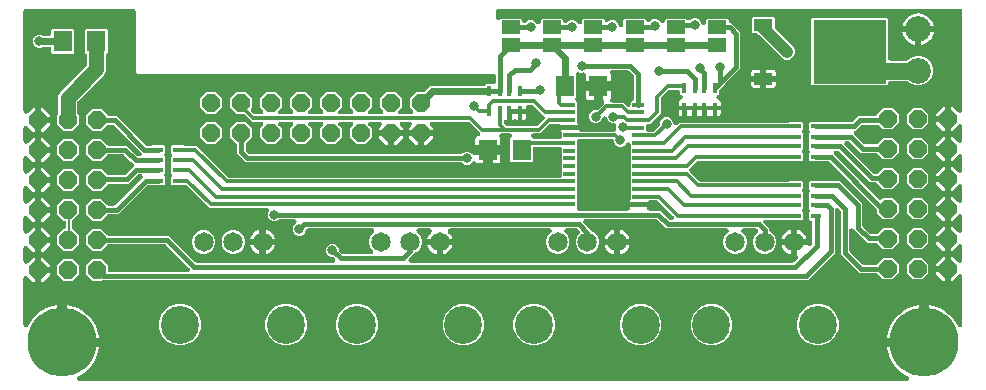
<source format=gbr>
G04 EAGLE Gerber RS-274X export*
G75*
%MOMM*%
%FSLAX34Y34*%
%LPD*%
%INBottom Copper*%
%IPPOS*%
%AMOC8*
5,1,8,0,0,1.08239X$1,22.5*%
G01*
%ADD10C,5.842000*%
%ADD11P,1.649562X8X22.500000*%
%ADD12R,0.990600X0.304800*%
%ADD13R,1.600200X1.168400*%
%ADD14R,1.600000X1.803000*%
%ADD15C,2.184400*%
%ADD16R,6.200000X5.400000*%
%ADD17R,1.600000X1.000000*%
%ADD18R,0.900000X0.450000*%
%ADD19R,0.450000X0.900000*%
%ADD20P,1.649562X8X202.500000*%
%ADD21C,3.216000*%
%ADD22C,1.650000*%
%ADD23C,0.804800*%
%ADD24C,0.304800*%
%ADD25C,0.609600*%
%ADD26C,0.406400*%
%ADD27C,1.016000*%
%ADD28C,1.270000*%
%ADD29C,0.152400*%
%ADD30C,1.422400*%
%ADD31C,0.254000*%

G36*
X750369Y2551D02*
X750369Y2551D01*
X750476Y2552D01*
X750569Y2571D01*
X750664Y2581D01*
X750766Y2612D01*
X750870Y2633D01*
X750957Y2671D01*
X751049Y2699D01*
X751142Y2750D01*
X751240Y2791D01*
X751319Y2845D01*
X751403Y2891D01*
X751484Y2959D01*
X751572Y3019D01*
X751639Y3087D01*
X751712Y3148D01*
X751779Y3231D01*
X751853Y3308D01*
X751905Y3388D01*
X751964Y3462D01*
X752013Y3556D01*
X752071Y3646D01*
X752106Y3735D01*
X752150Y3819D01*
X752179Y3921D01*
X752218Y4021D01*
X752235Y4115D01*
X752261Y4206D01*
X752270Y4312D01*
X752289Y4417D01*
X752286Y4513D01*
X752294Y4608D01*
X752282Y4713D01*
X752279Y4820D01*
X752258Y4913D01*
X752247Y5007D01*
X752214Y5109D01*
X752191Y5212D01*
X752152Y5299D01*
X752122Y5390D01*
X752070Y5483D01*
X752027Y5580D01*
X751971Y5658D01*
X751925Y5741D01*
X751855Y5821D01*
X751793Y5908D01*
X751724Y5973D01*
X751661Y6045D01*
X751577Y6111D01*
X751500Y6184D01*
X751403Y6246D01*
X751343Y6292D01*
X751290Y6319D01*
X751221Y6363D01*
X748657Y7734D01*
X746064Y9467D01*
X743652Y11446D01*
X741446Y13652D01*
X739467Y16064D01*
X737734Y18657D01*
X736263Y21409D01*
X735069Y24290D01*
X734164Y27276D01*
X733555Y30336D01*
X733496Y30937D01*
X762968Y30937D01*
X762986Y30939D01*
X763003Y30937D01*
X763186Y30958D01*
X763368Y30977D01*
X763386Y30982D01*
X763403Y30984D01*
X763578Y31041D01*
X763753Y31095D01*
X763769Y31103D01*
X763786Y31109D01*
X763946Y31199D01*
X764107Y31287D01*
X764121Y31298D01*
X764137Y31307D01*
X764276Y31427D01*
X764417Y31544D01*
X764428Y31558D01*
X764441Y31570D01*
X764554Y31715D01*
X764669Y31858D01*
X764677Y31874D01*
X764688Y31888D01*
X764770Y32053D01*
X764855Y32215D01*
X764859Y32232D01*
X764867Y32249D01*
X764915Y32427D01*
X764966Y32602D01*
X764967Y32620D01*
X764972Y32637D01*
X764999Y32968D01*
X764999Y35001D01*
X767032Y35001D01*
X767050Y35003D01*
X767067Y35001D01*
X767250Y35023D01*
X767433Y35041D01*
X767450Y35046D01*
X767467Y35048D01*
X767642Y35105D01*
X767817Y35159D01*
X767833Y35167D01*
X767850Y35173D01*
X768010Y35263D01*
X768172Y35351D01*
X768185Y35362D01*
X768201Y35371D01*
X768340Y35491D01*
X768481Y35608D01*
X768492Y35622D01*
X768505Y35634D01*
X768618Y35779D01*
X768733Y35922D01*
X768741Y35938D01*
X768752Y35952D01*
X768834Y36117D01*
X768919Y36280D01*
X768924Y36297D01*
X768932Y36313D01*
X768979Y36491D01*
X769030Y36666D01*
X769031Y36684D01*
X769036Y36701D01*
X769063Y37032D01*
X769063Y66504D01*
X769664Y66445D01*
X772724Y65836D01*
X775710Y64931D01*
X778591Y63737D01*
X781343Y62266D01*
X783936Y60533D01*
X786348Y58554D01*
X788554Y56348D01*
X790533Y53936D01*
X792266Y51343D01*
X793637Y48779D01*
X793696Y48691D01*
X793747Y48597D01*
X793808Y48524D01*
X793861Y48445D01*
X793936Y48370D01*
X794004Y48288D01*
X794079Y48228D01*
X794146Y48161D01*
X794235Y48102D01*
X794318Y48036D01*
X794403Y47992D01*
X794482Y47939D01*
X794581Y47899D01*
X794675Y47850D01*
X794767Y47824D01*
X794855Y47788D01*
X794960Y47768D01*
X795062Y47739D01*
X795157Y47731D01*
X795251Y47713D01*
X795358Y47715D01*
X795464Y47706D01*
X795558Y47717D01*
X795654Y47718D01*
X795758Y47740D01*
X795863Y47753D01*
X795954Y47782D01*
X796047Y47802D01*
X796145Y47845D01*
X796246Y47878D01*
X796329Y47924D01*
X796417Y47962D01*
X796504Y48023D01*
X796597Y48075D01*
X796669Y48138D01*
X796747Y48192D01*
X796821Y48269D01*
X796902Y48339D01*
X796960Y48414D01*
X797026Y48483D01*
X797083Y48573D01*
X797148Y48657D01*
X797191Y48742D01*
X797242Y48823D01*
X797280Y48922D01*
X797328Y49017D01*
X797352Y49109D01*
X797387Y49198D01*
X797405Y49303D01*
X797432Y49406D01*
X797442Y49520D01*
X797454Y49595D01*
X797453Y49655D01*
X797459Y49737D01*
X797459Y90686D01*
X797458Y90695D01*
X797459Y90704D01*
X797438Y90896D01*
X797419Y91087D01*
X797417Y91095D01*
X797416Y91104D01*
X797358Y91286D01*
X797301Y91472D01*
X797297Y91479D01*
X797294Y91488D01*
X797201Y91656D01*
X797109Y91826D01*
X797104Y91832D01*
X797099Y91840D01*
X796975Y91987D01*
X796852Y92135D01*
X796845Y92140D01*
X796839Y92147D01*
X796689Y92266D01*
X796538Y92387D01*
X796530Y92391D01*
X796523Y92397D01*
X796350Y92485D01*
X796181Y92573D01*
X796172Y92575D01*
X796164Y92579D01*
X795978Y92631D01*
X795794Y92684D01*
X795785Y92685D01*
X795776Y92687D01*
X795583Y92701D01*
X795392Y92717D01*
X795384Y92716D01*
X795375Y92717D01*
X795182Y92692D01*
X794993Y92670D01*
X794984Y92667D01*
X794975Y92666D01*
X794792Y92605D01*
X794610Y92545D01*
X794602Y92541D01*
X794594Y92538D01*
X794427Y92442D01*
X794259Y92347D01*
X794252Y92341D01*
X794245Y92337D01*
X793992Y92122D01*
X789209Y87339D01*
X787539Y87339D01*
X787539Y96992D01*
X787537Y97010D01*
X787539Y97027D01*
X787518Y97210D01*
X787499Y97392D01*
X787494Y97409D01*
X787492Y97427D01*
X787467Y97505D01*
X787506Y97642D01*
X787508Y97660D01*
X787512Y97677D01*
X787539Y98008D01*
X787539Y107661D01*
X789209Y107661D01*
X793992Y102878D01*
X793999Y102872D01*
X794004Y102865D01*
X794154Y102745D01*
X794303Y102623D01*
X794311Y102618D01*
X794318Y102613D01*
X794488Y102524D01*
X794659Y102434D01*
X794668Y102431D01*
X794675Y102427D01*
X794860Y102374D01*
X795045Y102319D01*
X795054Y102318D01*
X795062Y102316D01*
X795254Y102300D01*
X795446Y102283D01*
X795455Y102284D01*
X795464Y102283D01*
X795653Y102305D01*
X795846Y102326D01*
X795855Y102329D01*
X795863Y102330D01*
X796045Y102389D01*
X796230Y102448D01*
X796238Y102452D01*
X796246Y102455D01*
X796415Y102550D01*
X796582Y102643D01*
X796589Y102648D01*
X796597Y102653D01*
X796743Y102779D01*
X796889Y102903D01*
X796895Y102910D01*
X796902Y102916D01*
X797019Y103067D01*
X797139Y103219D01*
X797143Y103227D01*
X797148Y103234D01*
X797234Y103406D01*
X797321Y103578D01*
X797324Y103586D01*
X797328Y103595D01*
X797378Y103781D01*
X797429Y103966D01*
X797430Y103975D01*
X797432Y103983D01*
X797459Y104314D01*
X797459Y116086D01*
X797458Y116095D01*
X797459Y116104D01*
X797438Y116296D01*
X797419Y116487D01*
X797417Y116495D01*
X797416Y116504D01*
X797358Y116686D01*
X797301Y116872D01*
X797297Y116879D01*
X797294Y116888D01*
X797201Y117056D01*
X797109Y117226D01*
X797104Y117232D01*
X797099Y117240D01*
X796975Y117387D01*
X796852Y117535D01*
X796845Y117540D01*
X796839Y117547D01*
X796688Y117666D01*
X796538Y117787D01*
X796530Y117791D01*
X796523Y117797D01*
X796350Y117885D01*
X796181Y117973D01*
X796172Y117975D01*
X796164Y117979D01*
X795978Y118031D01*
X795794Y118084D01*
X795785Y118085D01*
X795776Y118087D01*
X795583Y118101D01*
X795392Y118117D01*
X795384Y118116D01*
X795375Y118117D01*
X795182Y118092D01*
X794993Y118070D01*
X794984Y118067D01*
X794975Y118066D01*
X794792Y118005D01*
X794610Y117945D01*
X794602Y117941D01*
X794594Y117938D01*
X794427Y117842D01*
X794259Y117747D01*
X794252Y117741D01*
X794245Y117737D01*
X793992Y117522D01*
X789209Y112739D01*
X787539Y112739D01*
X787539Y122392D01*
X787538Y122406D01*
X787539Y122420D01*
X787539Y122423D01*
X787539Y122427D01*
X787518Y122610D01*
X787499Y122792D01*
X787494Y122809D01*
X787492Y122827D01*
X787467Y122905D01*
X787506Y123042D01*
X787508Y123060D01*
X787512Y123077D01*
X787539Y123408D01*
X787539Y133061D01*
X789209Y133061D01*
X793992Y128278D01*
X793999Y128272D01*
X794004Y128265D01*
X794154Y128145D01*
X794303Y128023D01*
X794311Y128018D01*
X794318Y128013D01*
X794488Y127924D01*
X794659Y127834D01*
X794668Y127831D01*
X794675Y127827D01*
X794860Y127774D01*
X795045Y127719D01*
X795054Y127718D01*
X795062Y127716D01*
X795254Y127700D01*
X795446Y127683D01*
X795455Y127684D01*
X795464Y127683D01*
X795653Y127705D01*
X795846Y127726D01*
X795855Y127729D01*
X795863Y127730D01*
X796045Y127789D01*
X796230Y127848D01*
X796238Y127852D01*
X796246Y127855D01*
X796415Y127950D01*
X796582Y128043D01*
X796589Y128048D01*
X796597Y128053D01*
X796743Y128179D01*
X796889Y128303D01*
X796895Y128310D01*
X796902Y128316D01*
X797018Y128466D01*
X797139Y128619D01*
X797143Y128627D01*
X797148Y128634D01*
X797234Y128806D01*
X797321Y128978D01*
X797324Y128986D01*
X797328Y128995D01*
X797377Y129179D01*
X797429Y129366D01*
X797430Y129375D01*
X797432Y129383D01*
X797459Y129714D01*
X797459Y141486D01*
X797458Y141495D01*
X797459Y141504D01*
X797438Y141696D01*
X797419Y141887D01*
X797417Y141895D01*
X797416Y141904D01*
X797358Y142086D01*
X797301Y142272D01*
X797297Y142279D01*
X797294Y142288D01*
X797201Y142456D01*
X797109Y142626D01*
X797104Y142632D01*
X797099Y142640D01*
X796975Y142787D01*
X796852Y142935D01*
X796845Y142940D01*
X796839Y142947D01*
X796688Y143066D01*
X796538Y143187D01*
X796530Y143191D01*
X796523Y143197D01*
X796350Y143285D01*
X796181Y143373D01*
X796172Y143375D01*
X796164Y143379D01*
X795978Y143431D01*
X795794Y143484D01*
X795785Y143485D01*
X795776Y143487D01*
X795583Y143501D01*
X795392Y143517D01*
X795384Y143516D01*
X795375Y143517D01*
X795182Y143492D01*
X794993Y143470D01*
X794984Y143467D01*
X794975Y143466D01*
X794792Y143405D01*
X794610Y143345D01*
X794602Y143341D01*
X794594Y143338D01*
X794427Y143242D01*
X794259Y143147D01*
X794252Y143141D01*
X794245Y143137D01*
X793992Y142922D01*
X789209Y138139D01*
X787539Y138139D01*
X787539Y147792D01*
X787537Y147810D01*
X787539Y147827D01*
X787518Y148010D01*
X787499Y148192D01*
X787494Y148209D01*
X787492Y148227D01*
X787467Y148305D01*
X787506Y148442D01*
X787508Y148460D01*
X787512Y148477D01*
X787539Y148808D01*
X787539Y158461D01*
X789209Y158461D01*
X793992Y153678D01*
X793999Y153672D01*
X794004Y153665D01*
X794154Y153545D01*
X794303Y153423D01*
X794311Y153418D01*
X794318Y153413D01*
X794488Y153324D01*
X794659Y153234D01*
X794668Y153231D01*
X794675Y153227D01*
X794860Y153174D01*
X795045Y153119D01*
X795054Y153118D01*
X795062Y153116D01*
X795254Y153100D01*
X795446Y153083D01*
X795455Y153084D01*
X795464Y153083D01*
X795653Y153105D01*
X795846Y153126D01*
X795855Y153129D01*
X795863Y153130D01*
X796045Y153189D01*
X796230Y153248D01*
X796238Y153252D01*
X796246Y153255D01*
X796415Y153350D01*
X796582Y153443D01*
X796589Y153448D01*
X796597Y153453D01*
X796743Y153579D01*
X796889Y153703D01*
X796895Y153710D01*
X796902Y153716D01*
X797019Y153867D01*
X797139Y154019D01*
X797143Y154027D01*
X797148Y154034D01*
X797234Y154206D01*
X797321Y154378D01*
X797324Y154386D01*
X797328Y154395D01*
X797378Y154581D01*
X797429Y154766D01*
X797430Y154775D01*
X797432Y154783D01*
X797459Y155114D01*
X797459Y166886D01*
X797458Y166895D01*
X797459Y166904D01*
X797439Y167094D01*
X797419Y167287D01*
X797417Y167295D01*
X797416Y167304D01*
X797358Y167486D01*
X797301Y167672D01*
X797297Y167679D01*
X797294Y167688D01*
X797201Y167856D01*
X797109Y168026D01*
X797104Y168032D01*
X797099Y168040D01*
X796975Y168187D01*
X796852Y168335D01*
X796845Y168340D01*
X796839Y168347D01*
X796688Y168466D01*
X796538Y168587D01*
X796530Y168591D01*
X796523Y168597D01*
X796350Y168685D01*
X796181Y168773D01*
X796172Y168775D01*
X796164Y168779D01*
X795978Y168831D01*
X795794Y168884D01*
X795785Y168885D01*
X795776Y168887D01*
X795583Y168901D01*
X795392Y168917D01*
X795384Y168916D01*
X795375Y168917D01*
X795182Y168892D01*
X794993Y168870D01*
X794984Y168867D01*
X794975Y168866D01*
X794792Y168805D01*
X794610Y168745D01*
X794602Y168741D01*
X794594Y168738D01*
X794427Y168642D01*
X794259Y168547D01*
X794252Y168541D01*
X794245Y168537D01*
X793992Y168322D01*
X789209Y163539D01*
X787539Y163539D01*
X787539Y173192D01*
X787539Y173198D01*
X787539Y173201D01*
X787538Y173212D01*
X787539Y173227D01*
X787518Y173410D01*
X787499Y173592D01*
X787494Y173609D01*
X787492Y173627D01*
X787467Y173705D01*
X787506Y173842D01*
X787508Y173860D01*
X787512Y173877D01*
X787539Y174208D01*
X787539Y183861D01*
X789209Y183861D01*
X793992Y179078D01*
X793999Y179072D01*
X794004Y179065D01*
X794154Y178945D01*
X794303Y178823D01*
X794311Y178818D01*
X794318Y178813D01*
X794488Y178724D01*
X794659Y178634D01*
X794668Y178631D01*
X794675Y178627D01*
X794860Y178574D01*
X795045Y178519D01*
X795054Y178518D01*
X795062Y178516D01*
X795254Y178500D01*
X795446Y178483D01*
X795455Y178484D01*
X795464Y178483D01*
X795653Y178505D01*
X795846Y178526D01*
X795855Y178529D01*
X795863Y178530D01*
X796045Y178589D01*
X796230Y178648D01*
X796238Y178652D01*
X796246Y178655D01*
X796415Y178750D01*
X796582Y178843D01*
X796589Y178848D01*
X796597Y178853D01*
X796743Y178979D01*
X796889Y179103D01*
X796895Y179110D01*
X796902Y179116D01*
X797019Y179267D01*
X797139Y179419D01*
X797143Y179427D01*
X797148Y179434D01*
X797234Y179606D01*
X797321Y179778D01*
X797324Y179786D01*
X797328Y179795D01*
X797378Y179981D01*
X797429Y180166D01*
X797430Y180175D01*
X797432Y180183D01*
X797459Y180514D01*
X797459Y192286D01*
X797458Y192295D01*
X797459Y192304D01*
X797438Y192496D01*
X797419Y192687D01*
X797417Y192695D01*
X797416Y192704D01*
X797358Y192886D01*
X797301Y193072D01*
X797297Y193079D01*
X797294Y193088D01*
X797201Y193256D01*
X797109Y193426D01*
X797104Y193432D01*
X797099Y193440D01*
X796975Y193587D01*
X796852Y193735D01*
X796845Y193740D01*
X796839Y193747D01*
X796688Y193866D01*
X796538Y193987D01*
X796530Y193991D01*
X796523Y193997D01*
X796350Y194085D01*
X796181Y194173D01*
X796172Y194175D01*
X796164Y194179D01*
X795978Y194231D01*
X795794Y194284D01*
X795785Y194285D01*
X795776Y194287D01*
X795583Y194301D01*
X795392Y194317D01*
X795384Y194316D01*
X795375Y194317D01*
X795182Y194292D01*
X794993Y194270D01*
X794984Y194267D01*
X794975Y194266D01*
X794792Y194205D01*
X794610Y194145D01*
X794602Y194141D01*
X794594Y194138D01*
X794427Y194042D01*
X794259Y193947D01*
X794252Y193941D01*
X794245Y193937D01*
X793992Y193722D01*
X789209Y188939D01*
X787539Y188939D01*
X787539Y198592D01*
X787537Y198610D01*
X787539Y198627D01*
X787518Y198810D01*
X787499Y198992D01*
X787494Y199009D01*
X787492Y199027D01*
X787467Y199105D01*
X787506Y199242D01*
X787508Y199260D01*
X787512Y199277D01*
X787539Y199608D01*
X787539Y209261D01*
X789209Y209261D01*
X793992Y204478D01*
X793999Y204472D01*
X794004Y204465D01*
X794154Y204345D01*
X794303Y204223D01*
X794311Y204218D01*
X794318Y204213D01*
X794488Y204124D01*
X794659Y204034D01*
X794668Y204031D01*
X794675Y204027D01*
X794860Y203974D01*
X795045Y203919D01*
X795054Y203918D01*
X795062Y203916D01*
X795254Y203900D01*
X795446Y203883D01*
X795455Y203884D01*
X795464Y203883D01*
X795653Y203905D01*
X795846Y203926D01*
X795855Y203929D01*
X795863Y203930D01*
X796045Y203989D01*
X796230Y204048D01*
X796238Y204052D01*
X796246Y204055D01*
X796415Y204150D01*
X796582Y204243D01*
X796589Y204248D01*
X796597Y204253D01*
X796743Y204379D01*
X796889Y204503D01*
X796895Y204510D01*
X796902Y204516D01*
X797019Y204667D01*
X797139Y204819D01*
X797143Y204827D01*
X797148Y204834D01*
X797234Y205006D01*
X797321Y205178D01*
X797324Y205186D01*
X797328Y205195D01*
X797377Y205379D01*
X797429Y205566D01*
X797430Y205575D01*
X797432Y205583D01*
X797459Y205914D01*
X797459Y217686D01*
X797458Y217695D01*
X797459Y217704D01*
X797439Y217893D01*
X797419Y218087D01*
X797417Y218095D01*
X797416Y218104D01*
X797358Y218286D01*
X797301Y218472D01*
X797297Y218479D01*
X797294Y218488D01*
X797201Y218656D01*
X797109Y218826D01*
X797104Y218832D01*
X797099Y218840D01*
X796975Y218987D01*
X796852Y219135D01*
X796845Y219140D01*
X796839Y219147D01*
X796688Y219266D01*
X796538Y219387D01*
X796530Y219391D01*
X796523Y219397D01*
X796351Y219484D01*
X796181Y219573D01*
X796172Y219575D01*
X796164Y219579D01*
X795978Y219631D01*
X795794Y219684D01*
X795785Y219685D01*
X795776Y219687D01*
X795583Y219701D01*
X795392Y219717D01*
X795384Y219716D01*
X795375Y219717D01*
X795182Y219692D01*
X794993Y219670D01*
X794984Y219667D01*
X794975Y219666D01*
X794792Y219605D01*
X794610Y219545D01*
X794602Y219541D01*
X794594Y219538D01*
X794427Y219442D01*
X794259Y219347D01*
X794252Y219341D01*
X794245Y219337D01*
X793992Y219122D01*
X789209Y214339D01*
X787539Y214339D01*
X787539Y223992D01*
X787537Y224010D01*
X787539Y224027D01*
X787518Y224208D01*
X787499Y224392D01*
X787494Y224409D01*
X787492Y224427D01*
X787467Y224505D01*
X787506Y224642D01*
X787508Y224660D01*
X787512Y224677D01*
X787539Y225008D01*
X787539Y234661D01*
X789209Y234661D01*
X793992Y229878D01*
X793999Y229872D01*
X794004Y229865D01*
X794154Y229745D01*
X794303Y229623D01*
X794311Y229618D01*
X794318Y229613D01*
X794488Y229524D01*
X794659Y229434D01*
X794668Y229431D01*
X794675Y229427D01*
X794860Y229374D01*
X795045Y229319D01*
X795054Y229318D01*
X795062Y229316D01*
X795254Y229300D01*
X795446Y229283D01*
X795455Y229284D01*
X795464Y229283D01*
X795653Y229305D01*
X795846Y229326D01*
X795855Y229329D01*
X795863Y229330D01*
X796045Y229389D01*
X796230Y229448D01*
X796238Y229452D01*
X796246Y229455D01*
X796415Y229550D01*
X796582Y229643D01*
X796589Y229648D01*
X796597Y229653D01*
X796743Y229779D01*
X796889Y229903D01*
X796895Y229910D01*
X796902Y229916D01*
X797019Y230067D01*
X797139Y230219D01*
X797143Y230227D01*
X797148Y230234D01*
X797234Y230406D01*
X797321Y230578D01*
X797324Y230586D01*
X797328Y230595D01*
X797378Y230781D01*
X797429Y230966D01*
X797430Y230975D01*
X797432Y230983D01*
X797459Y231314D01*
X797459Y315428D01*
X797457Y315446D01*
X797459Y315464D01*
X797438Y315646D01*
X797419Y315829D01*
X797414Y315846D01*
X797412Y315863D01*
X797355Y316038D01*
X797301Y316214D01*
X797293Y316229D01*
X797287Y316246D01*
X797197Y316406D01*
X797109Y316568D01*
X797098Y316581D01*
X797089Y316597D01*
X796969Y316736D01*
X796852Y316877D01*
X796838Y316888D01*
X796826Y316902D01*
X796681Y317014D01*
X796538Y317129D01*
X796522Y317137D01*
X796508Y317148D01*
X796343Y317230D01*
X796181Y317315D01*
X796164Y317320D01*
X796148Y317328D01*
X795969Y317375D01*
X795794Y317426D01*
X795776Y317428D01*
X795759Y317432D01*
X795428Y317459D01*
X761636Y317459D01*
X761594Y317455D01*
X761552Y317458D01*
X761394Y317435D01*
X761235Y317419D01*
X761195Y317407D01*
X761153Y317401D01*
X761003Y317348D01*
X760850Y317301D01*
X760813Y317281D01*
X760773Y317267D01*
X760636Y317185D01*
X760496Y317109D01*
X760464Y317082D01*
X760428Y317061D01*
X760309Y316954D01*
X760187Y316852D01*
X760161Y316819D01*
X760129Y316790D01*
X760035Y316662D01*
X760003Y316623D01*
X759921Y316717D01*
X759822Y316842D01*
X759790Y316870D01*
X759762Y316902D01*
X759636Y316999D01*
X759515Y317102D01*
X759478Y317122D01*
X759444Y317148D01*
X759301Y317219D01*
X759162Y317296D01*
X759122Y317309D01*
X759084Y317328D01*
X758930Y317369D01*
X758778Y317417D01*
X758736Y317421D01*
X758695Y317432D01*
X758421Y317455D01*
X758377Y317459D01*
X758371Y317459D01*
X758364Y317459D01*
X404572Y317459D01*
X404554Y317457D01*
X404536Y317459D01*
X404354Y317438D01*
X404171Y317419D01*
X404154Y317414D01*
X404137Y317412D01*
X403962Y317355D01*
X403786Y317301D01*
X403771Y317293D01*
X403754Y317287D01*
X403594Y317197D01*
X403432Y317109D01*
X403419Y317098D01*
X403403Y317089D01*
X403264Y316969D01*
X403123Y316852D01*
X403112Y316838D01*
X403098Y316826D01*
X402986Y316681D01*
X402871Y316538D01*
X402863Y316522D01*
X402852Y316508D01*
X402770Y316343D01*
X402685Y316181D01*
X402680Y316164D01*
X402672Y316148D01*
X402625Y315969D01*
X402574Y315794D01*
X402572Y315776D01*
X402568Y315759D01*
X402541Y315428D01*
X402541Y310064D01*
X402542Y310055D01*
X402541Y310046D01*
X402562Y309854D01*
X402581Y309663D01*
X402583Y309655D01*
X402584Y309646D01*
X402642Y309463D01*
X402699Y309278D01*
X402703Y309270D01*
X402706Y309262D01*
X402799Y309094D01*
X402891Y308924D01*
X402896Y308918D01*
X402901Y308910D01*
X403026Y308762D01*
X403148Y308615D01*
X403155Y308610D01*
X403161Y308603D01*
X403313Y308483D01*
X403462Y308363D01*
X403470Y308359D01*
X403477Y308353D01*
X403650Y308265D01*
X403819Y308177D01*
X403828Y308175D01*
X403836Y308171D01*
X404021Y308119D01*
X404206Y308066D01*
X404215Y308065D01*
X404224Y308063D01*
X404416Y308049D01*
X404608Y308033D01*
X404616Y308034D01*
X404625Y308033D01*
X404816Y308057D01*
X405007Y308080D01*
X405016Y308083D01*
X405025Y308084D01*
X405206Y308145D01*
X405390Y308205D01*
X405398Y308209D01*
X405406Y308212D01*
X405574Y308308D01*
X405741Y308403D01*
X405748Y308408D01*
X405755Y308413D01*
X406008Y308628D01*
X406367Y308987D01*
X423633Y308987D01*
X424526Y308094D01*
X424526Y307588D01*
X424528Y307570D01*
X424526Y307552D01*
X424547Y307370D01*
X424566Y307187D01*
X424571Y307170D01*
X424573Y307153D01*
X424630Y306978D01*
X424684Y306802D01*
X424692Y306787D01*
X424698Y306770D01*
X424788Y306610D01*
X424876Y306448D01*
X424887Y306435D01*
X424896Y306419D01*
X425016Y306280D01*
X425133Y306139D01*
X425147Y306128D01*
X425159Y306114D01*
X425304Y306002D01*
X425447Y305887D01*
X425463Y305879D01*
X425477Y305868D01*
X425642Y305786D01*
X425804Y305701D01*
X425821Y305696D01*
X425837Y305688D01*
X426016Y305641D01*
X426191Y305590D01*
X426209Y305588D01*
X426226Y305584D01*
X426557Y305557D01*
X426868Y305557D01*
X426895Y305559D01*
X426922Y305557D01*
X427095Y305579D01*
X427269Y305597D01*
X427294Y305604D01*
X427321Y305608D01*
X427487Y305663D01*
X427654Y305715D01*
X427677Y305728D01*
X427703Y305736D01*
X427854Y305823D01*
X428008Y305907D01*
X428028Y305924D01*
X428052Y305937D01*
X428305Y306152D01*
X428857Y306704D01*
X430896Y307549D01*
X433104Y307549D01*
X435143Y306704D01*
X436899Y304949D01*
X437012Y304811D01*
X437016Y304808D01*
X437019Y304804D01*
X437172Y304681D01*
X437325Y304557D01*
X437329Y304555D01*
X437333Y304551D01*
X437505Y304462D01*
X437681Y304370D01*
X437686Y304368D01*
X437690Y304366D01*
X437876Y304313D01*
X438068Y304256D01*
X438073Y304256D01*
X438077Y304255D01*
X438272Y304239D01*
X438469Y304222D01*
X438474Y304222D01*
X438479Y304222D01*
X438671Y304244D01*
X438869Y304267D01*
X438874Y304268D01*
X438878Y304269D01*
X439065Y304329D01*
X439252Y304390D01*
X439256Y304392D01*
X439261Y304393D01*
X439433Y304490D01*
X439604Y304586D01*
X439608Y304589D01*
X439612Y304591D01*
X439760Y304719D01*
X439910Y304847D01*
X439913Y304851D01*
X439917Y304855D01*
X440036Y305008D01*
X440158Y305164D01*
X440160Y305169D01*
X440163Y305173D01*
X440251Y305348D01*
X440339Y305524D01*
X440340Y305529D01*
X440343Y305533D01*
X440394Y305724D01*
X440446Y305912D01*
X440446Y305917D01*
X440447Y305922D01*
X440474Y306253D01*
X440474Y308094D01*
X441367Y308987D01*
X458633Y308987D01*
X459526Y308094D01*
X459526Y307588D01*
X459528Y307570D01*
X459526Y307552D01*
X459547Y307370D01*
X459566Y307187D01*
X459571Y307170D01*
X459573Y307153D01*
X459630Y306978D01*
X459684Y306802D01*
X459692Y306787D01*
X459698Y306770D01*
X459788Y306610D01*
X459876Y306448D01*
X459887Y306435D01*
X459896Y306419D01*
X460016Y306280D01*
X460133Y306139D01*
X460147Y306128D01*
X460159Y306114D01*
X460304Y306002D01*
X460447Y305887D01*
X460463Y305879D01*
X460477Y305868D01*
X460642Y305786D01*
X460804Y305701D01*
X460821Y305696D01*
X460837Y305688D01*
X461016Y305641D01*
X461191Y305590D01*
X461209Y305588D01*
X461226Y305584D01*
X461557Y305557D01*
X461868Y305557D01*
X461895Y305559D01*
X461922Y305557D01*
X462095Y305579D01*
X462269Y305597D01*
X462294Y305604D01*
X462321Y305608D01*
X462487Y305663D01*
X462654Y305715D01*
X462677Y305728D01*
X462703Y305736D01*
X462854Y305823D01*
X463008Y305907D01*
X463028Y305924D01*
X463052Y305937D01*
X463305Y306152D01*
X463857Y306704D01*
X465896Y307549D01*
X468104Y307549D01*
X470143Y306704D01*
X471899Y304949D01*
X472012Y304811D01*
X472016Y304808D01*
X472019Y304804D01*
X472172Y304681D01*
X472325Y304557D01*
X472329Y304555D01*
X472333Y304551D01*
X472505Y304462D01*
X472681Y304370D01*
X472686Y304368D01*
X472690Y304366D01*
X472876Y304313D01*
X473068Y304256D01*
X473073Y304256D01*
X473077Y304255D01*
X473272Y304239D01*
X473469Y304222D01*
X473474Y304222D01*
X473479Y304222D01*
X473671Y304244D01*
X473869Y304267D01*
X473874Y304268D01*
X473878Y304269D01*
X474065Y304329D01*
X474252Y304390D01*
X474256Y304392D01*
X474261Y304393D01*
X474433Y304490D01*
X474604Y304586D01*
X474608Y304589D01*
X474612Y304591D01*
X474760Y304719D01*
X474910Y304847D01*
X474913Y304851D01*
X474917Y304855D01*
X475036Y305008D01*
X475158Y305164D01*
X475160Y305169D01*
X475163Y305173D01*
X475251Y305348D01*
X475339Y305524D01*
X475340Y305529D01*
X475343Y305533D01*
X475394Y305724D01*
X475446Y305912D01*
X475446Y305917D01*
X475447Y305922D01*
X475474Y306253D01*
X475474Y308094D01*
X476367Y308987D01*
X493633Y308987D01*
X494546Y308073D01*
X494547Y308068D01*
X494566Y307876D01*
X494568Y307867D01*
X494569Y307858D01*
X494627Y307675D01*
X494684Y307491D01*
X494688Y307483D01*
X494691Y307475D01*
X494784Y307306D01*
X494876Y307137D01*
X494881Y307130D01*
X494886Y307122D01*
X495011Y306975D01*
X495133Y306828D01*
X495140Y306822D01*
X495146Y306815D01*
X495298Y306695D01*
X495447Y306576D01*
X495455Y306571D01*
X495462Y306566D01*
X495635Y306478D01*
X495804Y306390D01*
X495813Y306388D01*
X495821Y306383D01*
X496007Y306332D01*
X496191Y306279D01*
X496200Y306278D01*
X496209Y306275D01*
X496400Y306262D01*
X496593Y306246D01*
X496602Y306247D01*
X496611Y306246D01*
X496801Y306270D01*
X496992Y306293D01*
X497001Y306295D01*
X497010Y306297D01*
X497193Y306358D01*
X497375Y306418D01*
X497383Y306422D01*
X497392Y306425D01*
X497559Y306521D01*
X497726Y306615D01*
X497733Y306621D01*
X497740Y306626D01*
X497809Y306684D01*
X499896Y307549D01*
X502104Y307549D01*
X504143Y306704D01*
X505704Y305143D01*
X506566Y303061D01*
X506568Y303057D01*
X506570Y303053D01*
X506663Y302880D01*
X506757Y302706D01*
X506759Y302703D01*
X506762Y302699D01*
X506886Y302550D01*
X507013Y302396D01*
X507016Y302393D01*
X507019Y302390D01*
X507172Y302267D01*
X507326Y302142D01*
X507330Y302140D01*
X507333Y302137D01*
X507506Y302047D01*
X507682Y301955D01*
X507686Y301954D01*
X507690Y301952D01*
X507878Y301898D01*
X508069Y301842D01*
X508073Y301842D01*
X508077Y301840D01*
X508275Y301824D01*
X508470Y301807D01*
X508474Y301808D01*
X508479Y301807D01*
X508673Y301830D01*
X508870Y301852D01*
X508874Y301854D01*
X508878Y301854D01*
X509064Y301915D01*
X509253Y301976D01*
X509257Y301978D01*
X509261Y301979D01*
X509433Y302076D01*
X509605Y302172D01*
X509608Y302175D01*
X509612Y302177D01*
X509758Y302303D01*
X509910Y302434D01*
X509913Y302437D01*
X509917Y302440D01*
X510037Y302595D01*
X510159Y302751D01*
X510161Y302755D01*
X510163Y302758D01*
X510252Y302936D01*
X510339Y303111D01*
X510341Y303115D01*
X510343Y303119D01*
X510393Y303307D01*
X510446Y303499D01*
X510446Y303503D01*
X510447Y303508D01*
X510474Y303838D01*
X510474Y308094D01*
X511367Y308987D01*
X528633Y308987D01*
X529546Y308073D01*
X529547Y308066D01*
X529566Y307876D01*
X529568Y307868D01*
X529569Y307859D01*
X529627Y307676D01*
X529684Y307491D01*
X529688Y307483D01*
X529691Y307475D01*
X529784Y307306D01*
X529876Y307137D01*
X529881Y307130D01*
X529886Y307122D01*
X530011Y306975D01*
X530133Y306828D01*
X530140Y306822D01*
X530146Y306815D01*
X530297Y306696D01*
X530447Y306576D01*
X530455Y306571D01*
X530462Y306566D01*
X530633Y306479D01*
X530804Y306390D01*
X530813Y306388D01*
X530821Y306384D01*
X531006Y306332D01*
X531191Y306279D01*
X531200Y306278D01*
X531209Y306276D01*
X531401Y306261D01*
X531593Y306246D01*
X531601Y306247D01*
X531610Y306246D01*
X531801Y306270D01*
X531992Y306293D01*
X532001Y306295D01*
X532010Y306297D01*
X532191Y306357D01*
X532375Y306418D01*
X532383Y306422D01*
X532391Y306425D01*
X532557Y306520D01*
X532726Y306615D01*
X532733Y306621D01*
X532740Y306626D01*
X532993Y306840D01*
X533857Y307704D01*
X535896Y308549D01*
X538104Y308549D01*
X540143Y307704D01*
X541899Y305949D01*
X542012Y305811D01*
X542016Y305808D01*
X542019Y305804D01*
X542172Y305681D01*
X542325Y305557D01*
X542329Y305555D01*
X542333Y305551D01*
X542505Y305462D01*
X542681Y305370D01*
X542686Y305368D01*
X542690Y305366D01*
X542876Y305313D01*
X543068Y305256D01*
X543073Y305256D01*
X543077Y305255D01*
X543272Y305239D01*
X543469Y305222D01*
X543474Y305222D01*
X543479Y305222D01*
X543671Y305244D01*
X543869Y305267D01*
X543874Y305268D01*
X543878Y305269D01*
X544065Y305329D01*
X544252Y305390D01*
X544256Y305392D01*
X544261Y305393D01*
X544433Y305490D01*
X544604Y305586D01*
X544608Y305589D01*
X544612Y305591D01*
X544760Y305719D01*
X544910Y305847D01*
X544913Y305851D01*
X544917Y305855D01*
X545036Y306008D01*
X545158Y306164D01*
X545160Y306169D01*
X545163Y306173D01*
X545250Y306347D01*
X545339Y306524D01*
X545340Y306529D01*
X545343Y306533D01*
X545394Y306724D01*
X545446Y306912D01*
X545446Y306917D01*
X545447Y306922D01*
X545474Y307253D01*
X545474Y308094D01*
X546367Y308987D01*
X563633Y308987D01*
X564450Y308170D01*
X564464Y308158D01*
X564475Y308145D01*
X564620Y308031D01*
X564761Y307914D01*
X564777Y307906D01*
X564791Y307895D01*
X564956Y307811D01*
X565117Y307726D01*
X565134Y307721D01*
X565150Y307713D01*
X565327Y307663D01*
X565503Y307611D01*
X565521Y307609D01*
X565538Y307605D01*
X565721Y307591D01*
X565904Y307575D01*
X565922Y307577D01*
X565939Y307575D01*
X566121Y307598D01*
X566304Y307618D01*
X566321Y307623D01*
X566339Y307626D01*
X566512Y307684D01*
X566688Y307740D01*
X566704Y307748D01*
X566721Y307754D01*
X566880Y307846D01*
X567040Y307934D01*
X567054Y307946D01*
X567069Y307955D01*
X567322Y308170D01*
X567857Y308704D01*
X569896Y309549D01*
X572104Y309549D01*
X574143Y308704D01*
X575704Y307143D01*
X576566Y305061D01*
X576568Y305057D01*
X576570Y305053D01*
X576663Y304880D01*
X576757Y304706D01*
X576759Y304703D01*
X576762Y304699D01*
X576886Y304550D01*
X577013Y304396D01*
X577016Y304393D01*
X577019Y304390D01*
X577172Y304267D01*
X577326Y304142D01*
X577330Y304140D01*
X577333Y304137D01*
X577506Y304047D01*
X577682Y303955D01*
X577686Y303954D01*
X577690Y303952D01*
X577878Y303898D01*
X578069Y303842D01*
X578073Y303842D01*
X578077Y303840D01*
X578275Y303824D01*
X578470Y303807D01*
X578474Y303808D01*
X578479Y303807D01*
X578673Y303830D01*
X578870Y303852D01*
X578874Y303854D01*
X578878Y303854D01*
X579064Y303915D01*
X579253Y303976D01*
X579257Y303978D01*
X579261Y303979D01*
X579433Y304076D01*
X579605Y304172D01*
X579608Y304175D01*
X579612Y304177D01*
X579760Y304305D01*
X579910Y304434D01*
X579913Y304437D01*
X579917Y304440D01*
X580037Y304595D01*
X580159Y304751D01*
X580161Y304755D01*
X580163Y304758D01*
X580252Y304936D01*
X580339Y305111D01*
X580341Y305115D01*
X580343Y305119D01*
X580394Y305311D01*
X580446Y305499D01*
X580446Y305503D01*
X580447Y305508D01*
X580474Y305838D01*
X580474Y308094D01*
X581367Y308987D01*
X598633Y308987D01*
X599526Y308094D01*
X599526Y307208D01*
X599527Y307199D01*
X599526Y307193D01*
X599527Y307184D01*
X599526Y307172D01*
X599547Y306990D01*
X599566Y306807D01*
X599571Y306790D01*
X599573Y306773D01*
X599630Y306598D01*
X599684Y306422D01*
X599692Y306407D01*
X599698Y306390D01*
X599788Y306230D01*
X599876Y306068D01*
X599887Y306055D01*
X599896Y306039D01*
X600016Y305900D01*
X600133Y305759D01*
X600147Y305748D01*
X600159Y305734D01*
X600304Y305622D01*
X600447Y305507D01*
X600463Y305499D01*
X600477Y305488D01*
X600642Y305406D01*
X600804Y305321D01*
X600821Y305316D01*
X600837Y305308D01*
X601016Y305261D01*
X601191Y305210D01*
X601209Y305208D01*
X601226Y305204D01*
X601557Y305177D01*
X601853Y305177D01*
X609557Y297473D01*
X609557Y267027D01*
X606879Y264349D01*
X606878Y264348D01*
X596152Y253622D01*
X592879Y250349D01*
X592878Y250348D01*
X592370Y249840D01*
X592353Y249819D01*
X592332Y249802D01*
X592225Y249664D01*
X592115Y249528D01*
X592102Y249505D01*
X592086Y249483D01*
X592008Y249326D01*
X591926Y249172D01*
X591918Y249147D01*
X591906Y249123D01*
X591861Y248953D01*
X591811Y248787D01*
X591809Y248760D01*
X591802Y248734D01*
X591775Y248403D01*
X591775Y245368D01*
X590803Y244397D01*
X590798Y244395D01*
X590664Y244363D01*
X590605Y244336D01*
X590544Y244317D01*
X590423Y244252D01*
X590298Y244194D01*
X590246Y244156D01*
X590190Y244125D01*
X590085Y244038D01*
X589973Y243956D01*
X589930Y243909D01*
X589881Y243868D01*
X589795Y243761D01*
X589702Y243659D01*
X589669Y243604D01*
X589628Y243554D01*
X589565Y243432D01*
X589494Y243314D01*
X589472Y243254D01*
X589443Y243197D01*
X589405Y243065D01*
X589358Y242935D01*
X589349Y242872D01*
X589331Y242810D01*
X589320Y242673D01*
X589300Y242537D01*
X589304Y242473D01*
X589298Y242408D01*
X589315Y242272D01*
X589322Y242135D01*
X589338Y242073D01*
X589345Y242009D01*
X589388Y241878D01*
X589422Y241745D01*
X589450Y241687D01*
X589470Y241626D01*
X589538Y241506D01*
X589598Y241382D01*
X589637Y241331D01*
X589668Y241275D01*
X589758Y241171D01*
X589841Y241062D01*
X589889Y241019D01*
X589931Y240971D01*
X590040Y240886D01*
X590143Y240795D01*
X590199Y240763D01*
X590249Y240724D01*
X590372Y240663D01*
X590491Y240594D01*
X590561Y240569D01*
X590610Y240544D01*
X590687Y240524D01*
X590804Y240482D01*
X591231Y240368D01*
X591810Y240033D01*
X592283Y239560D01*
X592618Y238981D01*
X592791Y238335D01*
X592791Y235531D01*
X588000Y235531D01*
X579000Y235531D01*
X571000Y235531D01*
X562000Y235531D01*
X557209Y235531D01*
X557209Y238335D01*
X557382Y238981D01*
X557717Y239560D01*
X558190Y240033D01*
X558769Y240368D01*
X559196Y240482D01*
X559325Y240531D01*
X559456Y240571D01*
X559513Y240601D01*
X559573Y240624D01*
X559689Y240697D01*
X559810Y240763D01*
X559859Y240804D01*
X559914Y240838D01*
X560014Y240933D01*
X560119Y241020D01*
X560160Y241070D01*
X560206Y241115D01*
X560286Y241227D01*
X560372Y241334D01*
X560401Y241391D01*
X560438Y241444D01*
X560494Y241570D01*
X560557Y241691D01*
X560575Y241753D01*
X560601Y241812D01*
X560631Y241946D01*
X560669Y242078D01*
X560674Y242143D01*
X560688Y242205D01*
X560690Y242342D01*
X560701Y242480D01*
X560694Y242544D01*
X560695Y242608D01*
X560671Y242743D01*
X560655Y242879D01*
X560635Y242941D01*
X560623Y243004D01*
X560572Y243132D01*
X560530Y243262D01*
X560498Y243318D01*
X560474Y243378D01*
X560399Y243493D01*
X560332Y243613D01*
X560290Y243661D01*
X560255Y243715D01*
X560158Y243814D01*
X560069Y243918D01*
X560018Y243957D01*
X559973Y244003D01*
X559859Y244080D01*
X559751Y244164D01*
X559693Y244193D01*
X559640Y244229D01*
X559513Y244282D01*
X559390Y244344D01*
X559328Y244360D01*
X559269Y244385D01*
X559193Y244400D01*
X558225Y245368D01*
X558225Y246920D01*
X558223Y246938D01*
X558225Y246956D01*
X558204Y247138D01*
X558185Y247321D01*
X558180Y247338D01*
X558178Y247355D01*
X558121Y247530D01*
X558067Y247706D01*
X558059Y247721D01*
X558053Y247738D01*
X557963Y247898D01*
X557875Y248060D01*
X557864Y248073D01*
X557855Y248089D01*
X557736Y248227D01*
X557618Y248369D01*
X557604Y248380D01*
X557592Y248394D01*
X557447Y248506D01*
X557304Y248621D01*
X557288Y248629D01*
X557274Y248640D01*
X557109Y248722D01*
X556947Y248807D01*
X556930Y248812D01*
X556914Y248820D01*
X556735Y248867D01*
X556560Y248918D01*
X556542Y248920D01*
X556525Y248924D01*
X556194Y248951D01*
X550104Y248951D01*
X550078Y248949D01*
X550051Y248951D01*
X549877Y248929D01*
X549704Y248911D01*
X549678Y248904D01*
X549651Y248900D01*
X549486Y248845D01*
X549319Y248793D01*
X549295Y248780D01*
X549270Y248772D01*
X549118Y248685D01*
X548965Y248601D01*
X548944Y248584D01*
X548921Y248571D01*
X548668Y248356D01*
X542644Y242332D01*
X542627Y242311D01*
X542606Y242294D01*
X542499Y242156D01*
X542389Y242021D01*
X542376Y241997D01*
X542360Y241976D01*
X542282Y241819D01*
X542200Y241665D01*
X542192Y241639D01*
X542180Y241615D01*
X542135Y241446D01*
X542085Y241279D01*
X542083Y241252D01*
X542076Y241227D01*
X542049Y240896D01*
X542049Y228737D01*
X539668Y226357D01*
X539668Y226356D01*
X535894Y222582D01*
X533513Y220201D01*
X531687Y220201D01*
X531669Y220199D01*
X531651Y220201D01*
X531469Y220180D01*
X531286Y220161D01*
X531269Y220156D01*
X531252Y220154D01*
X531077Y220097D01*
X530901Y220043D01*
X530886Y220035D01*
X530869Y220029D01*
X530709Y219939D01*
X530547Y219851D01*
X530534Y219840D01*
X530518Y219831D01*
X530379Y219711D01*
X530238Y219594D01*
X530227Y219580D01*
X530213Y219568D01*
X530101Y219423D01*
X529986Y219280D01*
X529978Y219264D01*
X529967Y219250D01*
X529885Y219085D01*
X529800Y218923D01*
X529795Y218906D01*
X529787Y218890D01*
X529740Y218711D01*
X529689Y218536D01*
X529687Y218518D01*
X529683Y218501D01*
X529656Y218170D01*
X529656Y215330D01*
X529658Y215312D01*
X529656Y215294D01*
X529677Y215112D01*
X529696Y214929D01*
X529701Y214912D01*
X529703Y214895D01*
X529760Y214719D01*
X529814Y214544D01*
X529822Y214529D01*
X529828Y214512D01*
X529918Y214352D01*
X530006Y214190D01*
X530017Y214177D01*
X530026Y214161D01*
X530146Y214022D01*
X530263Y213881D01*
X530277Y213870D01*
X530289Y213856D01*
X530434Y213744D01*
X530577Y213629D01*
X530593Y213621D01*
X530607Y213610D01*
X530772Y213528D01*
X530934Y213443D01*
X530951Y213438D01*
X530967Y213430D01*
X531146Y213383D01*
X531321Y213332D01*
X531339Y213330D01*
X531356Y213326D01*
X531687Y213299D01*
X535146Y213299D01*
X535172Y213301D01*
X535199Y213299D01*
X535373Y213321D01*
X535546Y213339D01*
X535572Y213346D01*
X535599Y213350D01*
X535764Y213405D01*
X535931Y213457D01*
X535955Y213470D01*
X535980Y213478D01*
X536132Y213565D01*
X536285Y213649D01*
X536306Y213666D01*
X536329Y213679D01*
X536582Y213894D01*
X540856Y218168D01*
X540873Y218189D01*
X540894Y218206D01*
X541001Y218344D01*
X541111Y218479D01*
X541124Y218503D01*
X541140Y218524D01*
X541218Y218681D01*
X541300Y218835D01*
X541308Y218861D01*
X541320Y218885D01*
X541365Y219054D01*
X541415Y219221D01*
X541417Y219248D01*
X541424Y219273D01*
X541451Y219604D01*
X541451Y221104D01*
X542296Y223143D01*
X543857Y224704D01*
X545896Y225549D01*
X548104Y225549D01*
X550143Y224704D01*
X551704Y223143D01*
X552549Y221104D01*
X552549Y220764D01*
X552550Y220755D01*
X552549Y220746D01*
X552570Y220555D01*
X552589Y220364D01*
X552591Y220355D01*
X552592Y220346D01*
X552650Y220164D01*
X552707Y219979D01*
X552711Y219971D01*
X552714Y219962D01*
X552807Y219794D01*
X552899Y219625D01*
X552904Y219618D01*
X552909Y219610D01*
X553034Y219462D01*
X553156Y219315D01*
X553163Y219310D01*
X553169Y219303D01*
X553321Y219183D01*
X553470Y219063D01*
X553478Y219059D01*
X553485Y219053D01*
X553658Y218966D01*
X553827Y218877D01*
X553836Y218875D01*
X553844Y218871D01*
X554030Y218819D01*
X554214Y218766D01*
X554223Y218765D01*
X554232Y218763D01*
X554424Y218749D01*
X554616Y218733D01*
X554624Y218734D01*
X554633Y218734D01*
X554826Y218758D01*
X555015Y218780D01*
X555024Y218783D01*
X555033Y218784D01*
X555216Y218845D01*
X555398Y218905D01*
X555406Y218909D01*
X555414Y218912D01*
X555580Y219008D01*
X555749Y219103D01*
X555756Y219109D01*
X555763Y219113D01*
X556016Y219328D01*
X557737Y221049D01*
X649801Y221049D01*
X649828Y221051D01*
X649854Y221049D01*
X650028Y221071D01*
X650202Y221089D01*
X650227Y221097D01*
X650254Y221100D01*
X650419Y221155D01*
X650587Y221207D01*
X650610Y221220D01*
X650636Y221228D01*
X650787Y221315D01*
X650941Y221399D01*
X650961Y221416D01*
X650984Y221429D01*
X651237Y221644D01*
X651368Y221775D01*
X661632Y221775D01*
X662525Y220882D01*
X662525Y215118D01*
X662343Y214936D01*
X662331Y214923D01*
X662318Y214911D01*
X662204Y214767D01*
X662088Y214625D01*
X662079Y214609D01*
X662068Y214595D01*
X661985Y214432D01*
X661899Y214269D01*
X661894Y214252D01*
X661886Y214236D01*
X661837Y214060D01*
X661784Y213883D01*
X661783Y213865D01*
X661778Y213848D01*
X661764Y213665D01*
X661748Y213482D01*
X661750Y213465D01*
X661748Y213447D01*
X661771Y213265D01*
X661791Y213082D01*
X661797Y213065D01*
X661799Y213047D01*
X661857Y212873D01*
X661913Y212698D01*
X661921Y212683D01*
X661927Y212666D01*
X662019Y212506D01*
X662107Y212346D01*
X662119Y212332D01*
X662128Y212317D01*
X662343Y212064D01*
X662525Y211882D01*
X662525Y206010D01*
X662485Y205931D01*
X662399Y205769D01*
X662394Y205752D01*
X662386Y205736D01*
X662337Y205559D01*
X662284Y205383D01*
X662283Y205365D01*
X662278Y205348D01*
X662264Y205165D01*
X662248Y204982D01*
X662250Y204964D01*
X662248Y204947D01*
X662271Y204765D01*
X662291Y204582D01*
X662297Y204565D01*
X662299Y204547D01*
X662357Y204373D01*
X662413Y204198D01*
X662421Y204182D01*
X662427Y204165D01*
X662519Y204006D01*
X662525Y203995D01*
X662525Y198118D01*
X662343Y197936D01*
X662331Y197923D01*
X662318Y197911D01*
X662204Y197767D01*
X662088Y197625D01*
X662079Y197609D01*
X662068Y197595D01*
X661985Y197432D01*
X661899Y197269D01*
X661894Y197252D01*
X661886Y197236D01*
X661837Y197060D01*
X661784Y196883D01*
X661783Y196865D01*
X661778Y196848D01*
X661764Y196665D01*
X661748Y196482D01*
X661750Y196465D01*
X661748Y196447D01*
X661771Y196264D01*
X661791Y196082D01*
X661797Y196065D01*
X661799Y196047D01*
X661857Y195873D01*
X661913Y195698D01*
X661921Y195683D01*
X661927Y195666D01*
X662019Y195506D01*
X662107Y195346D01*
X662119Y195332D01*
X662128Y195317D01*
X662343Y195064D01*
X662525Y194882D01*
X662525Y189118D01*
X661632Y188225D01*
X651368Y188225D01*
X651237Y188356D01*
X651217Y188373D01*
X651199Y188394D01*
X651061Y188501D01*
X650926Y188611D01*
X650902Y188624D01*
X650881Y188640D01*
X650724Y188718D01*
X650570Y188800D01*
X650545Y188808D01*
X650521Y188820D01*
X650351Y188865D01*
X650184Y188915D01*
X650158Y188917D01*
X650132Y188924D01*
X649801Y188951D01*
X574104Y188951D01*
X574078Y188949D01*
X574051Y188951D01*
X573877Y188929D01*
X573704Y188911D01*
X573678Y188904D01*
X573651Y188900D01*
X573486Y188845D01*
X573319Y188793D01*
X573295Y188780D01*
X573270Y188772D01*
X573118Y188685D01*
X572965Y188601D01*
X572944Y188584D01*
X572921Y188571D01*
X572668Y188356D01*
X566748Y182436D01*
X566737Y182423D01*
X566723Y182411D01*
X566609Y182267D01*
X566493Y182125D01*
X566484Y182109D01*
X566473Y182095D01*
X566390Y181931D01*
X566304Y181769D01*
X566299Y181752D01*
X566291Y181736D01*
X566242Y181559D01*
X566189Y181383D01*
X566188Y181365D01*
X566183Y181348D01*
X566170Y181165D01*
X566153Y180982D01*
X566155Y180964D01*
X566154Y180947D01*
X566177Y180765D01*
X566196Y180582D01*
X566202Y180565D01*
X566204Y180547D01*
X566262Y180374D01*
X566318Y180198D01*
X566327Y180182D01*
X566332Y180166D01*
X566424Y180006D01*
X566513Y179846D01*
X566524Y179832D01*
X566533Y179817D01*
X566748Y179564D01*
X574668Y171644D01*
X574689Y171627D01*
X574706Y171606D01*
X574844Y171499D01*
X574979Y171389D01*
X575003Y171376D01*
X575024Y171360D01*
X575181Y171282D01*
X575335Y171200D01*
X575361Y171192D01*
X575385Y171180D01*
X575554Y171135D01*
X575721Y171085D01*
X575748Y171083D01*
X575773Y171076D01*
X576104Y171049D01*
X649801Y171049D01*
X649828Y171051D01*
X649854Y171049D01*
X650028Y171071D01*
X650202Y171089D01*
X650227Y171096D01*
X650254Y171100D01*
X650419Y171155D01*
X650587Y171207D01*
X650610Y171220D01*
X650635Y171228D01*
X650787Y171315D01*
X650941Y171399D01*
X650961Y171416D01*
X650984Y171429D01*
X651237Y171644D01*
X651368Y171775D01*
X661632Y171775D01*
X662525Y170882D01*
X662525Y165118D01*
X662343Y164936D01*
X662331Y164923D01*
X662318Y164911D01*
X662204Y164767D01*
X662088Y164625D01*
X662079Y164609D01*
X662068Y164595D01*
X661985Y164432D01*
X661899Y164269D01*
X661894Y164252D01*
X661886Y164236D01*
X661837Y164060D01*
X661784Y163883D01*
X661783Y163865D01*
X661778Y163848D01*
X661764Y163665D01*
X661748Y163482D01*
X661750Y163465D01*
X661748Y163447D01*
X661771Y163265D01*
X661791Y163082D01*
X661797Y163065D01*
X661799Y163047D01*
X661857Y162873D01*
X661913Y162698D01*
X661921Y162683D01*
X661927Y162666D01*
X662019Y162506D01*
X662107Y162346D01*
X662119Y162332D01*
X662128Y162317D01*
X662343Y162064D01*
X662525Y161882D01*
X662525Y156010D01*
X662484Y155930D01*
X662399Y155769D01*
X662394Y155752D01*
X662386Y155736D01*
X662337Y155559D01*
X662284Y155383D01*
X662283Y155365D01*
X662278Y155348D01*
X662264Y155165D01*
X662248Y154982D01*
X662250Y154964D01*
X662248Y154947D01*
X662271Y154765D01*
X662291Y154582D01*
X662297Y154565D01*
X662299Y154547D01*
X662357Y154373D01*
X662413Y154198D01*
X662421Y154182D01*
X662427Y154165D01*
X662519Y154006D01*
X662525Y153995D01*
X662525Y148118D01*
X662343Y147936D01*
X662331Y147922D01*
X662318Y147911D01*
X662203Y147766D01*
X662088Y147625D01*
X662079Y147609D01*
X662068Y147595D01*
X661985Y147431D01*
X661899Y147269D01*
X661894Y147252D01*
X661886Y147236D01*
X661836Y147059D01*
X661784Y146883D01*
X661783Y146865D01*
X661778Y146848D01*
X661764Y146665D01*
X661748Y146482D01*
X661750Y146464D01*
X661748Y146447D01*
X661771Y146265D01*
X661791Y146082D01*
X661797Y146065D01*
X661799Y146047D01*
X661857Y145874D01*
X661913Y145698D01*
X661921Y145682D01*
X661927Y145666D01*
X662019Y145506D01*
X662107Y145346D01*
X662119Y145332D01*
X662128Y145317D01*
X662343Y145064D01*
X662525Y144882D01*
X662525Y139118D01*
X661632Y138225D01*
X651368Y138225D01*
X651237Y138356D01*
X651217Y138373D01*
X651199Y138394D01*
X651061Y138501D01*
X650926Y138611D01*
X650902Y138624D01*
X650881Y138640D01*
X650724Y138718D01*
X650570Y138800D01*
X650545Y138808D01*
X650521Y138820D01*
X650351Y138865D01*
X650184Y138915D01*
X650158Y138917D01*
X650132Y138924D01*
X649801Y138951D01*
X630983Y138951D01*
X630974Y138950D01*
X630965Y138951D01*
X630773Y138930D01*
X630582Y138911D01*
X630573Y138909D01*
X630565Y138908D01*
X630382Y138850D01*
X630197Y138793D01*
X630189Y138789D01*
X630181Y138786D01*
X630012Y138693D01*
X629843Y138601D01*
X629836Y138596D01*
X629828Y138591D01*
X629681Y138467D01*
X629534Y138344D01*
X629528Y138337D01*
X629521Y138331D01*
X629402Y138180D01*
X629281Y138030D01*
X629277Y138022D01*
X629272Y138015D01*
X629184Y137842D01*
X629096Y137673D01*
X629093Y137664D01*
X629089Y137656D01*
X629037Y137470D01*
X628985Y137286D01*
X628984Y137277D01*
X628981Y137268D01*
X628967Y137075D01*
X628952Y136884D01*
X628953Y136876D01*
X628952Y136867D01*
X628976Y136674D01*
X628999Y136485D01*
X629001Y136476D01*
X629002Y136467D01*
X629064Y136284D01*
X629123Y136102D01*
X629128Y136094D01*
X629131Y136086D01*
X629227Y135919D01*
X629321Y135751D01*
X629327Y135744D01*
X629332Y135737D01*
X629546Y135484D01*
X633557Y131473D01*
X633557Y130464D01*
X633559Y130442D01*
X633557Y130420D01*
X633579Y130241D01*
X633597Y130063D01*
X633603Y130042D01*
X633606Y130020D01*
X633662Y129850D01*
X633715Y129679D01*
X633725Y129659D01*
X633732Y129638D01*
X633821Y129482D01*
X633907Y129325D01*
X633921Y129307D01*
X633932Y129288D01*
X634049Y129153D01*
X634164Y129015D01*
X634182Y129001D01*
X634196Y128984D01*
X634338Y128875D01*
X634478Y128763D01*
X634498Y128753D01*
X634516Y128739D01*
X634811Y128587D01*
X635537Y128287D01*
X638287Y125537D01*
X639775Y121944D01*
X639775Y118056D01*
X638287Y114463D01*
X635537Y111713D01*
X631944Y110225D01*
X628056Y110225D01*
X624463Y111713D01*
X621713Y114463D01*
X620225Y118056D01*
X620225Y121944D01*
X621713Y125537D01*
X624137Y127960D01*
X624149Y127975D01*
X624163Y127987D01*
X624276Y128131D01*
X624392Y128272D01*
X624401Y128289D01*
X624413Y128304D01*
X624495Y128467D01*
X624581Y128628D01*
X624586Y128646D01*
X624595Y128663D01*
X624643Y128839D01*
X624695Y129014D01*
X624697Y129032D01*
X624702Y129051D01*
X624715Y129232D01*
X624732Y129415D01*
X624730Y129433D01*
X624731Y129452D01*
X624708Y129633D01*
X624688Y129815D01*
X624683Y129833D01*
X624680Y129852D01*
X624622Y130024D01*
X624567Y130199D01*
X624558Y130215D01*
X624552Y130233D01*
X624460Y130391D01*
X624372Y130551D01*
X624360Y130565D01*
X624350Y130582D01*
X624135Y130835D01*
X624120Y130850D01*
X624115Y130854D01*
X624112Y130858D01*
X624098Y130869D01*
X624083Y130886D01*
X623945Y130993D01*
X623808Y131105D01*
X623786Y131117D01*
X623765Y131132D01*
X623608Y131211D01*
X623453Y131293D01*
X623428Y131300D01*
X623405Y131312D01*
X623235Y131357D01*
X623067Y131407D01*
X623041Y131409D01*
X623016Y131416D01*
X622685Y131443D01*
X612284Y131443D01*
X612275Y131442D01*
X612266Y131443D01*
X612075Y131422D01*
X611884Y131403D01*
X611875Y131401D01*
X611866Y131400D01*
X611684Y131342D01*
X611499Y131285D01*
X611491Y131281D01*
X611482Y131278D01*
X611314Y131185D01*
X611145Y131093D01*
X611138Y131088D01*
X611130Y131083D01*
X610982Y130958D01*
X610835Y130836D01*
X610830Y130829D01*
X610823Y130823D01*
X610704Y130672D01*
X610583Y130522D01*
X610579Y130514D01*
X610573Y130507D01*
X610486Y130334D01*
X610397Y130165D01*
X610395Y130156D01*
X610391Y130148D01*
X610339Y129962D01*
X610286Y129778D01*
X610285Y129769D01*
X610283Y129760D01*
X610269Y129567D01*
X610253Y129376D01*
X610254Y129368D01*
X610254Y129359D01*
X610278Y129166D01*
X610300Y128977D01*
X610303Y128968D01*
X610304Y128959D01*
X610365Y128776D01*
X610425Y128594D01*
X610429Y128586D01*
X610432Y128578D01*
X610528Y128412D01*
X610623Y128243D01*
X610629Y128236D01*
X610633Y128229D01*
X610848Y127976D01*
X613287Y125537D01*
X614775Y121944D01*
X614775Y118056D01*
X613287Y114463D01*
X610537Y111713D01*
X606944Y110225D01*
X603056Y110225D01*
X599463Y111713D01*
X596713Y114463D01*
X595225Y118056D01*
X595225Y121944D01*
X596713Y125537D01*
X599152Y127976D01*
X599158Y127983D01*
X599165Y127988D01*
X599285Y128138D01*
X599407Y128287D01*
X599411Y128295D01*
X599417Y128302D01*
X599505Y128472D01*
X599596Y128643D01*
X599598Y128652D01*
X599603Y128659D01*
X599656Y128844D01*
X599711Y129029D01*
X599711Y129038D01*
X599714Y129046D01*
X599730Y129237D01*
X599747Y129430D01*
X599746Y129439D01*
X599747Y129448D01*
X599725Y129637D01*
X599704Y129830D01*
X599701Y129839D01*
X599700Y129847D01*
X599641Y130029D01*
X599582Y130214D01*
X599578Y130222D01*
X599575Y130230D01*
X599480Y130399D01*
X599387Y130566D01*
X599382Y130573D01*
X599377Y130581D01*
X599251Y130727D01*
X599127Y130873D01*
X599120Y130879D01*
X599114Y130886D01*
X598963Y131003D01*
X598811Y131123D01*
X598803Y131127D01*
X598796Y131132D01*
X598624Y131218D01*
X598452Y131305D01*
X598443Y131308D01*
X598435Y131312D01*
X598249Y131362D01*
X598064Y131413D01*
X598055Y131414D01*
X598047Y131416D01*
X597716Y131443D01*
X546527Y131443D01*
X539122Y138848D01*
X539101Y138865D01*
X539083Y138886D01*
X538946Y138993D01*
X538810Y139103D01*
X538787Y139116D01*
X538765Y139132D01*
X538608Y139210D01*
X538454Y139292D01*
X538429Y139300D01*
X538405Y139312D01*
X538235Y139357D01*
X538069Y139407D01*
X538042Y139409D01*
X538016Y139416D01*
X537685Y139443D01*
X478491Y139443D01*
X478481Y139442D01*
X478472Y139443D01*
X478282Y139423D01*
X478090Y139403D01*
X478081Y139401D01*
X478072Y139400D01*
X477890Y139342D01*
X477705Y139285D01*
X477697Y139281D01*
X477688Y139278D01*
X477521Y139186D01*
X477351Y139093D01*
X477344Y139088D01*
X477336Y139083D01*
X477189Y138959D01*
X477042Y138836D01*
X477036Y138829D01*
X477029Y138823D01*
X476910Y138672D01*
X476789Y138522D01*
X476785Y138514D01*
X476780Y138507D01*
X476692Y138334D01*
X476604Y138165D01*
X476601Y138156D01*
X476597Y138148D01*
X476546Y137962D01*
X476493Y137778D01*
X476492Y137769D01*
X476489Y137760D01*
X476475Y137570D01*
X476460Y137376D01*
X476461Y137367D01*
X476460Y137358D01*
X476484Y137168D01*
X476507Y136977D01*
X476509Y136968D01*
X476511Y136959D01*
X476572Y136776D01*
X476631Y136594D01*
X476636Y136586D01*
X476639Y136577D01*
X476735Y136411D01*
X476829Y136243D01*
X476835Y136236D01*
X476840Y136228D01*
X477054Y135975D01*
X477152Y135878D01*
X483897Y129133D01*
X483921Y129114D01*
X483941Y129090D01*
X484076Y128986D01*
X484208Y128878D01*
X484236Y128864D01*
X484260Y128845D01*
X484556Y128693D01*
X485537Y128287D01*
X488287Y125537D01*
X489775Y121944D01*
X489775Y118056D01*
X488287Y114463D01*
X485537Y111713D01*
X481944Y110225D01*
X478056Y110225D01*
X474463Y111713D01*
X471713Y114463D01*
X470225Y118056D01*
X470225Y121944D01*
X471713Y125537D01*
X473137Y126960D01*
X473148Y126974D01*
X473162Y126986D01*
X473276Y127130D01*
X473392Y127272D01*
X473400Y127288D01*
X473411Y127302D01*
X473495Y127466D01*
X473581Y127628D01*
X473586Y127645D01*
X473594Y127661D01*
X473643Y127838D01*
X473695Y128014D01*
X473697Y128031D01*
X473702Y128049D01*
X473715Y128232D01*
X473732Y128415D01*
X473730Y128432D01*
X473731Y128450D01*
X473708Y128631D01*
X473688Y128815D01*
X473683Y128832D01*
X473681Y128850D01*
X473623Y129023D01*
X473567Y129199D01*
X473558Y129214D01*
X473553Y129231D01*
X473461Y129391D01*
X473372Y129551D01*
X473361Y129565D01*
X473352Y129580D01*
X473137Y129833D01*
X472122Y130848D01*
X472101Y130865D01*
X472083Y130886D01*
X471946Y130992D01*
X471810Y131103D01*
X471786Y131116D01*
X471765Y131132D01*
X471609Y131210D01*
X471454Y131292D01*
X471429Y131300D01*
X471405Y131312D01*
X471236Y131357D01*
X471069Y131407D01*
X471042Y131409D01*
X471016Y131416D01*
X470685Y131443D01*
X462284Y131443D01*
X462275Y131442D01*
X462266Y131443D01*
X462075Y131422D01*
X461884Y131403D01*
X461875Y131401D01*
X461866Y131400D01*
X461684Y131342D01*
X461499Y131285D01*
X461491Y131281D01*
X461482Y131278D01*
X461314Y131185D01*
X461145Y131093D01*
X461138Y131088D01*
X461130Y131083D01*
X460982Y130958D01*
X460835Y130836D01*
X460830Y130829D01*
X460823Y130823D01*
X460704Y130672D01*
X460583Y130522D01*
X460579Y130514D01*
X460573Y130507D01*
X460486Y130334D01*
X460397Y130165D01*
X460395Y130156D01*
X460391Y130148D01*
X460339Y129962D01*
X460286Y129778D01*
X460285Y129769D01*
X460283Y129760D01*
X460269Y129567D01*
X460253Y129376D01*
X460254Y129368D01*
X460254Y129359D01*
X460278Y129166D01*
X460300Y128977D01*
X460303Y128968D01*
X460304Y128959D01*
X460365Y128776D01*
X460425Y128594D01*
X460429Y128586D01*
X460432Y128578D01*
X460528Y128412D01*
X460623Y128243D01*
X460629Y128236D01*
X460633Y128229D01*
X460848Y127976D01*
X463287Y125537D01*
X464775Y121944D01*
X464775Y118056D01*
X463287Y114463D01*
X460537Y111713D01*
X456944Y110225D01*
X453056Y110225D01*
X449463Y111713D01*
X446713Y114463D01*
X445225Y118056D01*
X445225Y121944D01*
X446713Y125537D01*
X449152Y127976D01*
X449158Y127983D01*
X449165Y127988D01*
X449285Y128138D01*
X449407Y128287D01*
X449411Y128295D01*
X449417Y128302D01*
X449505Y128472D01*
X449596Y128643D01*
X449598Y128652D01*
X449603Y128659D01*
X449656Y128844D01*
X449711Y129029D01*
X449711Y129038D01*
X449714Y129046D01*
X449730Y129237D01*
X449747Y129430D01*
X449746Y129439D01*
X449747Y129448D01*
X449725Y129637D01*
X449704Y129830D01*
X449701Y129839D01*
X449700Y129847D01*
X449641Y130029D01*
X449582Y130214D01*
X449578Y130222D01*
X449575Y130230D01*
X449480Y130399D01*
X449387Y130566D01*
X449382Y130573D01*
X449377Y130581D01*
X449251Y130727D01*
X449127Y130873D01*
X449120Y130879D01*
X449114Y130886D01*
X448963Y131003D01*
X448811Y131123D01*
X448803Y131127D01*
X448796Y131132D01*
X448624Y131218D01*
X448452Y131305D01*
X448443Y131308D01*
X448435Y131312D01*
X448249Y131362D01*
X448064Y131413D01*
X448055Y131414D01*
X448047Y131416D01*
X447716Y131443D01*
X363721Y131443D01*
X363712Y131442D01*
X363703Y131443D01*
X363511Y131422D01*
X363320Y131403D01*
X363312Y131401D01*
X363303Y131400D01*
X363121Y131342D01*
X362935Y131285D01*
X362928Y131281D01*
X362919Y131278D01*
X362751Y131185D01*
X362581Y131093D01*
X362575Y131088D01*
X362567Y131083D01*
X362419Y130958D01*
X362272Y130836D01*
X362267Y130829D01*
X362260Y130823D01*
X362140Y130672D01*
X362020Y130522D01*
X362016Y130514D01*
X362010Y130507D01*
X361923Y130336D01*
X361834Y130165D01*
X361832Y130156D01*
X361828Y130148D01*
X361776Y129963D01*
X361723Y129778D01*
X361722Y129769D01*
X361720Y129760D01*
X361706Y129568D01*
X361690Y129376D01*
X361691Y129368D01*
X361690Y129359D01*
X361715Y129168D01*
X361737Y128977D01*
X361740Y128968D01*
X361741Y128959D01*
X361802Y128778D01*
X361862Y128594D01*
X361866Y128586D01*
X361869Y128578D01*
X361964Y128412D01*
X362060Y128243D01*
X362066Y128236D01*
X362070Y128229D01*
X362285Y127976D01*
X363231Y127030D01*
X364229Y125656D01*
X365000Y124142D01*
X365453Y122749D01*
X355718Y122749D01*
X355700Y122747D01*
X355683Y122749D01*
X355500Y122728D01*
X355318Y122709D01*
X355301Y122704D01*
X355283Y122702D01*
X355108Y122645D01*
X355008Y122614D01*
X355001Y122618D01*
X354823Y122665D01*
X354648Y122716D01*
X354630Y122718D01*
X354613Y122722D01*
X354282Y122749D01*
X344547Y122749D01*
X345000Y124142D01*
X345771Y125656D01*
X346769Y127030D01*
X347715Y127976D01*
X347721Y127983D01*
X347728Y127988D01*
X347847Y128137D01*
X347970Y128287D01*
X347975Y128295D01*
X347980Y128302D01*
X348068Y128472D01*
X348159Y128643D01*
X348162Y128652D01*
X348166Y128659D01*
X348219Y128844D01*
X348274Y129029D01*
X348275Y129038D01*
X348277Y129046D01*
X348293Y129237D01*
X348310Y129430D01*
X348309Y129439D01*
X348310Y129448D01*
X348288Y129637D01*
X348267Y129830D01*
X348264Y129839D01*
X348263Y129847D01*
X348204Y130030D01*
X348145Y130214D01*
X348141Y130222D01*
X348138Y130230D01*
X348044Y130397D01*
X347950Y130566D01*
X347945Y130573D01*
X347940Y130581D01*
X347815Y130726D01*
X347690Y130873D01*
X347683Y130879D01*
X347677Y130886D01*
X347525Y131003D01*
X347374Y131123D01*
X347366Y131127D01*
X347359Y131132D01*
X347187Y131218D01*
X347015Y131305D01*
X347006Y131308D01*
X346999Y131312D01*
X346813Y131361D01*
X346627Y131413D01*
X346618Y131414D01*
X346610Y131416D01*
X346279Y131443D01*
X337284Y131443D01*
X337275Y131442D01*
X337266Y131443D01*
X337075Y131422D01*
X336884Y131403D01*
X336875Y131401D01*
X336866Y131400D01*
X336684Y131342D01*
X336499Y131285D01*
X336491Y131281D01*
X336482Y131278D01*
X336314Y131185D01*
X336145Y131093D01*
X336138Y131088D01*
X336130Y131083D01*
X335982Y130958D01*
X335835Y130836D01*
X335830Y130829D01*
X335823Y130823D01*
X335704Y130672D01*
X335583Y130522D01*
X335579Y130514D01*
X335573Y130507D01*
X335486Y130334D01*
X335397Y130165D01*
X335395Y130156D01*
X335391Y130148D01*
X335339Y129962D01*
X335286Y129778D01*
X335285Y129769D01*
X335283Y129760D01*
X335269Y129567D01*
X335253Y129376D01*
X335254Y129368D01*
X335254Y129359D01*
X335278Y129166D01*
X335300Y128977D01*
X335303Y128968D01*
X335304Y128959D01*
X335365Y128776D01*
X335425Y128594D01*
X335429Y128586D01*
X335432Y128578D01*
X335528Y128412D01*
X335623Y128243D01*
X335629Y128236D01*
X335633Y128229D01*
X335848Y127976D01*
X338287Y125537D01*
X339775Y121944D01*
X339775Y118056D01*
X338287Y114463D01*
X335537Y111713D01*
X334556Y111307D01*
X334528Y111292D01*
X334498Y111282D01*
X334351Y111197D01*
X334201Y111117D01*
X334176Y111097D01*
X334150Y111081D01*
X333897Y110867D01*
X330879Y107849D01*
X330878Y107848D01*
X329054Y106024D01*
X329049Y106017D01*
X329042Y106012D01*
X328921Y105862D01*
X328799Y105713D01*
X328795Y105705D01*
X328789Y105698D01*
X328701Y105527D01*
X328611Y105357D01*
X328608Y105349D01*
X328604Y105341D01*
X328551Y105155D01*
X328496Y104971D01*
X328495Y104962D01*
X328493Y104954D01*
X328477Y104762D01*
X328459Y104570D01*
X328460Y104561D01*
X328460Y104552D01*
X328482Y104363D01*
X328503Y104170D01*
X328506Y104161D01*
X328507Y104153D01*
X328566Y103971D01*
X328624Y103786D01*
X328629Y103778D01*
X328631Y103770D01*
X328726Y103601D01*
X328819Y103434D01*
X328825Y103427D01*
X328829Y103419D01*
X328955Y103273D01*
X329080Y103127D01*
X329087Y103121D01*
X329092Y103114D01*
X329244Y102997D01*
X329396Y102877D01*
X329404Y102873D01*
X329411Y102868D01*
X329583Y102782D01*
X329754Y102695D01*
X329763Y102692D01*
X329771Y102688D01*
X329958Y102638D01*
X330142Y102587D01*
X330151Y102586D01*
X330160Y102584D01*
X330491Y102557D01*
X653685Y102557D01*
X653712Y102559D01*
X653739Y102557D01*
X653913Y102579D01*
X654086Y102597D01*
X654112Y102604D01*
X654138Y102608D01*
X654304Y102663D01*
X654471Y102715D01*
X654495Y102728D01*
X654520Y102736D01*
X654671Y102823D01*
X654825Y102907D01*
X654845Y102924D01*
X654869Y102937D01*
X655122Y103152D01*
X657762Y105792D01*
X657868Y105922D01*
X657979Y106049D01*
X657996Y106078D01*
X658017Y106103D01*
X658096Y106252D01*
X658179Y106398D01*
X658190Y106430D01*
X658206Y106459D01*
X658253Y106620D01*
X658307Y106780D01*
X658311Y106813D01*
X658320Y106845D01*
X658336Y107013D01*
X658356Y107180D01*
X658354Y107213D01*
X658357Y107246D01*
X658339Y107414D01*
X658326Y107581D01*
X658317Y107613D01*
X658313Y107646D01*
X658263Y107807D01*
X658217Y107969D01*
X658202Y107998D01*
X658192Y108030D01*
X658110Y108177D01*
X658034Y108327D01*
X658013Y108353D01*
X657997Y108382D01*
X657888Y108511D01*
X657783Y108642D01*
X657758Y108664D01*
X657749Y108674D01*
X657749Y117251D01*
X666329Y117251D01*
X666361Y117213D01*
X666387Y117193D01*
X666409Y117168D01*
X666545Y117068D01*
X666677Y116964D01*
X666707Y116949D01*
X666733Y116929D01*
X666885Y116858D01*
X667036Y116781D01*
X667068Y116772D01*
X667098Y116758D01*
X667261Y116718D01*
X667424Y116673D01*
X667457Y116671D01*
X667489Y116663D01*
X667657Y116656D01*
X667825Y116644D01*
X667858Y116648D01*
X667891Y116647D01*
X668057Y116673D01*
X668225Y116694D01*
X668256Y116705D01*
X668289Y116710D01*
X668447Y116769D01*
X668606Y116823D01*
X668635Y116839D01*
X668666Y116851D01*
X668809Y116939D01*
X668955Y117023D01*
X668984Y117048D01*
X669008Y117063D01*
X669071Y117122D01*
X669208Y117238D01*
X669848Y117878D01*
X669865Y117899D01*
X669886Y117916D01*
X669993Y118054D01*
X670103Y118190D01*
X670116Y118213D01*
X670132Y118235D01*
X670210Y118392D01*
X670292Y118546D01*
X670300Y118571D01*
X670312Y118595D01*
X670357Y118765D01*
X670407Y118931D01*
X670409Y118958D01*
X670416Y118984D01*
X670443Y119315D01*
X670443Y136194D01*
X670441Y136212D01*
X670443Y136230D01*
X670422Y136412D01*
X670403Y136595D01*
X670398Y136612D01*
X670396Y136629D01*
X670339Y136804D01*
X670285Y136980D01*
X670277Y136995D01*
X670271Y137012D01*
X670181Y137172D01*
X670093Y137334D01*
X670082Y137347D01*
X670073Y137363D01*
X669953Y137502D01*
X669836Y137643D01*
X669822Y137654D01*
X669810Y137668D01*
X669665Y137780D01*
X669522Y137895D01*
X669506Y137903D01*
X669492Y137914D01*
X669327Y137996D01*
X669165Y138081D01*
X669148Y138086D01*
X669132Y138094D01*
X668953Y138141D01*
X668778Y138192D01*
X668760Y138194D01*
X668743Y138198D01*
X668412Y138225D01*
X668368Y138225D01*
X667475Y139118D01*
X667475Y144882D01*
X667657Y145064D01*
X667669Y145077D01*
X667682Y145089D01*
X667796Y145233D01*
X667912Y145375D01*
X667921Y145391D01*
X667932Y145405D01*
X668015Y145568D01*
X668101Y145731D01*
X668106Y145748D01*
X668114Y145764D01*
X668163Y145940D01*
X668216Y146117D01*
X668217Y146135D01*
X668222Y146152D01*
X668236Y146335D01*
X668252Y146518D01*
X668250Y146535D01*
X668252Y146553D01*
X668229Y146735D01*
X668209Y146918D01*
X668203Y146935D01*
X668201Y146953D01*
X668143Y147127D01*
X668087Y147302D01*
X668079Y147317D01*
X668073Y147334D01*
X667981Y147494D01*
X667893Y147654D01*
X667881Y147668D01*
X667872Y147683D01*
X667657Y147936D01*
X667475Y148118D01*
X667475Y153990D01*
X667515Y154069D01*
X667601Y154231D01*
X667606Y154248D01*
X667614Y154264D01*
X667664Y154441D01*
X667716Y154617D01*
X667717Y154634D01*
X667722Y154652D01*
X667736Y154835D01*
X667752Y155018D01*
X667750Y155035D01*
X667752Y155053D01*
X667729Y155236D01*
X667709Y155418D01*
X667703Y155435D01*
X667701Y155453D01*
X667643Y155627D01*
X667587Y155802D01*
X667579Y155817D01*
X667573Y155834D01*
X667481Y155994D01*
X667475Y156005D01*
X667475Y161882D01*
X667657Y162064D01*
X667669Y162077D01*
X667682Y162089D01*
X667796Y162233D01*
X667912Y162375D01*
X667921Y162391D01*
X667932Y162405D01*
X668015Y162568D01*
X668101Y162731D01*
X668106Y162748D01*
X668114Y162764D01*
X668163Y162940D01*
X668216Y163117D01*
X668217Y163135D01*
X668222Y163152D01*
X668236Y163335D01*
X668252Y163518D01*
X668250Y163535D01*
X668252Y163553D01*
X668229Y163735D01*
X668209Y163918D01*
X668203Y163935D01*
X668201Y163953D01*
X668143Y164127D01*
X668087Y164302D01*
X668079Y164317D01*
X668073Y164334D01*
X667981Y164494D01*
X667893Y164654D01*
X667881Y164668D01*
X667872Y164683D01*
X667657Y164936D01*
X667475Y165118D01*
X667475Y170882D01*
X668368Y171775D01*
X678796Y171775D01*
X678922Y171708D01*
X678947Y171700D01*
X678971Y171688D01*
X679141Y171643D01*
X679308Y171593D01*
X679334Y171591D01*
X679360Y171584D01*
X679691Y171557D01*
X693473Y171557D01*
X712557Y152473D01*
X712557Y134315D01*
X712559Y134288D01*
X712557Y134261D01*
X712579Y134087D01*
X712597Y133914D01*
X712604Y133889D01*
X712608Y133862D01*
X712663Y133696D01*
X712715Y133529D01*
X712728Y133506D01*
X712736Y133480D01*
X712823Y133329D01*
X712907Y133175D01*
X712924Y133155D01*
X712937Y133131D01*
X713152Y132878D01*
X718878Y127152D01*
X718899Y127135D01*
X718917Y127114D01*
X719054Y127007D01*
X719190Y126897D01*
X719213Y126884D01*
X719235Y126868D01*
X719392Y126790D01*
X719546Y126708D01*
X719571Y126700D01*
X719595Y126688D01*
X719765Y126643D01*
X719931Y126593D01*
X719958Y126591D01*
X719984Y126584D01*
X720315Y126557D01*
X724283Y126557D01*
X724309Y126559D01*
X724336Y126557D01*
X724510Y126579D01*
X724683Y126597D01*
X724709Y126604D01*
X724736Y126608D01*
X724901Y126663D01*
X725068Y126715D01*
X725092Y126728D01*
X725117Y126736D01*
X725269Y126823D01*
X725422Y126907D01*
X725443Y126924D01*
X725466Y126937D01*
X725719Y127152D01*
X730612Y132045D01*
X738188Y132045D01*
X743545Y126688D01*
X743545Y119112D01*
X738188Y113755D01*
X730612Y113755D01*
X725519Y118848D01*
X725498Y118865D01*
X725481Y118886D01*
X725343Y118992D01*
X725208Y119103D01*
X725184Y119116D01*
X725163Y119132D01*
X725006Y119210D01*
X724852Y119292D01*
X724826Y119300D01*
X724802Y119312D01*
X724633Y119357D01*
X724466Y119407D01*
X724439Y119409D01*
X724413Y119416D01*
X724083Y119443D01*
X716527Y119443D01*
X713848Y122122D01*
X705024Y130946D01*
X705017Y130951D01*
X705012Y130958D01*
X704863Y131078D01*
X704713Y131201D01*
X704705Y131205D01*
X704698Y131211D01*
X704528Y131299D01*
X704357Y131389D01*
X704348Y131392D01*
X704341Y131396D01*
X704156Y131449D01*
X703971Y131504D01*
X703962Y131505D01*
X703954Y131507D01*
X703762Y131523D01*
X703570Y131541D01*
X703561Y131540D01*
X703552Y131540D01*
X703363Y131518D01*
X703170Y131497D01*
X703161Y131494D01*
X703153Y131493D01*
X702971Y131434D01*
X702786Y131376D01*
X702778Y131371D01*
X702770Y131369D01*
X702601Y131274D01*
X702434Y131181D01*
X702427Y131175D01*
X702419Y131171D01*
X702273Y131045D01*
X702127Y130920D01*
X702121Y130913D01*
X702114Y130908D01*
X701997Y130756D01*
X701877Y130604D01*
X701873Y130596D01*
X701868Y130589D01*
X701782Y130417D01*
X701695Y130246D01*
X701692Y130237D01*
X701688Y130229D01*
X701638Y130042D01*
X701587Y129858D01*
X701586Y129849D01*
X701584Y129840D01*
X701557Y129509D01*
X701557Y113315D01*
X701559Y113288D01*
X701557Y113261D01*
X701579Y113087D01*
X701597Y112914D01*
X701604Y112889D01*
X701608Y112862D01*
X701663Y112696D01*
X701715Y112529D01*
X701728Y112506D01*
X701736Y112480D01*
X701823Y112329D01*
X701907Y112175D01*
X701924Y112155D01*
X701937Y112131D01*
X702152Y111878D01*
X712878Y101152D01*
X712899Y101135D01*
X712917Y101114D01*
X713054Y101007D01*
X713190Y100897D01*
X713213Y100884D01*
X713235Y100868D01*
X713392Y100790D01*
X713546Y100708D01*
X713571Y100700D01*
X713595Y100688D01*
X713765Y100643D01*
X713931Y100593D01*
X713958Y100591D01*
X713984Y100584D01*
X714315Y100557D01*
X723683Y100557D01*
X723709Y100559D01*
X723736Y100557D01*
X723910Y100579D01*
X724083Y100597D01*
X724109Y100604D01*
X724136Y100608D01*
X724301Y100663D01*
X724468Y100715D01*
X724492Y100728D01*
X724517Y100736D01*
X724669Y100823D01*
X724822Y100907D01*
X724843Y100924D01*
X724866Y100937D01*
X725119Y101152D01*
X730612Y106645D01*
X738188Y106645D01*
X743545Y101288D01*
X743545Y93712D01*
X738188Y88355D01*
X730612Y88355D01*
X726119Y92848D01*
X726098Y92865D01*
X726081Y92886D01*
X725943Y92993D01*
X725808Y93103D01*
X725784Y93116D01*
X725763Y93132D01*
X725606Y93210D01*
X725452Y93292D01*
X725426Y93300D01*
X725402Y93312D01*
X725233Y93357D01*
X725066Y93407D01*
X725039Y93409D01*
X725013Y93416D01*
X724683Y93443D01*
X710527Y93443D01*
X694443Y109527D01*
X694443Y145685D01*
X694441Y145712D01*
X694443Y145739D01*
X694421Y145912D01*
X694403Y146086D01*
X694396Y146112D01*
X694392Y146138D01*
X694337Y146304D01*
X694285Y146471D01*
X694272Y146494D01*
X694264Y146520D01*
X694177Y146671D01*
X694093Y146825D01*
X694076Y146845D01*
X694063Y146869D01*
X693848Y147122D01*
X693024Y147946D01*
X693017Y147951D01*
X693012Y147958D01*
X692863Y148078D01*
X692713Y148201D01*
X692705Y148205D01*
X692698Y148211D01*
X692529Y148298D01*
X692357Y148389D01*
X692348Y148392D01*
X692341Y148396D01*
X692157Y148449D01*
X691971Y148504D01*
X691962Y148505D01*
X691954Y148507D01*
X691763Y148523D01*
X691570Y148541D01*
X691561Y148540D01*
X691552Y148540D01*
X691363Y148518D01*
X691170Y148497D01*
X691161Y148494D01*
X691153Y148493D01*
X690970Y148434D01*
X690786Y148376D01*
X690778Y148371D01*
X690770Y148369D01*
X690601Y148274D01*
X690434Y148181D01*
X690427Y148175D01*
X690419Y148171D01*
X690273Y148044D01*
X690127Y147920D01*
X690121Y147913D01*
X690114Y147908D01*
X689996Y147755D01*
X689877Y147604D01*
X689873Y147597D01*
X689868Y147589D01*
X689781Y147416D01*
X689695Y147246D01*
X689692Y147237D01*
X689688Y147229D01*
X689638Y147041D01*
X689587Y146858D01*
X689586Y146849D01*
X689584Y146840D01*
X689557Y146509D01*
X689557Y110527D01*
X666473Y87443D01*
X69317Y87443D01*
X69290Y87441D01*
X69264Y87443D01*
X69090Y87421D01*
X68917Y87403D01*
X68891Y87395D01*
X68864Y87392D01*
X68755Y87355D01*
X60812Y87355D01*
X55455Y92712D01*
X55455Y100288D01*
X60812Y105645D01*
X68388Y105645D01*
X73745Y100288D01*
X73745Y96588D01*
X73747Y96570D01*
X73745Y96552D01*
X73766Y96370D01*
X73785Y96187D01*
X73790Y96170D01*
X73792Y96153D01*
X73849Y95978D01*
X73903Y95802D01*
X73911Y95787D01*
X73917Y95770D01*
X74007Y95610D01*
X74095Y95448D01*
X74106Y95435D01*
X74115Y95419D01*
X74235Y95280D01*
X74352Y95139D01*
X74366Y95128D01*
X74378Y95114D01*
X74523Y95002D01*
X74666Y94887D01*
X74682Y94879D01*
X74696Y94868D01*
X74861Y94786D01*
X75023Y94701D01*
X75040Y94696D01*
X75056Y94688D01*
X75235Y94641D01*
X75410Y94590D01*
X75428Y94588D01*
X75445Y94584D01*
X75776Y94557D01*
X141509Y94557D01*
X141519Y94558D01*
X141528Y94557D01*
X141718Y94577D01*
X141910Y94597D01*
X141919Y94599D01*
X141928Y94600D01*
X142110Y94658D01*
X142295Y94715D01*
X142303Y94719D01*
X142312Y94722D01*
X142479Y94814D01*
X142649Y94907D01*
X142656Y94912D01*
X142664Y94917D01*
X142810Y95041D01*
X142958Y95164D01*
X142964Y95171D01*
X142971Y95177D01*
X143090Y95328D01*
X143211Y95478D01*
X143215Y95486D01*
X143220Y95493D01*
X143308Y95666D01*
X143396Y95835D01*
X143399Y95844D01*
X143403Y95852D01*
X143454Y96038D01*
X143507Y96222D01*
X143508Y96231D01*
X143511Y96240D01*
X143524Y96427D01*
X143540Y96624D01*
X143539Y96633D01*
X143540Y96642D01*
X143516Y96832D01*
X143493Y97023D01*
X143491Y97032D01*
X143489Y97041D01*
X143429Y97222D01*
X143369Y97406D01*
X143364Y97414D01*
X143361Y97423D01*
X143265Y97589D01*
X143171Y97757D01*
X143165Y97764D01*
X143160Y97772D01*
X142946Y98025D01*
X142848Y98122D01*
X123222Y117748D01*
X123211Y117757D01*
X123205Y117764D01*
X123196Y117771D01*
X123183Y117786D01*
X123046Y117893D01*
X122910Y118003D01*
X122887Y118016D01*
X122865Y118032D01*
X122708Y118110D01*
X122554Y118192D01*
X122529Y118200D01*
X122505Y118212D01*
X122335Y118257D01*
X122169Y118307D01*
X122142Y118309D01*
X122116Y118316D01*
X121785Y118343D01*
X74817Y118343D01*
X74791Y118341D01*
X74764Y118343D01*
X74590Y118321D01*
X74417Y118303D01*
X74391Y118296D01*
X74364Y118292D01*
X74199Y118236D01*
X74032Y118185D01*
X74008Y118172D01*
X73983Y118164D01*
X73831Y118077D01*
X73678Y117993D01*
X73657Y117976D01*
X73634Y117963D01*
X73381Y117748D01*
X68388Y112755D01*
X60812Y112755D01*
X55455Y118112D01*
X55455Y125688D01*
X60812Y131045D01*
X68388Y131045D01*
X73381Y126052D01*
X73402Y126035D01*
X73419Y126014D01*
X73557Y125907D01*
X73692Y125797D01*
X73716Y125784D01*
X73737Y125768D01*
X73894Y125690D01*
X74048Y125608D01*
X74074Y125600D01*
X74098Y125588D01*
X74267Y125543D01*
X74434Y125493D01*
X74461Y125491D01*
X74486Y125484D01*
X74817Y125457D01*
X125573Y125457D01*
X147878Y103152D01*
X147899Y103135D01*
X147917Y103114D01*
X148054Y103007D01*
X148190Y102897D01*
X148213Y102884D01*
X148235Y102868D01*
X148392Y102790D01*
X148546Y102708D01*
X148571Y102700D01*
X148595Y102688D01*
X148765Y102643D01*
X148931Y102593D01*
X148958Y102591D01*
X148984Y102584D01*
X149315Y102557D01*
X264509Y102557D01*
X264518Y102558D01*
X264527Y102557D01*
X264719Y102578D01*
X264910Y102597D01*
X264919Y102599D01*
X264928Y102600D01*
X265111Y102658D01*
X265295Y102715D01*
X265303Y102719D01*
X265311Y102722D01*
X265481Y102815D01*
X265649Y102907D01*
X265656Y102912D01*
X265664Y102917D01*
X265810Y103041D01*
X265958Y103164D01*
X265964Y103171D01*
X265971Y103177D01*
X266091Y103329D01*
X266211Y103478D01*
X266215Y103486D01*
X266220Y103493D01*
X266308Y103666D01*
X266396Y103835D01*
X266399Y103844D01*
X266403Y103852D01*
X266454Y104037D01*
X266507Y104222D01*
X266508Y104231D01*
X266511Y104240D01*
X266525Y104432D01*
X266540Y104624D01*
X266539Y104632D01*
X266540Y104641D01*
X266516Y104833D01*
X266493Y105023D01*
X266491Y105032D01*
X266490Y105041D01*
X266429Y105222D01*
X266369Y105406D01*
X266364Y105414D01*
X266361Y105422D01*
X266265Y105590D01*
X266171Y105757D01*
X266165Y105764D01*
X266160Y105771D01*
X265946Y106024D01*
X265114Y106856D01*
X265093Y106873D01*
X265075Y106894D01*
X264938Y107000D01*
X264802Y107111D01*
X264778Y107124D01*
X264757Y107140D01*
X264601Y107218D01*
X264446Y107300D01*
X264421Y107308D01*
X264397Y107320D01*
X264228Y107365D01*
X264061Y107415D01*
X264034Y107417D01*
X264008Y107424D01*
X263677Y107451D01*
X262896Y107451D01*
X260857Y108296D01*
X259296Y109857D01*
X258451Y111896D01*
X258451Y114104D01*
X259296Y116143D01*
X260857Y117704D01*
X262730Y118480D01*
X262896Y118549D01*
X265104Y118549D01*
X267143Y117704D01*
X268704Y116143D01*
X269549Y114104D01*
X269549Y113323D01*
X269551Y113296D01*
X269549Y113269D01*
X269571Y113095D01*
X269589Y112922D01*
X269596Y112897D01*
X269600Y112870D01*
X269655Y112704D01*
X269707Y112537D01*
X269720Y112514D01*
X269728Y112488D01*
X269815Y112337D01*
X269899Y112183D01*
X269916Y112163D01*
X269929Y112139D01*
X270144Y111886D01*
X271878Y110152D01*
X271899Y110135D01*
X271917Y110114D01*
X272054Y110007D01*
X272190Y109897D01*
X272213Y109884D01*
X272235Y109868D01*
X272392Y109790D01*
X272546Y109708D01*
X272571Y109700D01*
X272595Y109688D01*
X272765Y109643D01*
X272931Y109593D01*
X272958Y109591D01*
X272984Y109584D01*
X273315Y109557D01*
X296716Y109557D01*
X296725Y109558D01*
X296734Y109557D01*
X296925Y109578D01*
X297116Y109597D01*
X297125Y109599D01*
X297134Y109600D01*
X297316Y109658D01*
X297501Y109715D01*
X297509Y109719D01*
X297518Y109722D01*
X297686Y109815D01*
X297855Y109907D01*
X297862Y109912D01*
X297870Y109917D01*
X298018Y110042D01*
X298165Y110164D01*
X298170Y110171D01*
X298177Y110177D01*
X298296Y110327D01*
X298417Y110478D01*
X298421Y110486D01*
X298427Y110493D01*
X298513Y110664D01*
X298603Y110835D01*
X298605Y110844D01*
X298609Y110852D01*
X298661Y111038D01*
X298714Y111222D01*
X298715Y111231D01*
X298717Y111240D01*
X298731Y111432D01*
X298747Y111624D01*
X298746Y111632D01*
X298746Y111641D01*
X298722Y111834D01*
X298700Y112023D01*
X298697Y112032D01*
X298696Y112041D01*
X298635Y112223D01*
X298575Y112406D01*
X298571Y112414D01*
X298568Y112422D01*
X298472Y112588D01*
X298377Y112757D01*
X298371Y112764D01*
X298367Y112771D01*
X298152Y113024D01*
X296713Y114463D01*
X295225Y118056D01*
X295225Y121944D01*
X296713Y125537D01*
X299152Y127976D01*
X299158Y127983D01*
X299165Y127988D01*
X299285Y128138D01*
X299407Y128287D01*
X299411Y128295D01*
X299417Y128302D01*
X299505Y128472D01*
X299596Y128643D01*
X299598Y128652D01*
X299603Y128659D01*
X299656Y128844D01*
X299711Y129029D01*
X299711Y129038D01*
X299714Y129046D01*
X299730Y129237D01*
X299747Y129430D01*
X299746Y129439D01*
X299747Y129448D01*
X299725Y129637D01*
X299704Y129830D01*
X299701Y129839D01*
X299700Y129847D01*
X299641Y130029D01*
X299582Y130214D01*
X299578Y130222D01*
X299575Y130230D01*
X299480Y130399D01*
X299387Y130566D01*
X299382Y130573D01*
X299377Y130581D01*
X299251Y130727D01*
X299127Y130873D01*
X299120Y130879D01*
X299114Y130886D01*
X298963Y131003D01*
X298811Y131123D01*
X298803Y131127D01*
X298796Y131132D01*
X298624Y131218D01*
X298452Y131305D01*
X298443Y131308D01*
X298435Y131312D01*
X298249Y131362D01*
X298064Y131413D01*
X298055Y131414D01*
X298047Y131416D01*
X297716Y131443D01*
X243547Y131443D01*
X243524Y131441D01*
X243502Y131443D01*
X243325Y131421D01*
X243146Y131403D01*
X243125Y131397D01*
X243103Y131394D01*
X242933Y131338D01*
X242761Y131285D01*
X242742Y131275D01*
X242720Y131268D01*
X242565Y131179D01*
X242407Y131093D01*
X242390Y131079D01*
X242371Y131068D01*
X242236Y130951D01*
X242098Y130836D01*
X242084Y130818D01*
X242067Y130804D01*
X241958Y130662D01*
X241846Y130522D01*
X241835Y130502D01*
X241822Y130484D01*
X241670Y130189D01*
X240704Y127857D01*
X239143Y126296D01*
X237104Y125451D01*
X234896Y125451D01*
X232857Y126296D01*
X231296Y127857D01*
X230451Y129896D01*
X230451Y132104D01*
X231296Y134143D01*
X233129Y135976D01*
X233134Y135983D01*
X233141Y135988D01*
X233261Y136138D01*
X233384Y136287D01*
X233388Y136295D01*
X233393Y136302D01*
X233482Y136472D01*
X233572Y136643D01*
X233575Y136652D01*
X233579Y136659D01*
X233632Y136844D01*
X233687Y137029D01*
X233688Y137038D01*
X233690Y137046D01*
X233706Y137237D01*
X233723Y137430D01*
X233723Y137439D01*
X233723Y137448D01*
X233701Y137637D01*
X233680Y137830D01*
X233677Y137839D01*
X233676Y137847D01*
X233617Y138029D01*
X233559Y138214D01*
X233554Y138222D01*
X233551Y138230D01*
X233457Y138397D01*
X233364Y138566D01*
X233358Y138573D01*
X233354Y138581D01*
X233228Y138726D01*
X233103Y138873D01*
X233096Y138879D01*
X233090Y138886D01*
X232939Y139003D01*
X232787Y139123D01*
X232779Y139127D01*
X232772Y139132D01*
X232600Y139218D01*
X232428Y139305D01*
X232420Y139308D01*
X232412Y139312D01*
X232226Y139362D01*
X232041Y139413D01*
X232032Y139414D01*
X232023Y139416D01*
X231692Y139443D01*
X220132Y139443D01*
X220105Y139441D01*
X220078Y139443D01*
X219905Y139421D01*
X219731Y139403D01*
X219705Y139395D01*
X219679Y139392D01*
X219513Y139337D01*
X219346Y139285D01*
X219323Y139272D01*
X219297Y139264D01*
X219146Y139177D01*
X218992Y139093D01*
X218972Y139076D01*
X218948Y139063D01*
X218695Y138848D01*
X218143Y138296D01*
X216104Y137451D01*
X213896Y137451D01*
X211857Y138296D01*
X210296Y139857D01*
X209451Y141896D01*
X209451Y144104D01*
X210192Y145893D01*
X210196Y145906D01*
X210202Y145917D01*
X210254Y146097D01*
X210309Y146278D01*
X210310Y146291D01*
X210314Y146304D01*
X210329Y146492D01*
X210347Y146679D01*
X210346Y146692D01*
X210347Y146706D01*
X210325Y146891D01*
X210305Y147079D01*
X210301Y147092D01*
X210300Y147105D01*
X210241Y147285D01*
X210185Y147464D01*
X210179Y147475D01*
X210175Y147488D01*
X210083Y147651D01*
X209992Y147817D01*
X209983Y147827D01*
X209977Y147839D01*
X209855Y147981D01*
X209733Y148125D01*
X209723Y148133D01*
X209714Y148144D01*
X209566Y148258D01*
X209418Y148376D01*
X209406Y148382D01*
X209396Y148390D01*
X209227Y148474D01*
X209060Y148560D01*
X209047Y148564D01*
X209035Y148570D01*
X208852Y148619D01*
X208673Y148670D01*
X208659Y148671D01*
X208646Y148674D01*
X208316Y148701D01*
X159987Y148701D01*
X157606Y151082D01*
X140984Y167705D01*
X140970Y167716D01*
X140958Y167730D01*
X140814Y167844D01*
X140672Y167960D01*
X140656Y167968D01*
X140642Y167979D01*
X140478Y168063D01*
X140317Y168148D01*
X140299Y168154D01*
X140283Y168162D01*
X140106Y168211D01*
X139931Y168263D01*
X139913Y168265D01*
X139896Y168270D01*
X139712Y168283D01*
X139530Y168300D01*
X139512Y168298D01*
X139494Y168299D01*
X139312Y168276D01*
X139129Y168256D01*
X139112Y168251D01*
X139095Y168249D01*
X139025Y168225D01*
X128368Y168225D01*
X127475Y169118D01*
X127475Y174882D01*
X127657Y175064D01*
X127669Y175077D01*
X127682Y175089D01*
X127796Y175233D01*
X127912Y175375D01*
X127921Y175391D01*
X127932Y175405D01*
X128015Y175568D01*
X128101Y175731D01*
X128106Y175748D01*
X128114Y175764D01*
X128163Y175940D01*
X128216Y176117D01*
X128217Y176135D01*
X128222Y176152D01*
X128236Y176334D01*
X128252Y176518D01*
X128250Y176535D01*
X128252Y176553D01*
X128229Y176735D01*
X128209Y176918D01*
X128203Y176935D01*
X128201Y176953D01*
X128143Y177127D01*
X128087Y177302D01*
X128079Y177317D01*
X128073Y177334D01*
X127981Y177494D01*
X127893Y177654D01*
X127881Y177668D01*
X127872Y177683D01*
X127657Y177936D01*
X127475Y178118D01*
X127475Y183990D01*
X127515Y184069D01*
X127601Y184231D01*
X127606Y184248D01*
X127614Y184264D01*
X127663Y184441D01*
X127716Y184617D01*
X127717Y184635D01*
X127722Y184652D01*
X127736Y184835D01*
X127752Y185018D01*
X127750Y185036D01*
X127752Y185053D01*
X127729Y185235D01*
X127709Y185418D01*
X127703Y185435D01*
X127701Y185453D01*
X127643Y185627D01*
X127587Y185802D01*
X127579Y185818D01*
X127573Y185835D01*
X127481Y185994D01*
X127475Y186005D01*
X127475Y191882D01*
X127657Y192064D01*
X127669Y192078D01*
X127682Y192089D01*
X127796Y192233D01*
X127912Y192375D01*
X127921Y192391D01*
X127932Y192405D01*
X128015Y192569D01*
X128101Y192731D01*
X128106Y192748D01*
X128114Y192764D01*
X128164Y192941D01*
X128216Y193117D01*
X128217Y193135D01*
X128222Y193152D01*
X128236Y193335D01*
X128252Y193518D01*
X128250Y193536D01*
X128252Y193553D01*
X128229Y193735D01*
X128209Y193918D01*
X128203Y193935D01*
X128201Y193953D01*
X128143Y194126D01*
X128087Y194302D01*
X128079Y194318D01*
X128073Y194334D01*
X127981Y194494D01*
X127893Y194654D01*
X127881Y194668D01*
X127872Y194683D01*
X127657Y194936D01*
X127475Y195118D01*
X127475Y200882D01*
X128368Y201775D01*
X138632Y201775D01*
X138763Y201644D01*
X138783Y201627D01*
X138801Y201606D01*
X138938Y201500D01*
X139074Y201389D01*
X139098Y201376D01*
X139119Y201360D01*
X139275Y201282D01*
X139430Y201200D01*
X139455Y201192D01*
X139479Y201180D01*
X139648Y201135D01*
X139816Y201085D01*
X139842Y201083D01*
X139868Y201076D01*
X140199Y201049D01*
X149263Y201049D01*
X175418Y174894D01*
X175439Y174877D01*
X175456Y174856D01*
X175594Y174749D01*
X175729Y174639D01*
X175753Y174626D01*
X175774Y174610D01*
X175931Y174532D01*
X176085Y174450D01*
X176111Y174442D01*
X176135Y174430D01*
X176304Y174385D01*
X176471Y174335D01*
X176498Y174333D01*
X176523Y174326D01*
X176854Y174299D01*
X456313Y174299D01*
X456331Y174301D01*
X456349Y174299D01*
X456531Y174320D01*
X456714Y174339D01*
X456731Y174344D01*
X456748Y174346D01*
X456923Y174403D01*
X457099Y174457D01*
X457114Y174465D01*
X457131Y174471D01*
X457291Y174561D01*
X457453Y174649D01*
X457466Y174660D01*
X457482Y174669D01*
X457621Y174789D01*
X457762Y174906D01*
X457773Y174920D01*
X457787Y174932D01*
X457899Y175077D01*
X458014Y175220D01*
X458022Y175236D01*
X458033Y175250D01*
X458115Y175415D01*
X458200Y175577D01*
X458205Y175594D01*
X458213Y175610D01*
X458260Y175789D01*
X458311Y175964D01*
X458313Y175982D01*
X458317Y175999D01*
X458344Y176330D01*
X458344Y180038D01*
X458360Y180069D01*
X458446Y180231D01*
X458451Y180248D01*
X458459Y180264D01*
X458508Y180441D01*
X458561Y180617D01*
X458562Y180635D01*
X458567Y180652D01*
X458581Y180834D01*
X458597Y181018D01*
X458595Y181036D01*
X458597Y181053D01*
X458574Y181235D01*
X458554Y181418D01*
X458548Y181435D01*
X458546Y181453D01*
X458488Y181627D01*
X458432Y181802D01*
X458424Y181818D01*
X458418Y181835D01*
X458344Y181963D01*
X458344Y186538D01*
X458360Y186569D01*
X458446Y186731D01*
X458451Y186748D01*
X458459Y186764D01*
X458509Y186941D01*
X458561Y187117D01*
X458562Y187134D01*
X458567Y187152D01*
X458581Y187335D01*
X458597Y187518D01*
X458595Y187535D01*
X458597Y187553D01*
X458574Y187736D01*
X458554Y187918D01*
X458548Y187935D01*
X458546Y187953D01*
X458488Y188127D01*
X458432Y188302D01*
X458424Y188317D01*
X458418Y188334D01*
X458344Y188462D01*
X458344Y193038D01*
X458360Y193069D01*
X458446Y193231D01*
X458451Y193248D01*
X458459Y193264D01*
X458508Y193440D01*
X458561Y193617D01*
X458562Y193634D01*
X458567Y193652D01*
X458581Y193835D01*
X458597Y194018D01*
X458595Y194035D01*
X458597Y194053D01*
X458574Y194236D01*
X458554Y194418D01*
X458548Y194435D01*
X458546Y194453D01*
X458488Y194627D01*
X458432Y194802D01*
X458424Y194817D01*
X458418Y194834D01*
X458344Y194962D01*
X458344Y198670D01*
X458342Y198688D01*
X458344Y198706D01*
X458323Y198887D01*
X458304Y199071D01*
X458299Y199088D01*
X458297Y199105D01*
X458240Y199280D01*
X458186Y199456D01*
X458178Y199471D01*
X458172Y199488D01*
X458082Y199648D01*
X457994Y199810D01*
X457983Y199823D01*
X457974Y199839D01*
X457854Y199978D01*
X457737Y200119D01*
X457723Y200130D01*
X457711Y200144D01*
X457566Y200256D01*
X457423Y200371D01*
X457407Y200379D01*
X457393Y200390D01*
X457228Y200472D01*
X457066Y200557D01*
X457049Y200562D01*
X457033Y200570D01*
X456854Y200617D01*
X456679Y200668D01*
X456661Y200670D01*
X456644Y200674D01*
X456313Y200701D01*
X435776Y200701D01*
X435758Y200699D01*
X435740Y200701D01*
X435558Y200680D01*
X435375Y200661D01*
X435358Y200656D01*
X435341Y200654D01*
X435166Y200597D01*
X434990Y200543D01*
X434975Y200535D01*
X434958Y200529D01*
X434798Y200439D01*
X434636Y200351D01*
X434623Y200340D01*
X434607Y200331D01*
X434468Y200211D01*
X434327Y200094D01*
X434316Y200080D01*
X434302Y200068D01*
X434190Y199923D01*
X434075Y199780D01*
X434067Y199764D01*
X434056Y199750D01*
X433974Y199585D01*
X433889Y199423D01*
X433884Y199406D01*
X433876Y199390D01*
X433829Y199211D01*
X433778Y199036D01*
X433776Y199018D01*
X433772Y199001D01*
X433745Y198670D01*
X433745Y188353D01*
X432852Y187460D01*
X415588Y187460D01*
X414695Y188353D01*
X414695Y207647D01*
X415532Y208484D01*
X415538Y208491D01*
X415545Y208496D01*
X415666Y208647D01*
X415787Y208795D01*
X415792Y208803D01*
X415797Y208810D01*
X415886Y208980D01*
X415976Y209151D01*
X415979Y209160D01*
X415983Y209167D01*
X416036Y209352D01*
X416091Y209537D01*
X416092Y209546D01*
X416094Y209554D01*
X416110Y209745D01*
X416127Y209938D01*
X416126Y209947D01*
X416127Y209956D01*
X416105Y210145D01*
X416084Y210338D01*
X416081Y210347D01*
X416080Y210355D01*
X416021Y210537D01*
X415962Y210722D01*
X415958Y210730D01*
X415955Y210738D01*
X415861Y210905D01*
X415768Y211074D01*
X415762Y211081D01*
X415757Y211089D01*
X415632Y211234D01*
X415507Y211381D01*
X415500Y211387D01*
X415494Y211394D01*
X415344Y211510D01*
X415191Y211631D01*
X415183Y211635D01*
X415176Y211640D01*
X415005Y211725D01*
X414832Y211813D01*
X414824Y211816D01*
X414816Y211820D01*
X414630Y211869D01*
X414444Y211921D01*
X414435Y211922D01*
X414427Y211924D01*
X414096Y211951D01*
X407341Y211951D01*
X407332Y211950D01*
X407323Y211951D01*
X407132Y211931D01*
X406940Y211911D01*
X406931Y211909D01*
X406922Y211908D01*
X406740Y211850D01*
X406555Y211793D01*
X406547Y211789D01*
X406539Y211786D01*
X406371Y211694D01*
X406201Y211601D01*
X406194Y211596D01*
X406186Y211591D01*
X406040Y211467D01*
X405892Y211344D01*
X405886Y211337D01*
X405879Y211331D01*
X405760Y211180D01*
X405640Y211030D01*
X405635Y211022D01*
X405630Y211015D01*
X405542Y210842D01*
X405454Y210673D01*
X405452Y210664D01*
X405447Y210656D01*
X405396Y210470D01*
X405343Y210286D01*
X405342Y210277D01*
X405340Y210268D01*
X405326Y210078D01*
X405310Y209884D01*
X405311Y209875D01*
X405310Y209866D01*
X405334Y209676D01*
X405357Y209485D01*
X405360Y209476D01*
X405361Y209467D01*
X405422Y209285D01*
X405482Y209102D01*
X405486Y209094D01*
X405489Y209085D01*
X405585Y208919D01*
X405679Y208751D01*
X405685Y208744D01*
X405690Y208736D01*
X405784Y208626D01*
X406148Y207996D01*
X406321Y207350D01*
X406321Y201999D01*
X397748Y201999D01*
X397730Y201997D01*
X397713Y201999D01*
X397530Y201978D01*
X397348Y201959D01*
X397331Y201954D01*
X397313Y201952D01*
X397138Y201895D01*
X396963Y201841D01*
X396947Y201833D01*
X396930Y201827D01*
X396770Y201737D01*
X396609Y201649D01*
X396595Y201638D01*
X396579Y201629D01*
X396440Y201509D01*
X396299Y201392D01*
X396288Y201378D01*
X396275Y201366D01*
X396162Y201221D01*
X396047Y201078D01*
X396039Y201062D01*
X396028Y201048D01*
X395946Y200883D01*
X395862Y200721D01*
X395857Y200704D01*
X395849Y200688D01*
X395801Y200509D01*
X395782Y200445D01*
X395739Y200578D01*
X395685Y200754D01*
X395677Y200769D01*
X395671Y200786D01*
X395581Y200946D01*
X395493Y201108D01*
X395482Y201121D01*
X395473Y201137D01*
X395353Y201276D01*
X395235Y201417D01*
X395222Y201428D01*
X395210Y201442D01*
X395065Y201554D01*
X394922Y201669D01*
X394906Y201677D01*
X394892Y201688D01*
X394727Y201770D01*
X394564Y201855D01*
X394547Y201860D01*
X394531Y201868D01*
X394353Y201915D01*
X394178Y201966D01*
X394160Y201968D01*
X394143Y201972D01*
X393812Y201999D01*
X385239Y201999D01*
X385239Y207350D01*
X385412Y207996D01*
X385747Y208575D01*
X386220Y209048D01*
X386799Y209383D01*
X387574Y209590D01*
X387629Y209596D01*
X387638Y209598D01*
X387647Y209599D01*
X387829Y209657D01*
X388014Y209714D01*
X388022Y209718D01*
X388031Y209721D01*
X388199Y209814D01*
X388368Y209906D01*
X388375Y209911D01*
X388383Y209916D01*
X388531Y210041D01*
X388678Y210163D01*
X388683Y210170D01*
X388690Y210176D01*
X388809Y210327D01*
X388930Y210477D01*
X388934Y210485D01*
X388940Y210492D01*
X389027Y210663D01*
X389116Y210834D01*
X389118Y210843D01*
X389122Y210851D01*
X389174Y211037D01*
X389227Y211221D01*
X389228Y211230D01*
X389230Y211239D01*
X389244Y211431D01*
X389260Y211623D01*
X389259Y211631D01*
X389259Y211640D01*
X389235Y211832D01*
X389213Y212022D01*
X389210Y212031D01*
X389209Y212040D01*
X389148Y212223D01*
X389088Y212405D01*
X389084Y212413D01*
X389081Y212421D01*
X388985Y212587D01*
X388890Y212756D01*
X388884Y212763D01*
X388880Y212770D01*
X388665Y213023D01*
X387357Y214332D01*
X387356Y214332D01*
X380332Y221356D01*
X380311Y221373D01*
X380294Y221394D01*
X380156Y221501D01*
X380021Y221611D01*
X379997Y221624D01*
X379976Y221640D01*
X379819Y221718D01*
X379665Y221800D01*
X379639Y221808D01*
X379615Y221820D01*
X379446Y221865D01*
X379279Y221915D01*
X379252Y221917D01*
X379227Y221924D01*
X378896Y221951D01*
X348522Y221951D01*
X348513Y221950D01*
X348504Y221951D01*
X348312Y221930D01*
X348121Y221911D01*
X348113Y221909D01*
X348104Y221908D01*
X347922Y221850D01*
X347736Y221793D01*
X347729Y221789D01*
X347720Y221786D01*
X347552Y221693D01*
X347382Y221601D01*
X347376Y221596D01*
X347368Y221591D01*
X347221Y221467D01*
X347073Y221344D01*
X347068Y221337D01*
X347061Y221331D01*
X346942Y221180D01*
X346821Y221030D01*
X346817Y221022D01*
X346811Y221015D01*
X346723Y220842D01*
X346635Y220673D01*
X346633Y220664D01*
X346629Y220656D01*
X346577Y220470D01*
X346524Y220286D01*
X346523Y220277D01*
X346521Y220268D01*
X346506Y220072D01*
X346491Y219884D01*
X346492Y219876D01*
X346491Y219867D01*
X346516Y219674D01*
X346538Y219485D01*
X346541Y219476D01*
X346542Y219467D01*
X346603Y219284D01*
X346663Y219102D01*
X346667Y219094D01*
X346670Y219086D01*
X346765Y218920D01*
X346861Y218751D01*
X346867Y218744D01*
X346871Y218737D01*
X347086Y218484D01*
X349061Y216509D01*
X349061Y214839D01*
X339408Y214839D01*
X339390Y214837D01*
X339373Y214839D01*
X339190Y214818D01*
X339008Y214799D01*
X338991Y214794D01*
X338973Y214792D01*
X338895Y214767D01*
X338758Y214806D01*
X338740Y214808D01*
X338723Y214812D01*
X338392Y214839D01*
X328739Y214839D01*
X328739Y216509D01*
X330714Y218484D01*
X330720Y218491D01*
X330727Y218496D01*
X330847Y218646D01*
X330969Y218795D01*
X330974Y218803D01*
X330979Y218810D01*
X331068Y218980D01*
X331158Y219151D01*
X331161Y219160D01*
X331165Y219167D01*
X331218Y219352D01*
X331273Y219537D01*
X331274Y219546D01*
X331276Y219554D01*
X331291Y219743D01*
X331309Y219938D01*
X331308Y219947D01*
X331309Y219956D01*
X331287Y220144D01*
X331266Y220338D01*
X331263Y220347D01*
X331262Y220355D01*
X331203Y220537D01*
X331144Y220722D01*
X331140Y220730D01*
X331137Y220738D01*
X331043Y220905D01*
X330949Y221074D01*
X330944Y221081D01*
X330939Y221089D01*
X330813Y221235D01*
X330689Y221381D01*
X330682Y221387D01*
X330676Y221394D01*
X330525Y221511D01*
X330373Y221631D01*
X330365Y221635D01*
X330358Y221640D01*
X330186Y221726D01*
X330014Y221813D01*
X330006Y221816D01*
X329997Y221820D01*
X329812Y221870D01*
X329626Y221921D01*
X329617Y221922D01*
X329609Y221924D01*
X329278Y221951D01*
X323122Y221951D01*
X323113Y221950D01*
X323104Y221951D01*
X322912Y221930D01*
X322721Y221911D01*
X322713Y221909D01*
X322704Y221908D01*
X322522Y221850D01*
X322336Y221793D01*
X322329Y221789D01*
X322320Y221786D01*
X322152Y221693D01*
X321982Y221601D01*
X321976Y221596D01*
X321968Y221591D01*
X321821Y221467D01*
X321673Y221344D01*
X321668Y221337D01*
X321661Y221331D01*
X321542Y221180D01*
X321421Y221030D01*
X321417Y221022D01*
X321411Y221015D01*
X321323Y220842D01*
X321235Y220673D01*
X321233Y220664D01*
X321229Y220656D01*
X321177Y220470D01*
X321124Y220286D01*
X321123Y220277D01*
X321121Y220268D01*
X321106Y220072D01*
X321091Y219884D01*
X321092Y219876D01*
X321091Y219867D01*
X321116Y219674D01*
X321138Y219485D01*
X321141Y219476D01*
X321142Y219467D01*
X321203Y219284D01*
X321263Y219102D01*
X321267Y219094D01*
X321270Y219086D01*
X321365Y218920D01*
X321461Y218751D01*
X321467Y218744D01*
X321471Y218737D01*
X321686Y218484D01*
X323661Y216509D01*
X323661Y214839D01*
X314008Y214839D01*
X313990Y214837D01*
X313973Y214839D01*
X313790Y214818D01*
X313608Y214799D01*
X313591Y214794D01*
X313573Y214792D01*
X313495Y214767D01*
X313358Y214806D01*
X313340Y214808D01*
X313323Y214812D01*
X312992Y214839D01*
X303339Y214839D01*
X303339Y216509D01*
X305314Y218484D01*
X305320Y218491D01*
X305327Y218496D01*
X305447Y218646D01*
X305569Y218795D01*
X305574Y218803D01*
X305579Y218810D01*
X305668Y218980D01*
X305758Y219151D01*
X305761Y219160D01*
X305765Y219167D01*
X305818Y219352D01*
X305873Y219537D01*
X305874Y219546D01*
X305876Y219554D01*
X305891Y219743D01*
X305909Y219938D01*
X305908Y219947D01*
X305909Y219956D01*
X305887Y220144D01*
X305866Y220338D01*
X305863Y220347D01*
X305862Y220355D01*
X305803Y220537D01*
X305744Y220722D01*
X305740Y220730D01*
X305737Y220738D01*
X305643Y220905D01*
X305549Y221074D01*
X305544Y221081D01*
X305539Y221089D01*
X305413Y221235D01*
X305289Y221381D01*
X305282Y221387D01*
X305276Y221394D01*
X305125Y221511D01*
X304973Y221631D01*
X304965Y221635D01*
X304958Y221640D01*
X304786Y221726D01*
X304614Y221813D01*
X304606Y221816D01*
X304597Y221820D01*
X304412Y221870D01*
X304226Y221921D01*
X304217Y221922D01*
X304209Y221924D01*
X303878Y221951D01*
X296285Y221951D01*
X296276Y221950D01*
X296267Y221951D01*
X296076Y221930D01*
X295885Y221911D01*
X295876Y221909D01*
X295867Y221908D01*
X295685Y221850D01*
X295500Y221793D01*
X295492Y221789D01*
X295483Y221786D01*
X295315Y221693D01*
X295146Y221601D01*
X295139Y221596D01*
X295131Y221591D01*
X294984Y221467D01*
X294836Y221344D01*
X294831Y221337D01*
X294824Y221331D01*
X294705Y221180D01*
X294584Y221030D01*
X294580Y221022D01*
X294574Y221015D01*
X294487Y220842D01*
X294399Y220673D01*
X294396Y220664D01*
X294392Y220656D01*
X294340Y220470D01*
X294287Y220286D01*
X294286Y220277D01*
X294284Y220268D01*
X294270Y220072D01*
X294254Y219884D01*
X294255Y219876D01*
X294255Y219867D01*
X294279Y219674D01*
X294301Y219485D01*
X294304Y219476D01*
X294305Y219467D01*
X294366Y219284D01*
X294426Y219102D01*
X294430Y219094D01*
X294433Y219086D01*
X294529Y218920D01*
X294624Y218751D01*
X294630Y218744D01*
X294634Y218737D01*
X294849Y218484D01*
X297245Y216088D01*
X297245Y208512D01*
X291888Y203155D01*
X284312Y203155D01*
X278955Y208512D01*
X278955Y216088D01*
X281351Y218484D01*
X281357Y218491D01*
X281364Y218496D01*
X281484Y218646D01*
X281606Y218795D01*
X281610Y218803D01*
X281616Y218810D01*
X281704Y218980D01*
X281795Y219151D01*
X281797Y219160D01*
X281801Y219167D01*
X281855Y219352D01*
X281910Y219537D01*
X281910Y219546D01*
X281913Y219554D01*
X281928Y219743D01*
X281946Y219938D01*
X281945Y219947D01*
X281946Y219956D01*
X281924Y220144D01*
X281903Y220338D01*
X281900Y220347D01*
X281899Y220355D01*
X281840Y220537D01*
X281781Y220722D01*
X281777Y220730D01*
X281774Y220738D01*
X281680Y220905D01*
X281586Y221074D01*
X281581Y221081D01*
X281576Y221089D01*
X281450Y221235D01*
X281326Y221381D01*
X281319Y221387D01*
X281313Y221394D01*
X281162Y221511D01*
X281010Y221631D01*
X281002Y221635D01*
X280995Y221640D01*
X280823Y221726D01*
X280651Y221813D01*
X280642Y221816D01*
X280634Y221820D01*
X280448Y221870D01*
X280263Y221921D01*
X280254Y221922D01*
X280246Y221924D01*
X279915Y221951D01*
X270885Y221951D01*
X270876Y221950D01*
X270867Y221951D01*
X270676Y221930D01*
X270485Y221911D01*
X270476Y221909D01*
X270467Y221908D01*
X270285Y221850D01*
X270100Y221793D01*
X270092Y221789D01*
X270083Y221786D01*
X269915Y221693D01*
X269746Y221601D01*
X269739Y221596D01*
X269731Y221591D01*
X269584Y221467D01*
X269436Y221344D01*
X269431Y221337D01*
X269424Y221331D01*
X269305Y221180D01*
X269184Y221030D01*
X269180Y221022D01*
X269174Y221015D01*
X269087Y220842D01*
X268999Y220673D01*
X268996Y220664D01*
X268992Y220656D01*
X268940Y220470D01*
X268887Y220286D01*
X268886Y220277D01*
X268884Y220268D01*
X268870Y220072D01*
X268854Y219884D01*
X268855Y219876D01*
X268855Y219867D01*
X268879Y219674D01*
X268901Y219485D01*
X268904Y219476D01*
X268905Y219467D01*
X268966Y219284D01*
X269026Y219102D01*
X269030Y219094D01*
X269033Y219086D01*
X269129Y218920D01*
X269224Y218751D01*
X269230Y218744D01*
X269234Y218737D01*
X269449Y218484D01*
X271845Y216088D01*
X271845Y208512D01*
X266488Y203155D01*
X258912Y203155D01*
X253555Y208512D01*
X253555Y216088D01*
X255951Y218484D01*
X255957Y218491D01*
X255964Y218496D01*
X256084Y218646D01*
X256206Y218795D01*
X256210Y218803D01*
X256216Y218810D01*
X256304Y218980D01*
X256395Y219151D01*
X256397Y219160D01*
X256401Y219167D01*
X256455Y219352D01*
X256510Y219537D01*
X256510Y219546D01*
X256513Y219554D01*
X256528Y219743D01*
X256546Y219938D01*
X256545Y219947D01*
X256546Y219956D01*
X256524Y220144D01*
X256503Y220338D01*
X256500Y220347D01*
X256499Y220355D01*
X256440Y220537D01*
X256381Y220722D01*
X256377Y220730D01*
X256374Y220738D01*
X256280Y220905D01*
X256186Y221074D01*
X256181Y221081D01*
X256176Y221089D01*
X256050Y221235D01*
X255926Y221381D01*
X255919Y221387D01*
X255913Y221394D01*
X255762Y221511D01*
X255610Y221631D01*
X255602Y221635D01*
X255595Y221640D01*
X255423Y221726D01*
X255251Y221813D01*
X255242Y221816D01*
X255234Y221820D01*
X255048Y221870D01*
X254863Y221921D01*
X254854Y221922D01*
X254846Y221924D01*
X254515Y221951D01*
X245485Y221951D01*
X245476Y221950D01*
X245467Y221951D01*
X245276Y221930D01*
X245085Y221911D01*
X245076Y221909D01*
X245067Y221908D01*
X244885Y221850D01*
X244700Y221793D01*
X244692Y221789D01*
X244683Y221786D01*
X244515Y221693D01*
X244346Y221601D01*
X244339Y221596D01*
X244331Y221591D01*
X244184Y221467D01*
X244036Y221344D01*
X244031Y221337D01*
X244024Y221331D01*
X243905Y221180D01*
X243784Y221030D01*
X243780Y221022D01*
X243774Y221015D01*
X243687Y220842D01*
X243599Y220673D01*
X243596Y220664D01*
X243592Y220656D01*
X243540Y220470D01*
X243487Y220286D01*
X243486Y220277D01*
X243484Y220268D01*
X243470Y220072D01*
X243454Y219884D01*
X243455Y219876D01*
X243455Y219867D01*
X243479Y219674D01*
X243501Y219485D01*
X243504Y219476D01*
X243505Y219467D01*
X243566Y219284D01*
X243626Y219102D01*
X243630Y219094D01*
X243633Y219086D01*
X243729Y218920D01*
X243824Y218751D01*
X243830Y218744D01*
X243834Y218737D01*
X244049Y218484D01*
X246445Y216088D01*
X246445Y208512D01*
X241088Y203155D01*
X233512Y203155D01*
X228155Y208512D01*
X228155Y216088D01*
X230551Y218484D01*
X230557Y218491D01*
X230564Y218496D01*
X230684Y218646D01*
X230806Y218795D01*
X230810Y218803D01*
X230816Y218810D01*
X230904Y218980D01*
X230995Y219151D01*
X230997Y219160D01*
X231001Y219167D01*
X231055Y219352D01*
X231110Y219537D01*
X231110Y219546D01*
X231113Y219554D01*
X231128Y219743D01*
X231146Y219938D01*
X231145Y219947D01*
X231146Y219956D01*
X231124Y220144D01*
X231103Y220338D01*
X231100Y220347D01*
X231099Y220355D01*
X231040Y220537D01*
X230981Y220722D01*
X230977Y220730D01*
X230974Y220738D01*
X230880Y220905D01*
X230786Y221074D01*
X230781Y221081D01*
X230776Y221089D01*
X230650Y221235D01*
X230526Y221381D01*
X230519Y221387D01*
X230513Y221394D01*
X230362Y221511D01*
X230210Y221631D01*
X230202Y221635D01*
X230195Y221640D01*
X230023Y221726D01*
X229851Y221813D01*
X229842Y221816D01*
X229834Y221820D01*
X229648Y221870D01*
X229463Y221921D01*
X229454Y221922D01*
X229446Y221924D01*
X229115Y221951D01*
X220085Y221951D01*
X220076Y221950D01*
X220067Y221951D01*
X219876Y221930D01*
X219685Y221911D01*
X219676Y221909D01*
X219667Y221908D01*
X219485Y221850D01*
X219300Y221793D01*
X219292Y221789D01*
X219283Y221786D01*
X219115Y221693D01*
X218946Y221601D01*
X218939Y221596D01*
X218931Y221591D01*
X218784Y221467D01*
X218636Y221344D01*
X218631Y221337D01*
X218624Y221331D01*
X218505Y221180D01*
X218384Y221030D01*
X218380Y221022D01*
X218374Y221015D01*
X218287Y220842D01*
X218199Y220673D01*
X218196Y220664D01*
X218192Y220656D01*
X218140Y220470D01*
X218087Y220286D01*
X218086Y220277D01*
X218084Y220268D01*
X218070Y220072D01*
X218054Y219884D01*
X218055Y219876D01*
X218055Y219867D01*
X218079Y219674D01*
X218101Y219485D01*
X218104Y219476D01*
X218105Y219467D01*
X218166Y219284D01*
X218226Y219102D01*
X218230Y219094D01*
X218233Y219086D01*
X218329Y218920D01*
X218424Y218751D01*
X218430Y218744D01*
X218434Y218737D01*
X218649Y218484D01*
X221045Y216088D01*
X221045Y208512D01*
X215688Y203155D01*
X208112Y203155D01*
X202755Y208512D01*
X202755Y216088D01*
X205151Y218484D01*
X205157Y218491D01*
X205164Y218496D01*
X205284Y218646D01*
X205406Y218795D01*
X205410Y218803D01*
X205416Y218810D01*
X205504Y218980D01*
X205595Y219151D01*
X205597Y219160D01*
X205601Y219167D01*
X205655Y219352D01*
X205710Y219537D01*
X205710Y219546D01*
X205713Y219554D01*
X205728Y219743D01*
X205746Y219938D01*
X205745Y219947D01*
X205746Y219956D01*
X205724Y220144D01*
X205703Y220338D01*
X205700Y220347D01*
X205699Y220355D01*
X205640Y220537D01*
X205581Y220722D01*
X205577Y220730D01*
X205574Y220738D01*
X205480Y220905D01*
X205386Y221074D01*
X205381Y221081D01*
X205376Y221089D01*
X205250Y221235D01*
X205126Y221381D01*
X205119Y221387D01*
X205113Y221394D01*
X204962Y221511D01*
X204810Y221631D01*
X204802Y221635D01*
X204795Y221640D01*
X204623Y221726D01*
X204451Y221813D01*
X204442Y221816D01*
X204434Y221820D01*
X204248Y221870D01*
X204063Y221921D01*
X204054Y221922D01*
X204046Y221924D01*
X203715Y221951D01*
X195737Y221951D01*
X189728Y227960D01*
X189707Y227977D01*
X189690Y227998D01*
X189552Y228105D01*
X189417Y228215D01*
X189393Y228228D01*
X189372Y228244D01*
X189215Y228322D01*
X189061Y228404D01*
X189035Y228412D01*
X189011Y228424D01*
X188842Y228469D01*
X188675Y228519D01*
X188648Y228521D01*
X188623Y228528D01*
X188292Y228555D01*
X182712Y228555D01*
X177355Y233912D01*
X177355Y241488D01*
X182712Y246845D01*
X190288Y246845D01*
X195645Y241488D01*
X195645Y233912D01*
X195458Y233726D01*
X195447Y233712D01*
X195433Y233700D01*
X195320Y233557D01*
X195203Y233414D01*
X195195Y233398D01*
X195184Y233385D01*
X195101Y233222D01*
X195015Y233059D01*
X195010Y233041D01*
X195001Y233026D01*
X194952Y232849D01*
X194900Y232673D01*
X194898Y232655D01*
X194893Y232638D01*
X194880Y232455D01*
X194863Y232272D01*
X194865Y232254D01*
X194864Y232236D01*
X194887Y232054D01*
X194907Y231871D01*
X194912Y231854D01*
X194915Y231837D01*
X194973Y231662D01*
X195028Y231488D01*
X195037Y231472D01*
X195043Y231455D01*
X195134Y231296D01*
X195223Y231135D01*
X195235Y231122D01*
X195244Y231106D01*
X195458Y230853D01*
X197668Y228644D01*
X197689Y228627D01*
X197706Y228606D01*
X197844Y228500D01*
X197979Y228389D01*
X198003Y228376D01*
X198024Y228360D01*
X198180Y228282D01*
X198335Y228200D01*
X198361Y228192D01*
X198385Y228180D01*
X198554Y228135D01*
X198721Y228085D01*
X198748Y228083D01*
X198773Y228076D01*
X199104Y228049D01*
X203715Y228049D01*
X203724Y228050D01*
X203733Y228049D01*
X203924Y228070D01*
X204115Y228089D01*
X204124Y228091D01*
X204133Y228092D01*
X204315Y228150D01*
X204500Y228207D01*
X204508Y228211D01*
X204517Y228214D01*
X204685Y228307D01*
X204854Y228399D01*
X204861Y228404D01*
X204869Y228409D01*
X205016Y228533D01*
X205164Y228656D01*
X205169Y228663D01*
X205176Y228669D01*
X205295Y228820D01*
X205416Y228970D01*
X205420Y228978D01*
X205426Y228985D01*
X205513Y229158D01*
X205601Y229327D01*
X205604Y229336D01*
X205608Y229344D01*
X205660Y229530D01*
X205713Y229714D01*
X205714Y229723D01*
X205716Y229732D01*
X205730Y229925D01*
X205746Y230116D01*
X205745Y230124D01*
X205745Y230133D01*
X205721Y230326D01*
X205699Y230515D01*
X205696Y230524D01*
X205695Y230533D01*
X205634Y230714D01*
X205574Y230898D01*
X205570Y230906D01*
X205567Y230914D01*
X205471Y231080D01*
X205376Y231249D01*
X205370Y231256D01*
X205366Y231263D01*
X205151Y231516D01*
X202755Y233912D01*
X202755Y241488D01*
X208112Y246845D01*
X215688Y246845D01*
X221045Y241488D01*
X221045Y233912D01*
X218649Y231516D01*
X218643Y231509D01*
X218636Y231504D01*
X218516Y231354D01*
X218394Y231205D01*
X218390Y231197D01*
X218384Y231190D01*
X218296Y231020D01*
X218205Y230849D01*
X218203Y230840D01*
X218199Y230833D01*
X218145Y230648D01*
X218090Y230463D01*
X218090Y230454D01*
X218087Y230446D01*
X218071Y230255D01*
X218054Y230062D01*
X218055Y230053D01*
X218054Y230044D01*
X218076Y229855D01*
X218097Y229662D01*
X218100Y229653D01*
X218101Y229645D01*
X218161Y229463D01*
X218219Y229278D01*
X218223Y229270D01*
X218226Y229262D01*
X218321Y229093D01*
X218414Y228926D01*
X218419Y228919D01*
X218424Y228911D01*
X218550Y228765D01*
X218674Y228619D01*
X218681Y228613D01*
X218687Y228606D01*
X218840Y228488D01*
X218990Y228369D01*
X218998Y228365D01*
X219005Y228360D01*
X219177Y228274D01*
X219349Y228187D01*
X219358Y228184D01*
X219366Y228180D01*
X219552Y228130D01*
X219737Y228079D01*
X219746Y228078D01*
X219754Y228076D01*
X220085Y228049D01*
X229115Y228049D01*
X229124Y228050D01*
X229133Y228049D01*
X229324Y228070D01*
X229515Y228089D01*
X229524Y228091D01*
X229533Y228092D01*
X229715Y228150D01*
X229900Y228207D01*
X229908Y228211D01*
X229917Y228214D01*
X230085Y228307D01*
X230254Y228399D01*
X230261Y228404D01*
X230269Y228409D01*
X230416Y228533D01*
X230564Y228656D01*
X230569Y228663D01*
X230576Y228669D01*
X230695Y228820D01*
X230816Y228970D01*
X230820Y228978D01*
X230826Y228985D01*
X230913Y229158D01*
X231001Y229327D01*
X231004Y229336D01*
X231008Y229344D01*
X231060Y229530D01*
X231113Y229714D01*
X231114Y229723D01*
X231116Y229732D01*
X231130Y229925D01*
X231146Y230116D01*
X231145Y230124D01*
X231145Y230133D01*
X231121Y230326D01*
X231099Y230515D01*
X231096Y230524D01*
X231095Y230533D01*
X231034Y230714D01*
X230974Y230898D01*
X230970Y230906D01*
X230967Y230914D01*
X230871Y231080D01*
X230776Y231249D01*
X230770Y231256D01*
X230766Y231263D01*
X230551Y231516D01*
X228155Y233912D01*
X228155Y241488D01*
X233512Y246845D01*
X241088Y246845D01*
X246445Y241488D01*
X246445Y233912D01*
X244049Y231516D01*
X244043Y231509D01*
X244036Y231504D01*
X243916Y231354D01*
X243794Y231205D01*
X243790Y231197D01*
X243784Y231190D01*
X243696Y231020D01*
X243605Y230849D01*
X243603Y230840D01*
X243599Y230833D01*
X243545Y230648D01*
X243490Y230463D01*
X243490Y230454D01*
X243487Y230446D01*
X243471Y230255D01*
X243454Y230062D01*
X243455Y230053D01*
X243454Y230044D01*
X243476Y229855D01*
X243497Y229662D01*
X243500Y229653D01*
X243501Y229645D01*
X243561Y229463D01*
X243619Y229278D01*
X243623Y229270D01*
X243626Y229262D01*
X243721Y229093D01*
X243814Y228926D01*
X243819Y228919D01*
X243824Y228911D01*
X243950Y228765D01*
X244074Y228619D01*
X244081Y228613D01*
X244087Y228606D01*
X244240Y228488D01*
X244390Y228369D01*
X244398Y228365D01*
X244405Y228360D01*
X244577Y228274D01*
X244749Y228187D01*
X244758Y228184D01*
X244766Y228180D01*
X244952Y228130D01*
X245137Y228079D01*
X245146Y228078D01*
X245154Y228076D01*
X245485Y228049D01*
X254515Y228049D01*
X254524Y228050D01*
X254533Y228049D01*
X254724Y228070D01*
X254915Y228089D01*
X254924Y228091D01*
X254933Y228092D01*
X255115Y228150D01*
X255300Y228207D01*
X255308Y228211D01*
X255317Y228214D01*
X255485Y228307D01*
X255654Y228399D01*
X255661Y228404D01*
X255669Y228409D01*
X255816Y228533D01*
X255964Y228656D01*
X255969Y228663D01*
X255976Y228669D01*
X256095Y228820D01*
X256216Y228970D01*
X256220Y228978D01*
X256226Y228985D01*
X256313Y229158D01*
X256401Y229327D01*
X256404Y229336D01*
X256408Y229344D01*
X256460Y229530D01*
X256513Y229714D01*
X256514Y229723D01*
X256516Y229732D01*
X256530Y229925D01*
X256546Y230116D01*
X256545Y230124D01*
X256545Y230133D01*
X256521Y230326D01*
X256499Y230515D01*
X256496Y230524D01*
X256495Y230533D01*
X256434Y230714D01*
X256374Y230898D01*
X256370Y230906D01*
X256367Y230914D01*
X256271Y231080D01*
X256176Y231249D01*
X256170Y231256D01*
X256166Y231263D01*
X255951Y231516D01*
X253555Y233912D01*
X253555Y241488D01*
X258912Y246845D01*
X266488Y246845D01*
X271845Y241488D01*
X271845Y233912D01*
X269449Y231516D01*
X269443Y231509D01*
X269436Y231504D01*
X269316Y231354D01*
X269194Y231205D01*
X269190Y231197D01*
X269184Y231190D01*
X269096Y231020D01*
X269005Y230849D01*
X269003Y230840D01*
X268999Y230833D01*
X268945Y230648D01*
X268890Y230463D01*
X268890Y230454D01*
X268887Y230446D01*
X268871Y230255D01*
X268854Y230062D01*
X268855Y230053D01*
X268854Y230044D01*
X268876Y229855D01*
X268897Y229662D01*
X268900Y229653D01*
X268901Y229645D01*
X268961Y229463D01*
X269019Y229278D01*
X269023Y229270D01*
X269026Y229262D01*
X269121Y229093D01*
X269214Y228926D01*
X269219Y228919D01*
X269224Y228911D01*
X269350Y228765D01*
X269474Y228619D01*
X269481Y228613D01*
X269487Y228606D01*
X269640Y228488D01*
X269790Y228369D01*
X269798Y228365D01*
X269805Y228360D01*
X269977Y228274D01*
X270149Y228187D01*
X270158Y228184D01*
X270166Y228180D01*
X270352Y228130D01*
X270537Y228079D01*
X270546Y228078D01*
X270554Y228076D01*
X270885Y228049D01*
X279915Y228049D01*
X279924Y228050D01*
X279933Y228049D01*
X280124Y228070D01*
X280315Y228089D01*
X280324Y228091D01*
X280333Y228092D01*
X280515Y228150D01*
X280700Y228207D01*
X280708Y228211D01*
X280717Y228214D01*
X280885Y228307D01*
X281054Y228399D01*
X281061Y228404D01*
X281069Y228409D01*
X281216Y228533D01*
X281364Y228656D01*
X281369Y228663D01*
X281376Y228669D01*
X281495Y228820D01*
X281616Y228970D01*
X281620Y228978D01*
X281626Y228985D01*
X281713Y229158D01*
X281801Y229327D01*
X281804Y229336D01*
X281808Y229344D01*
X281860Y229530D01*
X281913Y229714D01*
X281914Y229723D01*
X281916Y229732D01*
X281930Y229925D01*
X281946Y230116D01*
X281945Y230124D01*
X281945Y230133D01*
X281921Y230326D01*
X281899Y230515D01*
X281896Y230524D01*
X281895Y230533D01*
X281834Y230714D01*
X281774Y230898D01*
X281770Y230906D01*
X281767Y230914D01*
X281671Y231080D01*
X281576Y231249D01*
X281570Y231256D01*
X281566Y231263D01*
X281351Y231516D01*
X278955Y233912D01*
X278955Y241488D01*
X284312Y246845D01*
X291888Y246845D01*
X297245Y241488D01*
X297245Y233912D01*
X294849Y231516D01*
X294843Y231509D01*
X294836Y231504D01*
X294716Y231354D01*
X294594Y231205D01*
X294590Y231197D01*
X294584Y231190D01*
X294496Y231020D01*
X294405Y230849D01*
X294403Y230840D01*
X294399Y230833D01*
X294345Y230648D01*
X294290Y230463D01*
X294290Y230454D01*
X294287Y230446D01*
X294271Y230255D01*
X294254Y230062D01*
X294255Y230053D01*
X294254Y230044D01*
X294276Y229855D01*
X294297Y229662D01*
X294300Y229653D01*
X294301Y229645D01*
X294361Y229463D01*
X294419Y229278D01*
X294423Y229270D01*
X294426Y229262D01*
X294521Y229093D01*
X294614Y228926D01*
X294619Y228919D01*
X294624Y228911D01*
X294750Y228765D01*
X294874Y228619D01*
X294881Y228613D01*
X294887Y228606D01*
X295040Y228488D01*
X295190Y228369D01*
X295198Y228365D01*
X295205Y228360D01*
X295377Y228274D01*
X295549Y228187D01*
X295558Y228184D01*
X295566Y228180D01*
X295752Y228130D01*
X295937Y228079D01*
X295946Y228078D01*
X295954Y228076D01*
X296285Y228049D01*
X305315Y228049D01*
X305324Y228050D01*
X305333Y228049D01*
X305524Y228070D01*
X305715Y228089D01*
X305724Y228091D01*
X305733Y228092D01*
X305915Y228150D01*
X306100Y228207D01*
X306108Y228211D01*
X306117Y228214D01*
X306285Y228307D01*
X306454Y228399D01*
X306461Y228404D01*
X306469Y228409D01*
X306616Y228533D01*
X306764Y228656D01*
X306769Y228663D01*
X306776Y228669D01*
X306895Y228820D01*
X307016Y228970D01*
X307020Y228978D01*
X307026Y228985D01*
X307113Y229158D01*
X307201Y229327D01*
X307204Y229336D01*
X307208Y229344D01*
X307260Y229530D01*
X307313Y229714D01*
X307314Y229723D01*
X307316Y229732D01*
X307330Y229925D01*
X307346Y230116D01*
X307345Y230124D01*
X307345Y230133D01*
X307321Y230326D01*
X307299Y230515D01*
X307296Y230524D01*
X307295Y230533D01*
X307234Y230714D01*
X307174Y230898D01*
X307170Y230906D01*
X307167Y230914D01*
X307071Y231080D01*
X306976Y231249D01*
X306970Y231256D01*
X306966Y231263D01*
X306751Y231516D01*
X304355Y233912D01*
X304355Y241488D01*
X309712Y246845D01*
X317288Y246845D01*
X322645Y241488D01*
X322645Y233912D01*
X320249Y231516D01*
X320243Y231509D01*
X320236Y231504D01*
X320116Y231354D01*
X319994Y231205D01*
X319990Y231197D01*
X319984Y231190D01*
X319896Y231020D01*
X319805Y230849D01*
X319803Y230840D01*
X319799Y230833D01*
X319745Y230648D01*
X319690Y230463D01*
X319690Y230454D01*
X319687Y230446D01*
X319671Y230255D01*
X319654Y230062D01*
X319655Y230053D01*
X319654Y230044D01*
X319676Y229855D01*
X319697Y229662D01*
X319700Y229653D01*
X319701Y229645D01*
X319761Y229463D01*
X319819Y229278D01*
X319823Y229270D01*
X319826Y229262D01*
X319921Y229093D01*
X320014Y228926D01*
X320019Y228919D01*
X320024Y228911D01*
X320150Y228765D01*
X320274Y228619D01*
X320281Y228613D01*
X320287Y228606D01*
X320440Y228488D01*
X320590Y228369D01*
X320598Y228365D01*
X320605Y228360D01*
X320777Y228274D01*
X320949Y228187D01*
X320958Y228184D01*
X320966Y228180D01*
X321152Y228130D01*
X321337Y228079D01*
X321346Y228078D01*
X321354Y228076D01*
X321685Y228049D01*
X330715Y228049D01*
X330724Y228050D01*
X330733Y228049D01*
X330924Y228070D01*
X331115Y228089D01*
X331124Y228091D01*
X331133Y228092D01*
X331315Y228150D01*
X331500Y228207D01*
X331508Y228211D01*
X331517Y228214D01*
X331685Y228307D01*
X331854Y228399D01*
X331861Y228404D01*
X331869Y228409D01*
X332016Y228533D01*
X332164Y228656D01*
X332169Y228663D01*
X332176Y228669D01*
X332295Y228820D01*
X332416Y228970D01*
X332420Y228978D01*
X332426Y228985D01*
X332513Y229158D01*
X332601Y229327D01*
X332604Y229336D01*
X332608Y229344D01*
X332660Y229530D01*
X332713Y229714D01*
X332714Y229723D01*
X332716Y229732D01*
X332730Y229925D01*
X332746Y230116D01*
X332745Y230124D01*
X332745Y230133D01*
X332721Y230326D01*
X332699Y230515D01*
X332696Y230524D01*
X332695Y230533D01*
X332634Y230714D01*
X332574Y230898D01*
X332570Y230906D01*
X332567Y230914D01*
X332471Y231080D01*
X332376Y231249D01*
X332370Y231256D01*
X332366Y231263D01*
X332151Y231516D01*
X329755Y233912D01*
X329755Y241488D01*
X335112Y246845D01*
X340737Y246845D01*
X340763Y246847D01*
X340790Y246845D01*
X340964Y246867D01*
X341137Y246885D01*
X341163Y246892D01*
X341189Y246896D01*
X341355Y246952D01*
X341522Y247003D01*
X341546Y247016D01*
X341571Y247024D01*
X341723Y247111D01*
X341876Y247195D01*
X341897Y247212D01*
X341920Y247225D01*
X342173Y247440D01*
X346110Y251377D01*
X347790Y252073D01*
X391825Y252073D01*
X391852Y252075D01*
X391878Y252073D01*
X392052Y252095D01*
X392226Y252113D01*
X392251Y252120D01*
X392278Y252124D01*
X392443Y252179D01*
X392611Y252231D01*
X392634Y252244D01*
X392659Y252252D01*
X392811Y252339D01*
X392965Y252423D01*
X392985Y252440D01*
X393008Y252453D01*
X393261Y252668D01*
X394118Y253525D01*
X400412Y253525D01*
X400430Y253527D01*
X400448Y253525D01*
X400630Y253546D01*
X400813Y253565D01*
X400830Y253570D01*
X400847Y253572D01*
X401022Y253629D01*
X401198Y253683D01*
X401213Y253691D01*
X401230Y253697D01*
X401390Y253787D01*
X401552Y253875D01*
X401565Y253886D01*
X401581Y253895D01*
X401720Y254015D01*
X401861Y254132D01*
X401872Y254146D01*
X401886Y254158D01*
X401998Y254303D01*
X402113Y254446D01*
X402121Y254462D01*
X402132Y254476D01*
X402214Y254641D01*
X402299Y254803D01*
X402304Y254820D01*
X402312Y254836D01*
X402359Y255015D01*
X402410Y255190D01*
X402412Y255208D01*
X402416Y255225D01*
X402443Y255556D01*
X402443Y260428D01*
X402441Y260446D01*
X402443Y260464D01*
X402422Y260646D01*
X402403Y260829D01*
X402398Y260846D01*
X402396Y260863D01*
X402339Y261038D01*
X402285Y261214D01*
X402277Y261229D01*
X402271Y261246D01*
X402181Y261406D01*
X402093Y261568D01*
X402082Y261581D01*
X402073Y261597D01*
X401953Y261736D01*
X401836Y261877D01*
X401822Y261888D01*
X401810Y261902D01*
X401665Y262014D01*
X401522Y262129D01*
X401506Y262137D01*
X401492Y262148D01*
X401327Y262230D01*
X401165Y262315D01*
X401148Y262320D01*
X401132Y262328D01*
X400953Y262375D01*
X400778Y262426D01*
X400760Y262428D01*
X400743Y262432D01*
X400412Y262459D01*
X98948Y262459D01*
X97459Y263948D01*
X97459Y315428D01*
X97457Y315446D01*
X97459Y315464D01*
X97438Y315646D01*
X97419Y315829D01*
X97414Y315846D01*
X97412Y315863D01*
X97355Y316038D01*
X97301Y316214D01*
X97293Y316229D01*
X97287Y316246D01*
X97197Y316406D01*
X97109Y316568D01*
X97098Y316581D01*
X97089Y316597D01*
X96969Y316736D01*
X96852Y316877D01*
X96838Y316888D01*
X96826Y316902D01*
X96681Y317014D01*
X96538Y317129D01*
X96522Y317137D01*
X96508Y317148D01*
X96343Y317230D01*
X96181Y317315D01*
X96164Y317320D01*
X96148Y317328D01*
X95969Y317375D01*
X95794Y317426D01*
X95776Y317428D01*
X95759Y317432D01*
X95428Y317459D01*
X4572Y317459D01*
X4554Y317457D01*
X4536Y317459D01*
X4354Y317438D01*
X4171Y317419D01*
X4154Y317414D01*
X4137Y317412D01*
X3962Y317355D01*
X3786Y317301D01*
X3771Y317293D01*
X3754Y317287D01*
X3594Y317197D01*
X3432Y317109D01*
X3419Y317098D01*
X3403Y317089D01*
X3264Y316969D01*
X3123Y316852D01*
X3112Y316838D01*
X3098Y316826D01*
X2986Y316681D01*
X2871Y316538D01*
X2863Y316522D01*
X2852Y316508D01*
X2770Y316343D01*
X2685Y316181D01*
X2680Y316164D01*
X2672Y316148D01*
X2625Y315969D01*
X2574Y315794D01*
X2572Y315776D01*
X2568Y315759D01*
X2541Y315428D01*
X2541Y230714D01*
X2542Y230705D01*
X2541Y230696D01*
X2562Y230504D01*
X2581Y230313D01*
X2583Y230305D01*
X2584Y230296D01*
X2642Y230113D01*
X2699Y229928D01*
X2703Y229921D01*
X2706Y229912D01*
X2800Y229742D01*
X2891Y229574D01*
X2896Y229568D01*
X2901Y229560D01*
X3025Y229413D01*
X3148Y229265D01*
X3155Y229260D01*
X3161Y229253D01*
X3312Y229134D01*
X3462Y229013D01*
X3470Y229009D01*
X3477Y229003D01*
X3650Y228915D01*
X3819Y228827D01*
X3828Y228825D01*
X3836Y228821D01*
X4022Y228769D01*
X4206Y228716D01*
X4215Y228715D01*
X4224Y228713D01*
X4417Y228699D01*
X4608Y228683D01*
X4616Y228684D01*
X4625Y228683D01*
X4818Y228708D01*
X5007Y228730D01*
X5016Y228733D01*
X5025Y228734D01*
X5208Y228795D01*
X5390Y228855D01*
X5398Y228859D01*
X5406Y228862D01*
X5573Y228958D01*
X5741Y229053D01*
X5748Y229059D01*
X5755Y229063D01*
X6008Y229278D01*
X10391Y233661D01*
X12061Y233661D01*
X12061Y224008D01*
X12062Y223990D01*
X12061Y223973D01*
X12082Y223790D01*
X12101Y223608D01*
X12106Y223591D01*
X12108Y223573D01*
X12133Y223495D01*
X12094Y223358D01*
X12092Y223340D01*
X12088Y223323D01*
X12061Y222992D01*
X12061Y213339D01*
X10391Y213339D01*
X6008Y217722D01*
X6001Y217728D01*
X5996Y217735D01*
X5846Y217855D01*
X5697Y217977D01*
X5689Y217982D01*
X5682Y217987D01*
X5512Y218076D01*
X5341Y218166D01*
X5332Y218169D01*
X5325Y218173D01*
X5140Y218226D01*
X4955Y218281D01*
X4946Y218282D01*
X4938Y218284D01*
X4746Y218300D01*
X4554Y218317D01*
X4545Y218316D01*
X4536Y218317D01*
X4347Y218295D01*
X4154Y218274D01*
X4145Y218271D01*
X4137Y218270D01*
X3955Y218211D01*
X3770Y218152D01*
X3762Y218148D01*
X3754Y218145D01*
X3585Y218050D01*
X3418Y217957D01*
X3411Y217952D01*
X3403Y217947D01*
X3257Y217821D01*
X3111Y217697D01*
X3105Y217690D01*
X3098Y217684D01*
X2981Y217533D01*
X2861Y217381D01*
X2857Y217373D01*
X2852Y217366D01*
X2766Y217194D01*
X2679Y217022D01*
X2676Y217014D01*
X2672Y217005D01*
X2622Y216820D01*
X2571Y216634D01*
X2570Y216625D01*
X2568Y216617D01*
X2541Y216286D01*
X2541Y205314D01*
X2542Y205305D01*
X2541Y205296D01*
X2562Y205104D01*
X2581Y204913D01*
X2583Y204905D01*
X2584Y204896D01*
X2642Y204713D01*
X2699Y204528D01*
X2703Y204521D01*
X2706Y204512D01*
X2799Y204344D01*
X2891Y204174D01*
X2896Y204168D01*
X2901Y204160D01*
X3025Y204013D01*
X3148Y203865D01*
X3155Y203860D01*
X3161Y203853D01*
X3312Y203734D01*
X3462Y203613D01*
X3470Y203609D01*
X3477Y203603D01*
X3650Y203515D01*
X3819Y203427D01*
X3828Y203425D01*
X3836Y203421D01*
X4022Y203369D01*
X4206Y203316D01*
X4215Y203315D01*
X4224Y203313D01*
X4417Y203299D01*
X4608Y203283D01*
X4616Y203284D01*
X4625Y203283D01*
X4818Y203308D01*
X5007Y203330D01*
X5016Y203333D01*
X5025Y203334D01*
X5208Y203395D01*
X5390Y203455D01*
X5398Y203459D01*
X5406Y203462D01*
X5573Y203558D01*
X5741Y203653D01*
X5748Y203659D01*
X5755Y203663D01*
X6008Y203878D01*
X10391Y208261D01*
X12061Y208261D01*
X12061Y198608D01*
X12062Y198590D01*
X12061Y198573D01*
X12082Y198390D01*
X12101Y198208D01*
X12106Y198191D01*
X12108Y198173D01*
X12133Y198095D01*
X12094Y197958D01*
X12092Y197940D01*
X12088Y197923D01*
X12061Y197592D01*
X12061Y187939D01*
X10391Y187939D01*
X6008Y192322D01*
X6001Y192328D01*
X5996Y192335D01*
X5846Y192455D01*
X5697Y192577D01*
X5689Y192582D01*
X5682Y192587D01*
X5512Y192676D01*
X5341Y192766D01*
X5332Y192769D01*
X5325Y192773D01*
X5140Y192826D01*
X4955Y192881D01*
X4946Y192882D01*
X4938Y192884D01*
X4746Y192900D01*
X4554Y192917D01*
X4545Y192916D01*
X4536Y192917D01*
X4347Y192895D01*
X4154Y192874D01*
X4145Y192871D01*
X4137Y192870D01*
X3955Y192811D01*
X3770Y192752D01*
X3762Y192748D01*
X3754Y192745D01*
X3585Y192650D01*
X3418Y192557D01*
X3411Y192552D01*
X3403Y192547D01*
X3257Y192421D01*
X3111Y192297D01*
X3105Y192290D01*
X3098Y192284D01*
X2981Y192133D01*
X2861Y191981D01*
X2857Y191973D01*
X2852Y191966D01*
X2766Y191794D01*
X2679Y191622D01*
X2676Y191614D01*
X2672Y191605D01*
X2622Y191417D01*
X2571Y191234D01*
X2570Y191225D01*
X2568Y191217D01*
X2541Y190886D01*
X2541Y179914D01*
X2542Y179905D01*
X2541Y179896D01*
X2562Y179704D01*
X2581Y179513D01*
X2583Y179505D01*
X2584Y179496D01*
X2642Y179313D01*
X2699Y179128D01*
X2703Y179121D01*
X2706Y179112D01*
X2799Y178944D01*
X2891Y178774D01*
X2896Y178768D01*
X2901Y178760D01*
X3025Y178613D01*
X3148Y178465D01*
X3155Y178460D01*
X3161Y178453D01*
X3312Y178334D01*
X3462Y178213D01*
X3470Y178209D01*
X3477Y178203D01*
X3650Y178115D01*
X3819Y178027D01*
X3828Y178025D01*
X3836Y178021D01*
X4022Y177969D01*
X4206Y177916D01*
X4215Y177915D01*
X4224Y177913D01*
X4417Y177899D01*
X4608Y177883D01*
X4616Y177884D01*
X4625Y177883D01*
X4818Y177908D01*
X5007Y177930D01*
X5016Y177933D01*
X5025Y177934D01*
X5208Y177995D01*
X5390Y178055D01*
X5398Y178059D01*
X5406Y178062D01*
X5573Y178158D01*
X5741Y178253D01*
X5748Y178259D01*
X5755Y178263D01*
X6008Y178478D01*
X10391Y182861D01*
X12061Y182861D01*
X12061Y173208D01*
X12062Y173190D01*
X12061Y173173D01*
X12082Y172990D01*
X12101Y172808D01*
X12106Y172791D01*
X12108Y172773D01*
X12133Y172695D01*
X12094Y172558D01*
X12092Y172540D01*
X12088Y172523D01*
X12061Y172192D01*
X12061Y162539D01*
X10391Y162539D01*
X6008Y166922D01*
X6001Y166928D01*
X5996Y166935D01*
X5846Y167055D01*
X5697Y167177D01*
X5689Y167182D01*
X5682Y167187D01*
X5512Y167276D01*
X5341Y167366D01*
X5332Y167369D01*
X5325Y167373D01*
X5140Y167426D01*
X4955Y167481D01*
X4946Y167482D01*
X4938Y167484D01*
X4746Y167500D01*
X4554Y167517D01*
X4545Y167516D01*
X4536Y167517D01*
X4347Y167495D01*
X4154Y167474D01*
X4145Y167471D01*
X4137Y167470D01*
X3955Y167411D01*
X3770Y167352D01*
X3762Y167348D01*
X3754Y167345D01*
X3585Y167250D01*
X3418Y167157D01*
X3411Y167152D01*
X3403Y167147D01*
X3257Y167021D01*
X3111Y166897D01*
X3105Y166890D01*
X3098Y166884D01*
X2981Y166733D01*
X2861Y166581D01*
X2857Y166573D01*
X2852Y166566D01*
X2766Y166394D01*
X2679Y166222D01*
X2676Y166214D01*
X2672Y166205D01*
X2622Y166020D01*
X2571Y165834D01*
X2570Y165825D01*
X2568Y165817D01*
X2541Y165486D01*
X2541Y154514D01*
X2542Y154505D01*
X2541Y154496D01*
X2562Y154304D01*
X2581Y154113D01*
X2583Y154105D01*
X2584Y154096D01*
X2642Y153913D01*
X2699Y153728D01*
X2703Y153721D01*
X2706Y153712D01*
X2799Y153544D01*
X2891Y153374D01*
X2896Y153368D01*
X2901Y153360D01*
X3025Y153213D01*
X3148Y153065D01*
X3155Y153060D01*
X3161Y153053D01*
X3312Y152934D01*
X3462Y152813D01*
X3470Y152809D01*
X3477Y152803D01*
X3650Y152715D01*
X3819Y152627D01*
X3828Y152625D01*
X3836Y152621D01*
X4022Y152569D01*
X4206Y152516D01*
X4215Y152515D01*
X4224Y152513D01*
X4417Y152499D01*
X4608Y152483D01*
X4616Y152484D01*
X4625Y152483D01*
X4818Y152508D01*
X5007Y152530D01*
X5016Y152533D01*
X5025Y152534D01*
X5208Y152595D01*
X5390Y152655D01*
X5398Y152659D01*
X5406Y152662D01*
X5573Y152758D01*
X5741Y152853D01*
X5748Y152859D01*
X5755Y152863D01*
X6008Y153078D01*
X10391Y157461D01*
X12061Y157461D01*
X12061Y147808D01*
X12062Y147790D01*
X12061Y147773D01*
X12082Y147590D01*
X12101Y147408D01*
X12106Y147391D01*
X12108Y147373D01*
X12133Y147295D01*
X12094Y147158D01*
X12092Y147140D01*
X12088Y147123D01*
X12061Y146792D01*
X12061Y137139D01*
X10391Y137139D01*
X6008Y141522D01*
X6001Y141528D01*
X5996Y141535D01*
X5846Y141655D01*
X5697Y141777D01*
X5689Y141782D01*
X5682Y141787D01*
X5512Y141876D01*
X5341Y141966D01*
X5332Y141969D01*
X5325Y141973D01*
X5140Y142026D01*
X4955Y142081D01*
X4946Y142082D01*
X4938Y142084D01*
X4746Y142100D01*
X4554Y142117D01*
X4545Y142116D01*
X4536Y142117D01*
X4347Y142095D01*
X4154Y142074D01*
X4145Y142071D01*
X4137Y142070D01*
X3955Y142011D01*
X3770Y141952D01*
X3762Y141948D01*
X3754Y141945D01*
X3585Y141850D01*
X3418Y141757D01*
X3411Y141752D01*
X3403Y141747D01*
X3257Y141621D01*
X3111Y141497D01*
X3105Y141490D01*
X3098Y141484D01*
X2981Y141333D01*
X2861Y141181D01*
X2857Y141173D01*
X2852Y141166D01*
X2766Y140994D01*
X2679Y140822D01*
X2676Y140814D01*
X2672Y140805D01*
X2622Y140620D01*
X2571Y140434D01*
X2570Y140425D01*
X2568Y140417D01*
X2541Y140086D01*
X2541Y129114D01*
X2542Y129105D01*
X2541Y129096D01*
X2562Y128904D01*
X2581Y128713D01*
X2583Y128705D01*
X2584Y128696D01*
X2642Y128513D01*
X2699Y128328D01*
X2703Y128321D01*
X2706Y128312D01*
X2799Y128144D01*
X2891Y127974D01*
X2896Y127968D01*
X2901Y127960D01*
X3026Y127812D01*
X3148Y127665D01*
X3155Y127660D01*
X3161Y127653D01*
X3312Y127534D01*
X3462Y127413D01*
X3470Y127409D01*
X3477Y127403D01*
X3650Y127315D01*
X3819Y127227D01*
X3828Y127225D01*
X3836Y127221D01*
X4022Y127169D01*
X4206Y127116D01*
X4215Y127115D01*
X4224Y127113D01*
X4417Y127099D01*
X4608Y127083D01*
X4616Y127084D01*
X4625Y127083D01*
X4818Y127108D01*
X5007Y127130D01*
X5016Y127133D01*
X5025Y127134D01*
X5208Y127195D01*
X5390Y127255D01*
X5398Y127259D01*
X5406Y127262D01*
X5573Y127358D01*
X5741Y127453D01*
X5748Y127459D01*
X5755Y127463D01*
X6008Y127678D01*
X10391Y132061D01*
X12061Y132061D01*
X12061Y122408D01*
X12062Y122390D01*
X12061Y122373D01*
X12082Y122190D01*
X12101Y122008D01*
X12106Y121991D01*
X12108Y121973D01*
X12133Y121895D01*
X12094Y121758D01*
X12092Y121740D01*
X12088Y121723D01*
X12061Y121392D01*
X12061Y111739D01*
X10391Y111739D01*
X6008Y116122D01*
X6001Y116128D01*
X5996Y116135D01*
X5846Y116255D01*
X5697Y116377D01*
X5689Y116382D01*
X5682Y116387D01*
X5512Y116476D01*
X5341Y116566D01*
X5332Y116569D01*
X5325Y116573D01*
X5140Y116626D01*
X4955Y116681D01*
X4946Y116682D01*
X4938Y116684D01*
X4746Y116700D01*
X4554Y116717D01*
X4545Y116716D01*
X4536Y116717D01*
X4347Y116695D01*
X4154Y116674D01*
X4145Y116671D01*
X4137Y116670D01*
X3955Y116611D01*
X3770Y116552D01*
X3762Y116548D01*
X3754Y116545D01*
X3585Y116450D01*
X3418Y116357D01*
X3411Y116352D01*
X3403Y116347D01*
X3257Y116221D01*
X3111Y116097D01*
X3105Y116090D01*
X3098Y116084D01*
X2981Y115933D01*
X2861Y115781D01*
X2857Y115773D01*
X2852Y115766D01*
X2766Y115594D01*
X2679Y115422D01*
X2676Y115414D01*
X2672Y115405D01*
X2622Y115220D01*
X2571Y115034D01*
X2570Y115025D01*
X2568Y115017D01*
X2541Y114686D01*
X2541Y103714D01*
X2542Y103705D01*
X2541Y103696D01*
X2562Y103504D01*
X2581Y103313D01*
X2583Y103305D01*
X2584Y103296D01*
X2642Y103113D01*
X2699Y102928D01*
X2703Y102921D01*
X2706Y102912D01*
X2799Y102744D01*
X2891Y102574D01*
X2896Y102568D01*
X2901Y102560D01*
X3025Y102413D01*
X3148Y102265D01*
X3155Y102260D01*
X3161Y102253D01*
X3312Y102134D01*
X3462Y102013D01*
X3470Y102009D01*
X3477Y102003D01*
X3650Y101915D01*
X3819Y101827D01*
X3828Y101825D01*
X3836Y101821D01*
X4022Y101769D01*
X4206Y101716D01*
X4215Y101715D01*
X4224Y101713D01*
X4417Y101699D01*
X4608Y101683D01*
X4616Y101684D01*
X4625Y101683D01*
X4818Y101708D01*
X5007Y101730D01*
X5016Y101733D01*
X5025Y101734D01*
X5208Y101795D01*
X5390Y101855D01*
X5398Y101859D01*
X5406Y101862D01*
X5573Y101958D01*
X5741Y102053D01*
X5748Y102059D01*
X5755Y102063D01*
X6008Y102278D01*
X10391Y106661D01*
X12061Y106661D01*
X12061Y97008D01*
X12062Y96990D01*
X12061Y96973D01*
X12082Y96790D01*
X12101Y96608D01*
X12106Y96591D01*
X12108Y96573D01*
X12133Y96495D01*
X12094Y96358D01*
X12092Y96340D01*
X12088Y96323D01*
X12061Y95992D01*
X12061Y86339D01*
X10391Y86339D01*
X6008Y90722D01*
X6001Y90728D01*
X5996Y90735D01*
X5846Y90855D01*
X5697Y90977D01*
X5689Y90982D01*
X5682Y90987D01*
X5512Y91076D01*
X5341Y91166D01*
X5332Y91169D01*
X5325Y91173D01*
X5140Y91226D01*
X4955Y91281D01*
X4946Y91282D01*
X4938Y91284D01*
X4746Y91300D01*
X4554Y91317D01*
X4545Y91316D01*
X4536Y91317D01*
X4347Y91295D01*
X4154Y91274D01*
X4145Y91271D01*
X4137Y91270D01*
X3955Y91211D01*
X3770Y91152D01*
X3762Y91148D01*
X3754Y91145D01*
X3585Y91050D01*
X3418Y90957D01*
X3411Y90952D01*
X3403Y90947D01*
X3257Y90821D01*
X3111Y90697D01*
X3105Y90690D01*
X3098Y90684D01*
X2981Y90533D01*
X2861Y90381D01*
X2857Y90373D01*
X2852Y90366D01*
X2766Y90194D01*
X2679Y90022D01*
X2676Y90014D01*
X2672Y90005D01*
X2622Y89820D01*
X2571Y89634D01*
X2570Y89625D01*
X2568Y89617D01*
X2541Y89286D01*
X2541Y49737D01*
X2551Y49631D01*
X2552Y49524D01*
X2571Y49431D01*
X2581Y49336D01*
X2612Y49234D01*
X2633Y49130D01*
X2671Y49042D01*
X2699Y48951D01*
X2749Y48858D01*
X2791Y48760D01*
X2845Y48681D01*
X2891Y48597D01*
X2959Y48516D01*
X3019Y48428D01*
X3087Y48361D01*
X3148Y48288D01*
X3231Y48221D01*
X3308Y48147D01*
X3388Y48095D01*
X3462Y48036D01*
X3556Y47987D01*
X3646Y47929D01*
X3735Y47894D01*
X3819Y47850D01*
X3921Y47821D01*
X4021Y47782D01*
X4115Y47765D01*
X4206Y47739D01*
X4312Y47730D01*
X4417Y47711D01*
X4513Y47714D01*
X4608Y47706D01*
X4713Y47718D01*
X4820Y47721D01*
X4913Y47742D01*
X5007Y47753D01*
X5109Y47786D01*
X5212Y47809D01*
X5299Y47848D01*
X5390Y47878D01*
X5483Y47930D01*
X5580Y47973D01*
X5658Y48029D01*
X5741Y48075D01*
X5821Y48145D01*
X5908Y48207D01*
X5973Y48276D01*
X6045Y48339D01*
X6111Y48423D01*
X6184Y48500D01*
X6246Y48597D01*
X6292Y48657D01*
X6319Y48710D01*
X6363Y48779D01*
X7734Y51343D01*
X9467Y53936D01*
X11446Y56348D01*
X13652Y58554D01*
X16064Y60533D01*
X18657Y62266D01*
X21409Y63737D01*
X24290Y64931D01*
X27276Y65836D01*
X30336Y66445D01*
X30937Y66504D01*
X30937Y37032D01*
X30939Y37014D01*
X30937Y36997D01*
X30958Y36814D01*
X30977Y36632D01*
X30982Y36614D01*
X30984Y36597D01*
X31041Y36422D01*
X31095Y36247D01*
X31103Y36231D01*
X31109Y36214D01*
X31199Y36054D01*
X31287Y35893D01*
X31298Y35879D01*
X31307Y35863D01*
X31427Y35724D01*
X31544Y35583D01*
X31558Y35572D01*
X31570Y35559D01*
X31715Y35446D01*
X31858Y35331D01*
X31874Y35323D01*
X31888Y35312D01*
X32053Y35230D01*
X32215Y35145D01*
X32232Y35141D01*
X32249Y35133D01*
X32427Y35085D01*
X32602Y35034D01*
X32620Y35033D01*
X32637Y35028D01*
X32968Y35001D01*
X35001Y35001D01*
X35001Y32968D01*
X35003Y32950D01*
X35001Y32932D01*
X35023Y32750D01*
X35041Y32567D01*
X35046Y32550D01*
X35048Y32533D01*
X35105Y32358D01*
X35159Y32182D01*
X35167Y32167D01*
X35173Y32150D01*
X35263Y31990D01*
X35351Y31828D01*
X35362Y31815D01*
X35371Y31799D01*
X35491Y31660D01*
X35608Y31519D01*
X35622Y31508D01*
X35634Y31495D01*
X35779Y31382D01*
X35922Y31267D01*
X35938Y31259D01*
X35952Y31248D01*
X36117Y31166D01*
X36280Y31081D01*
X36297Y31076D01*
X36313Y31068D01*
X36491Y31021D01*
X36666Y30970D01*
X36684Y30968D01*
X36701Y30964D01*
X37032Y30937D01*
X66504Y30937D01*
X66445Y30336D01*
X65836Y27276D01*
X64931Y24290D01*
X63737Y21409D01*
X62266Y18657D01*
X60533Y16064D01*
X58554Y13652D01*
X56348Y11446D01*
X53936Y9467D01*
X51343Y7734D01*
X48779Y6363D01*
X48691Y6304D01*
X48597Y6253D01*
X48524Y6192D01*
X48445Y6139D01*
X48370Y6064D01*
X48288Y5996D01*
X48228Y5921D01*
X48161Y5854D01*
X48102Y5765D01*
X48036Y5682D01*
X47992Y5597D01*
X47939Y5518D01*
X47899Y5419D01*
X47850Y5325D01*
X47824Y5233D01*
X47788Y5145D01*
X47768Y5040D01*
X47739Y4938D01*
X47731Y4843D01*
X47713Y4749D01*
X47715Y4642D01*
X47706Y4536D01*
X47717Y4442D01*
X47718Y4346D01*
X47740Y4242D01*
X47753Y4137D01*
X47782Y4046D01*
X47802Y3953D01*
X47845Y3855D01*
X47878Y3754D01*
X47924Y3671D01*
X47962Y3583D01*
X48023Y3496D01*
X48075Y3403D01*
X48138Y3331D01*
X48192Y3253D01*
X48269Y3179D01*
X48339Y3098D01*
X48414Y3040D01*
X48483Y2974D01*
X48573Y2917D01*
X48657Y2852D01*
X48742Y2809D01*
X48823Y2758D01*
X48922Y2720D01*
X49017Y2672D01*
X49109Y2648D01*
X49198Y2613D01*
X49303Y2595D01*
X49406Y2568D01*
X49520Y2558D01*
X49595Y2546D01*
X49655Y2547D01*
X49737Y2541D01*
X750263Y2541D01*
X750369Y2551D01*
G37*
%LPC*%
G36*
X670368Y252475D02*
X670368Y252475D01*
X669475Y253368D01*
X669475Y308632D01*
X670368Y309525D01*
X733632Y309525D01*
X734525Y308632D01*
X734525Y275668D01*
X734527Y275650D01*
X734525Y275632D01*
X734546Y275450D01*
X734565Y275267D01*
X734570Y275250D01*
X734572Y275233D01*
X734629Y275058D01*
X734683Y274882D01*
X734691Y274867D01*
X734697Y274850D01*
X734788Y274688D01*
X734875Y274528D01*
X734886Y274515D01*
X734895Y274499D01*
X735015Y274360D01*
X735132Y274219D01*
X735146Y274208D01*
X735158Y274194D01*
X735303Y274082D01*
X735446Y273967D01*
X735462Y273959D01*
X735476Y273948D01*
X735641Y273866D01*
X735803Y273781D01*
X735820Y273776D01*
X735836Y273768D01*
X736015Y273721D01*
X736190Y273670D01*
X736208Y273668D01*
X736225Y273664D01*
X736556Y273637D01*
X750193Y273637D01*
X750220Y273639D01*
X750246Y273637D01*
X750420Y273659D01*
X750594Y273677D01*
X750619Y273684D01*
X750646Y273688D01*
X750812Y273744D01*
X750979Y273795D01*
X751002Y273808D01*
X751027Y273816D01*
X751179Y273903D01*
X751333Y273987D01*
X751353Y274004D01*
X751376Y274017D01*
X751629Y274232D01*
X752949Y275552D01*
X756246Y276917D01*
X756247Y276918D01*
X757524Y277447D01*
X762476Y277447D01*
X767051Y275552D01*
X770552Y272051D01*
X772447Y267476D01*
X772447Y262524D01*
X770552Y257949D01*
X767051Y254448D01*
X762476Y252553D01*
X757524Y252553D01*
X752949Y254448D01*
X751629Y255768D01*
X751609Y255785D01*
X751591Y255806D01*
X751453Y255913D01*
X751318Y256023D01*
X751294Y256036D01*
X751273Y256052D01*
X751116Y256130D01*
X750962Y256212D01*
X750937Y256220D01*
X750913Y256232D01*
X750743Y256277D01*
X750576Y256327D01*
X750550Y256329D01*
X750524Y256336D01*
X750193Y256363D01*
X736556Y256363D01*
X736538Y256361D01*
X736520Y256363D01*
X736338Y256342D01*
X736155Y256323D01*
X736138Y256318D01*
X736121Y256316D01*
X735946Y256259D01*
X735770Y256205D01*
X735755Y256197D01*
X735738Y256191D01*
X735578Y256101D01*
X735416Y256013D01*
X735403Y256002D01*
X735387Y255993D01*
X735248Y255873D01*
X735107Y255756D01*
X735096Y255742D01*
X735082Y255730D01*
X734970Y255585D01*
X734855Y255442D01*
X734847Y255426D01*
X734836Y255412D01*
X734754Y255247D01*
X734669Y255085D01*
X734664Y255068D01*
X734656Y255052D01*
X734608Y254873D01*
X734558Y254698D01*
X734556Y254680D01*
X734552Y254663D01*
X734525Y254332D01*
X734525Y253368D01*
X733632Y252475D01*
X670368Y252475D01*
G37*
%LPD*%
%LPC*%
G36*
X730612Y139155D02*
X730612Y139155D01*
X725255Y144512D01*
X725255Y146873D01*
X725253Y146900D01*
X725255Y146927D01*
X725233Y147101D01*
X725215Y147274D01*
X725208Y147299D01*
X725204Y147326D01*
X725149Y147492D01*
X725097Y147659D01*
X725084Y147682D01*
X725076Y147708D01*
X724989Y147859D01*
X724905Y148013D01*
X724888Y148033D01*
X724875Y148057D01*
X724660Y148310D01*
X685122Y187848D01*
X685101Y187865D01*
X685083Y187886D01*
X684946Y187993D01*
X684810Y188103D01*
X684787Y188116D01*
X684765Y188132D01*
X684608Y188210D01*
X684454Y188292D01*
X684429Y188300D01*
X684405Y188312D01*
X684235Y188357D01*
X684069Y188407D01*
X684042Y188409D01*
X684016Y188416D01*
X683685Y188443D01*
X679691Y188443D01*
X679664Y188441D01*
X679638Y188443D01*
X679464Y188421D01*
X679290Y188403D01*
X679265Y188396D01*
X679238Y188392D01*
X679073Y188337D01*
X678905Y188285D01*
X678882Y188272D01*
X678857Y188264D01*
X678789Y188225D01*
X668368Y188225D01*
X667475Y189118D01*
X667475Y194882D01*
X667657Y195064D01*
X667669Y195077D01*
X667682Y195089D01*
X667796Y195233D01*
X667912Y195375D01*
X667921Y195391D01*
X667932Y195405D01*
X668015Y195568D01*
X668101Y195731D01*
X668106Y195748D01*
X668114Y195764D01*
X668163Y195940D01*
X668216Y196117D01*
X668217Y196135D01*
X668222Y196152D01*
X668236Y196335D01*
X668252Y196518D01*
X668250Y196535D01*
X668252Y196553D01*
X668229Y196735D01*
X668209Y196918D01*
X668203Y196935D01*
X668201Y196953D01*
X668143Y197127D01*
X668087Y197302D01*
X668079Y197317D01*
X668073Y197334D01*
X667981Y197494D01*
X667893Y197654D01*
X667881Y197668D01*
X667872Y197683D01*
X667657Y197936D01*
X667475Y198118D01*
X667475Y203990D01*
X667515Y204069D01*
X667601Y204231D01*
X667606Y204248D01*
X667614Y204264D01*
X667664Y204441D01*
X667716Y204617D01*
X667717Y204634D01*
X667722Y204652D01*
X667736Y204835D01*
X667752Y205018D01*
X667750Y205035D01*
X667752Y205053D01*
X667729Y205236D01*
X667709Y205418D01*
X667703Y205435D01*
X667701Y205453D01*
X667643Y205626D01*
X667587Y205802D01*
X667579Y205817D01*
X667573Y205834D01*
X667481Y205994D01*
X667475Y206005D01*
X667475Y211882D01*
X667657Y212064D01*
X667669Y212078D01*
X667682Y212089D01*
X667796Y212233D01*
X667912Y212375D01*
X667921Y212391D01*
X667932Y212405D01*
X668015Y212569D01*
X668101Y212731D01*
X668106Y212748D01*
X668114Y212764D01*
X668164Y212941D01*
X668216Y213117D01*
X668217Y213135D01*
X668222Y213152D01*
X668236Y213334D01*
X668252Y213518D01*
X668250Y213536D01*
X668252Y213553D01*
X668229Y213735D01*
X668209Y213918D01*
X668203Y213935D01*
X668201Y213953D01*
X668143Y214126D01*
X668087Y214302D01*
X668079Y214318D01*
X668073Y214334D01*
X667981Y214494D01*
X667893Y214654D01*
X667881Y214668D01*
X667872Y214683D01*
X667657Y214936D01*
X667475Y215118D01*
X667475Y220882D01*
X668368Y221775D01*
X678796Y221775D01*
X678922Y221708D01*
X678947Y221700D01*
X678971Y221688D01*
X679140Y221643D01*
X679308Y221593D01*
X679334Y221591D01*
X679360Y221584D01*
X679691Y221557D01*
X703685Y221557D01*
X703712Y221559D01*
X703739Y221557D01*
X703913Y221579D01*
X704086Y221597D01*
X704111Y221604D01*
X704138Y221608D01*
X704304Y221663D01*
X704471Y221715D01*
X704494Y221728D01*
X704520Y221736D01*
X704671Y221823D01*
X704825Y221907D01*
X704845Y221924D01*
X704869Y221937D01*
X705122Y222152D01*
X709527Y226557D01*
X723224Y226557D01*
X723242Y226559D01*
X723260Y226557D01*
X723442Y226578D01*
X723625Y226597D01*
X723642Y226602D01*
X723659Y226604D01*
X723834Y226661D01*
X724010Y226715D01*
X724025Y226723D01*
X724042Y226729D01*
X724202Y226819D01*
X724364Y226907D01*
X724377Y226918D01*
X724393Y226927D01*
X724532Y227047D01*
X724673Y227164D01*
X724684Y227178D01*
X724698Y227190D01*
X724810Y227335D01*
X724925Y227478D01*
X724933Y227494D01*
X724944Y227508D01*
X725026Y227673D01*
X725111Y227835D01*
X725116Y227852D01*
X725124Y227868D01*
X725171Y228047D01*
X725222Y228222D01*
X725224Y228240D01*
X725228Y228257D01*
X725228Y228261D01*
X730612Y233645D01*
X738188Y233645D01*
X743545Y228288D01*
X743545Y220712D01*
X738188Y215355D01*
X730612Y215355D01*
X727119Y218848D01*
X727098Y218865D01*
X727081Y218886D01*
X726943Y218993D01*
X726808Y219103D01*
X726784Y219116D01*
X726763Y219132D01*
X726606Y219210D01*
X726452Y219292D01*
X726426Y219300D01*
X726402Y219312D01*
X726233Y219357D01*
X726066Y219407D01*
X726039Y219409D01*
X726014Y219416D01*
X725683Y219443D01*
X713315Y219443D01*
X713288Y219441D01*
X713261Y219443D01*
X713087Y219421D01*
X712914Y219403D01*
X712889Y219396D01*
X712862Y219392D01*
X712696Y219337D01*
X712529Y219285D01*
X712506Y219272D01*
X712480Y219264D01*
X712329Y219177D01*
X712175Y219093D01*
X712155Y219076D01*
X712131Y219063D01*
X711878Y218848D01*
X707473Y214443D01*
X707279Y214422D01*
X707090Y214403D01*
X707082Y214401D01*
X707073Y214400D01*
X706889Y214342D01*
X706705Y214285D01*
X706697Y214281D01*
X706689Y214278D01*
X706521Y214186D01*
X706351Y214093D01*
X706344Y214088D01*
X706336Y214083D01*
X706189Y213959D01*
X706042Y213836D01*
X706036Y213829D01*
X706029Y213823D01*
X705910Y213671D01*
X705789Y213522D01*
X705785Y213514D01*
X705780Y213507D01*
X705692Y213334D01*
X705604Y213165D01*
X705601Y213156D01*
X705597Y213148D01*
X705545Y212962D01*
X705493Y212778D01*
X705492Y212769D01*
X705489Y212760D01*
X705475Y212567D01*
X705460Y212376D01*
X705461Y212368D01*
X705460Y212359D01*
X705484Y212165D01*
X705507Y211977D01*
X705509Y211968D01*
X705510Y211959D01*
X705572Y211776D01*
X705631Y211594D01*
X705636Y211586D01*
X705639Y211578D01*
X705735Y211411D01*
X705829Y211243D01*
X705835Y211236D01*
X705840Y211229D01*
X706054Y210976D01*
X713878Y203152D01*
X713899Y203135D01*
X713917Y203114D01*
X714054Y203007D01*
X714190Y202897D01*
X714213Y202884D01*
X714235Y202868D01*
X714392Y202790D01*
X714546Y202708D01*
X714571Y202700D01*
X714595Y202688D01*
X714765Y202643D01*
X714931Y202593D01*
X714958Y202591D01*
X714984Y202584D01*
X715315Y202557D01*
X724083Y202557D01*
X724109Y202559D01*
X724136Y202557D01*
X724310Y202579D01*
X724483Y202597D01*
X724509Y202604D01*
X724536Y202608D01*
X724701Y202664D01*
X724868Y202715D01*
X724892Y202728D01*
X724917Y202736D01*
X725069Y202823D01*
X725222Y202907D01*
X725243Y202924D01*
X725266Y202937D01*
X725519Y203152D01*
X730612Y208245D01*
X738188Y208245D01*
X743545Y202888D01*
X743545Y195312D01*
X738188Y189955D01*
X730612Y189955D01*
X725719Y194848D01*
X725698Y194865D01*
X725681Y194886D01*
X725543Y194993D01*
X725408Y195103D01*
X725384Y195116D01*
X725363Y195132D01*
X725206Y195210D01*
X725052Y195292D01*
X725026Y195300D01*
X725002Y195312D01*
X724833Y195357D01*
X724666Y195407D01*
X724639Y195409D01*
X724614Y195416D01*
X724283Y195443D01*
X711527Y195443D01*
X702122Y204848D01*
X702101Y204865D01*
X702083Y204886D01*
X701946Y204993D01*
X701810Y205103D01*
X701787Y205116D01*
X701765Y205132D01*
X701608Y205210D01*
X701454Y205292D01*
X701429Y205300D01*
X701405Y205312D01*
X701235Y205357D01*
X701069Y205407D01*
X701042Y205409D01*
X701016Y205416D01*
X700685Y205443D01*
X699491Y205443D01*
X699482Y205442D01*
X699473Y205443D01*
X699279Y205422D01*
X699090Y205403D01*
X699082Y205401D01*
X699073Y205400D01*
X698888Y205341D01*
X698705Y205285D01*
X698697Y205281D01*
X698689Y205278D01*
X698520Y205185D01*
X698351Y205093D01*
X698344Y205088D01*
X698336Y205083D01*
X698189Y204959D01*
X698042Y204836D01*
X698036Y204829D01*
X698029Y204823D01*
X697910Y204671D01*
X697789Y204522D01*
X697785Y204514D01*
X697780Y204507D01*
X697692Y204334D01*
X697604Y204165D01*
X697601Y204156D01*
X697597Y204148D01*
X697545Y203962D01*
X697493Y203778D01*
X697492Y203769D01*
X697489Y203760D01*
X697475Y203567D01*
X697460Y203376D01*
X697461Y203368D01*
X697460Y203359D01*
X697484Y203166D01*
X697507Y202977D01*
X697509Y202968D01*
X697510Y202959D01*
X697572Y202777D01*
X697631Y202594D01*
X697636Y202586D01*
X697639Y202578D01*
X697735Y202411D01*
X697829Y202243D01*
X697835Y202236D01*
X697840Y202229D01*
X698054Y201976D01*
X721878Y178152D01*
X721899Y178135D01*
X721917Y178114D01*
X722054Y178007D01*
X722190Y177897D01*
X722213Y177884D01*
X722235Y177868D01*
X722392Y177790D01*
X722546Y177708D01*
X722571Y177700D01*
X722595Y177688D01*
X722765Y177643D01*
X722931Y177593D01*
X722958Y177591D01*
X722984Y177584D01*
X723315Y177557D01*
X724483Y177557D01*
X724509Y177559D01*
X724536Y177557D01*
X724710Y177579D01*
X724883Y177597D01*
X724909Y177604D01*
X724936Y177608D01*
X725101Y177663D01*
X725268Y177715D01*
X725292Y177728D01*
X725317Y177736D01*
X725469Y177823D01*
X725622Y177907D01*
X725643Y177924D01*
X725666Y177937D01*
X725919Y178152D01*
X730612Y182845D01*
X738188Y182845D01*
X743545Y177488D01*
X743545Y169912D01*
X738188Y164555D01*
X730612Y164555D01*
X725319Y169848D01*
X725298Y169865D01*
X725281Y169886D01*
X725143Y169993D01*
X725008Y170103D01*
X724984Y170116D01*
X724963Y170132D01*
X724806Y170210D01*
X724652Y170292D01*
X724626Y170300D01*
X724602Y170312D01*
X724433Y170357D01*
X724266Y170407D01*
X724239Y170409D01*
X724213Y170416D01*
X723883Y170443D01*
X719527Y170443D01*
X693122Y196848D01*
X693101Y196865D01*
X693083Y196886D01*
X692946Y196993D01*
X692810Y197103D01*
X692787Y197116D01*
X692765Y197132D01*
X692608Y197210D01*
X692454Y197292D01*
X692429Y197300D01*
X692405Y197312D01*
X692235Y197357D01*
X692069Y197407D01*
X692042Y197409D01*
X692016Y197416D01*
X691685Y197443D01*
X690491Y197443D01*
X690482Y197442D01*
X690473Y197443D01*
X690279Y197422D01*
X690090Y197403D01*
X690082Y197401D01*
X690073Y197400D01*
X689888Y197341D01*
X689705Y197285D01*
X689697Y197281D01*
X689689Y197278D01*
X689520Y197185D01*
X689351Y197093D01*
X689344Y197088D01*
X689336Y197083D01*
X689189Y196959D01*
X689042Y196836D01*
X689036Y196829D01*
X689029Y196823D01*
X688910Y196671D01*
X688789Y196522D01*
X688785Y196514D01*
X688780Y196507D01*
X688692Y196334D01*
X688604Y196165D01*
X688601Y196156D01*
X688597Y196148D01*
X688545Y195962D01*
X688493Y195778D01*
X688492Y195769D01*
X688489Y195760D01*
X688475Y195567D01*
X688460Y195376D01*
X688461Y195368D01*
X688460Y195359D01*
X688484Y195166D01*
X688507Y194977D01*
X688509Y194968D01*
X688510Y194959D01*
X688572Y194777D01*
X688631Y194594D01*
X688636Y194586D01*
X688639Y194578D01*
X688735Y194411D01*
X688829Y194243D01*
X688835Y194236D01*
X688840Y194229D01*
X689054Y193976D01*
X726662Y156368D01*
X726676Y156356D01*
X726688Y156343D01*
X726832Y156229D01*
X726974Y156113D01*
X726990Y156104D01*
X727004Y156093D01*
X727168Y156010D01*
X727330Y155924D01*
X727347Y155919D01*
X727363Y155911D01*
X727540Y155861D01*
X727716Y155809D01*
X727733Y155807D01*
X727750Y155803D01*
X727934Y155789D01*
X728116Y155773D01*
X728134Y155775D01*
X728152Y155773D01*
X728334Y155796D01*
X728517Y155816D01*
X728534Y155821D01*
X728551Y155824D01*
X728725Y155882D01*
X728901Y155938D01*
X728916Y155946D01*
X728933Y155952D01*
X729092Y156043D01*
X729253Y156132D01*
X729267Y156144D01*
X729282Y156153D01*
X729535Y156368D01*
X730612Y157445D01*
X738188Y157445D01*
X743545Y152088D01*
X743545Y144512D01*
X738188Y139155D01*
X730612Y139155D01*
G37*
%LPD*%
G36*
X551237Y138558D02*
X551237Y138558D01*
X551246Y138557D01*
X551439Y138578D01*
X551628Y138597D01*
X551637Y138599D01*
X551646Y138600D01*
X551830Y138659D01*
X552013Y138715D01*
X552021Y138719D01*
X552030Y138722D01*
X552198Y138815D01*
X552367Y138907D01*
X552374Y138912D01*
X552382Y138917D01*
X552529Y139041D01*
X552677Y139164D01*
X552682Y139171D01*
X552689Y139177D01*
X552809Y139329D01*
X552929Y139478D01*
X552933Y139486D01*
X552939Y139493D01*
X553026Y139666D01*
X553115Y139835D01*
X553117Y139844D01*
X553121Y139852D01*
X553173Y140038D01*
X553226Y140222D01*
X553227Y140231D01*
X553229Y140240D01*
X553243Y140433D01*
X553259Y140624D01*
X553258Y140632D01*
X553258Y140641D01*
X553234Y140834D01*
X553212Y141023D01*
X553209Y141032D01*
X553208Y141041D01*
X553147Y141222D01*
X553087Y141406D01*
X553083Y141414D01*
X553080Y141422D01*
X552985Y141587D01*
X552889Y141757D01*
X552883Y141764D01*
X552879Y141771D01*
X552664Y142024D01*
X540082Y154606D01*
X540061Y154623D01*
X540044Y154644D01*
X539906Y154751D01*
X539771Y154861D01*
X539747Y154874D01*
X539726Y154890D01*
X539569Y154968D01*
X539415Y155050D01*
X539389Y155058D01*
X539365Y155070D01*
X539196Y155115D01*
X539029Y155165D01*
X539002Y155167D01*
X538977Y155174D01*
X538646Y155201D01*
X532703Y155201D01*
X532685Y155199D01*
X532667Y155201D01*
X532485Y155180D01*
X532302Y155161D01*
X532285Y155156D01*
X532268Y155154D01*
X532093Y155097D01*
X531917Y155043D01*
X531902Y155035D01*
X531885Y155029D01*
X531725Y154939D01*
X531563Y154851D01*
X531550Y154840D01*
X531534Y154831D01*
X531395Y154711D01*
X531254Y154594D01*
X531243Y154580D01*
X531229Y154568D01*
X531117Y154423D01*
X531002Y154280D01*
X530994Y154264D01*
X530983Y154250D01*
X530901Y154085D01*
X530816Y153923D01*
X530811Y153906D01*
X530803Y153890D01*
X530774Y153781D01*
X523178Y153781D01*
X515731Y153781D01*
X515857Y154255D01*
X516226Y154894D01*
X516250Y154924D01*
X516360Y155059D01*
X516373Y155083D01*
X516389Y155104D01*
X516467Y155261D01*
X516549Y155415D01*
X516557Y155440D01*
X516569Y155464D01*
X516614Y155634D01*
X516664Y155801D01*
X516666Y155827D01*
X516673Y155853D01*
X516700Y156184D01*
X516700Y160538D01*
X516716Y160569D01*
X516802Y160731D01*
X516807Y160748D01*
X516815Y160764D01*
X516864Y160941D01*
X516917Y161117D01*
X516918Y161135D01*
X516923Y161152D01*
X516937Y161334D01*
X516953Y161518D01*
X516951Y161536D01*
X516953Y161553D01*
X516930Y161735D01*
X516910Y161918D01*
X516904Y161935D01*
X516902Y161953D01*
X516844Y162127D01*
X516788Y162302D01*
X516780Y162318D01*
X516774Y162335D01*
X516700Y162463D01*
X516700Y167038D01*
X516716Y167069D01*
X516802Y167231D01*
X516807Y167248D01*
X516815Y167264D01*
X516864Y167441D01*
X516917Y167617D01*
X516918Y167635D01*
X516923Y167652D01*
X516937Y167834D01*
X516953Y168018D01*
X516951Y168036D01*
X516953Y168053D01*
X516930Y168235D01*
X516910Y168418D01*
X516904Y168435D01*
X516902Y168453D01*
X516844Y168627D01*
X516788Y168802D01*
X516780Y168818D01*
X516774Y168835D01*
X516700Y168963D01*
X516700Y173538D01*
X516716Y173569D01*
X516802Y173731D01*
X516807Y173748D01*
X516815Y173764D01*
X516864Y173941D01*
X516917Y174117D01*
X516918Y174135D01*
X516923Y174152D01*
X516937Y174334D01*
X516953Y174518D01*
X516951Y174536D01*
X516953Y174553D01*
X516930Y174735D01*
X516910Y174918D01*
X516904Y174935D01*
X516902Y174953D01*
X516844Y175127D01*
X516788Y175302D01*
X516780Y175318D01*
X516774Y175335D01*
X516700Y175463D01*
X516700Y180038D01*
X516716Y180069D01*
X516802Y180231D01*
X516807Y180248D01*
X516815Y180264D01*
X516864Y180441D01*
X516917Y180617D01*
X516918Y180635D01*
X516923Y180652D01*
X516937Y180834D01*
X516953Y181018D01*
X516951Y181036D01*
X516953Y181053D01*
X516930Y181235D01*
X516910Y181418D01*
X516904Y181435D01*
X516902Y181453D01*
X516844Y181627D01*
X516788Y181802D01*
X516780Y181818D01*
X516774Y181835D01*
X516700Y181963D01*
X516700Y186538D01*
X516716Y186569D01*
X516802Y186731D01*
X516807Y186748D01*
X516815Y186764D01*
X516865Y186941D01*
X516917Y187117D01*
X516918Y187134D01*
X516923Y187152D01*
X516937Y187335D01*
X516953Y187518D01*
X516951Y187535D01*
X516953Y187553D01*
X516930Y187736D01*
X516910Y187918D01*
X516904Y187935D01*
X516902Y187953D01*
X516844Y188127D01*
X516788Y188302D01*
X516780Y188317D01*
X516774Y188334D01*
X516700Y188462D01*
X516700Y193038D01*
X516716Y193069D01*
X516802Y193231D01*
X516807Y193248D01*
X516815Y193264D01*
X516864Y193440D01*
X516917Y193617D01*
X516918Y193635D01*
X516923Y193652D01*
X516937Y193834D01*
X516953Y194018D01*
X516951Y194036D01*
X516953Y194053D01*
X516930Y194235D01*
X516910Y194418D01*
X516904Y194435D01*
X516902Y194453D01*
X516844Y194627D01*
X516788Y194802D01*
X516780Y194818D01*
X516774Y194835D01*
X516700Y194963D01*
X516700Y199538D01*
X516716Y199569D01*
X516802Y199731D01*
X516807Y199748D01*
X516815Y199764D01*
X516864Y199941D01*
X516917Y200117D01*
X516918Y200135D01*
X516923Y200152D01*
X516937Y200334D01*
X516953Y200518D01*
X516951Y200536D01*
X516953Y200553D01*
X516930Y200735D01*
X516910Y200918D01*
X516904Y200935D01*
X516902Y200953D01*
X516844Y201127D01*
X516788Y201302D01*
X516780Y201318D01*
X516774Y201335D01*
X516700Y201463D01*
X516700Y202293D01*
X516700Y202298D01*
X516700Y202302D01*
X516680Y202493D01*
X516660Y202694D01*
X516659Y202698D01*
X516659Y202702D01*
X516600Y202889D01*
X516542Y203079D01*
X516540Y203083D01*
X516539Y203087D01*
X516445Y203259D01*
X516350Y203433D01*
X516348Y203436D01*
X516345Y203440D01*
X516217Y203592D01*
X516093Y203742D01*
X516089Y203745D01*
X516086Y203748D01*
X515930Y203872D01*
X515779Y203994D01*
X515775Y203996D01*
X515771Y203999D01*
X515594Y204090D01*
X515422Y204180D01*
X515417Y204181D01*
X515413Y204183D01*
X515223Y204237D01*
X515035Y204291D01*
X515030Y204291D01*
X515026Y204293D01*
X514831Y204308D01*
X514633Y204324D01*
X514629Y204323D01*
X514625Y204324D01*
X514430Y204300D01*
X514234Y204277D01*
X514229Y204276D01*
X514225Y204275D01*
X514037Y204213D01*
X513851Y204152D01*
X513847Y204150D01*
X513843Y204149D01*
X513673Y204052D01*
X513500Y203954D01*
X513497Y203951D01*
X513493Y203949D01*
X513345Y203820D01*
X513196Y203691D01*
X513193Y203688D01*
X513189Y203685D01*
X513067Y203526D01*
X512949Y203373D01*
X512947Y203369D01*
X512944Y203365D01*
X512792Y203070D01*
X512704Y202857D01*
X511143Y201296D01*
X509104Y200451D01*
X506896Y200451D01*
X504857Y201296D01*
X503296Y202857D01*
X502451Y204896D01*
X502451Y205170D01*
X502449Y205188D01*
X502451Y205206D01*
X502430Y205388D01*
X502411Y205571D01*
X502406Y205588D01*
X502404Y205605D01*
X502347Y205780D01*
X502293Y205956D01*
X502285Y205971D01*
X502279Y205988D01*
X502189Y206148D01*
X502101Y206310D01*
X502090Y206323D01*
X502081Y206339D01*
X501961Y206478D01*
X501844Y206619D01*
X501830Y206630D01*
X501818Y206644D01*
X501673Y206756D01*
X501530Y206871D01*
X501514Y206879D01*
X501500Y206890D01*
X501335Y206972D01*
X501173Y207057D01*
X501156Y207062D01*
X501140Y207070D01*
X500961Y207117D01*
X500786Y207168D01*
X500768Y207170D01*
X500751Y207174D01*
X500420Y207201D01*
X473331Y207201D01*
X473313Y207199D01*
X473295Y207201D01*
X473113Y207180D01*
X472930Y207161D01*
X472913Y207156D01*
X472896Y207154D01*
X472721Y207097D01*
X472545Y207043D01*
X472530Y207035D01*
X472513Y207029D01*
X472353Y206939D01*
X472191Y206851D01*
X472178Y206840D01*
X472162Y206831D01*
X472023Y206711D01*
X471882Y206594D01*
X471871Y206580D01*
X471857Y206568D01*
X471745Y206423D01*
X471630Y206280D01*
X471622Y206264D01*
X471611Y206250D01*
X471529Y206085D01*
X471444Y205923D01*
X471439Y205906D01*
X471431Y205890D01*
X471384Y205711D01*
X471333Y205536D01*
X471331Y205518D01*
X471327Y205501D01*
X471300Y205170D01*
X471300Y201462D01*
X471283Y201430D01*
X471198Y201269D01*
X471193Y201252D01*
X471185Y201236D01*
X471136Y201059D01*
X471083Y200883D01*
X471082Y200865D01*
X471077Y200848D01*
X471063Y200666D01*
X471047Y200482D01*
X471049Y200464D01*
X471047Y200447D01*
X471070Y200265D01*
X471090Y200082D01*
X471096Y200065D01*
X471098Y200047D01*
X471156Y199873D01*
X471212Y199698D01*
X471220Y199682D01*
X471226Y199665D01*
X471300Y199537D01*
X471300Y194962D01*
X471283Y194930D01*
X471198Y194769D01*
X471193Y194752D01*
X471185Y194736D01*
X471136Y194559D01*
X471083Y194383D01*
X471082Y194365D01*
X471077Y194348D01*
X471063Y194166D01*
X471047Y193982D01*
X471049Y193964D01*
X471047Y193947D01*
X471070Y193765D01*
X471090Y193582D01*
X471096Y193565D01*
X471098Y193547D01*
X471156Y193373D01*
X471212Y193198D01*
X471220Y193182D01*
X471226Y193165D01*
X471300Y193037D01*
X471300Y188462D01*
X471283Y188430D01*
X471198Y188269D01*
X471193Y188252D01*
X471185Y188236D01*
X471136Y188059D01*
X471083Y187883D01*
X471082Y187865D01*
X471077Y187848D01*
X471063Y187666D01*
X471047Y187482D01*
X471049Y187464D01*
X471047Y187447D01*
X471070Y187265D01*
X471090Y187082D01*
X471096Y187065D01*
X471098Y187047D01*
X471156Y186872D01*
X471212Y186698D01*
X471220Y186682D01*
X471226Y186665D01*
X471300Y186537D01*
X471300Y181962D01*
X471284Y181931D01*
X471198Y181769D01*
X471193Y181752D01*
X471185Y181736D01*
X471135Y181559D01*
X471083Y181383D01*
X471082Y181366D01*
X471077Y181348D01*
X471063Y181165D01*
X471047Y180982D01*
X471049Y180965D01*
X471047Y180947D01*
X471070Y180764D01*
X471090Y180582D01*
X471096Y180565D01*
X471098Y180547D01*
X471156Y180373D01*
X471212Y180198D01*
X471220Y180183D01*
X471226Y180166D01*
X471300Y180038D01*
X471300Y175462D01*
X471284Y175431D01*
X471198Y175269D01*
X471193Y175252D01*
X471185Y175236D01*
X471135Y175059D01*
X471083Y174883D01*
X471082Y174866D01*
X471077Y174848D01*
X471063Y174665D01*
X471047Y174482D01*
X471049Y174465D01*
X471047Y174447D01*
X471070Y174264D01*
X471090Y174082D01*
X471096Y174065D01*
X471098Y174047D01*
X471156Y173873D01*
X471212Y173698D01*
X471220Y173683D01*
X471226Y173666D01*
X471300Y173538D01*
X471300Y168962D01*
X471283Y168930D01*
X471198Y168769D01*
X471193Y168752D01*
X471185Y168736D01*
X471136Y168559D01*
X471083Y168383D01*
X471082Y168365D01*
X471077Y168348D01*
X471063Y168166D01*
X471047Y167982D01*
X471049Y167964D01*
X471047Y167947D01*
X471070Y167765D01*
X471090Y167582D01*
X471096Y167565D01*
X471098Y167547D01*
X471156Y167373D01*
X471212Y167198D01*
X471220Y167182D01*
X471226Y167165D01*
X471300Y167037D01*
X471300Y162462D01*
X471283Y162430D01*
X471198Y162269D01*
X471193Y162252D01*
X471185Y162236D01*
X471136Y162059D01*
X471083Y161883D01*
X471082Y161865D01*
X471077Y161848D01*
X471063Y161666D01*
X471047Y161482D01*
X471049Y161464D01*
X471047Y161447D01*
X471070Y161265D01*
X471090Y161082D01*
X471096Y161065D01*
X471098Y161047D01*
X471156Y160873D01*
X471212Y160698D01*
X471220Y160682D01*
X471226Y160665D01*
X471300Y160537D01*
X471300Y155962D01*
X471283Y155930D01*
X471198Y155769D01*
X471193Y155752D01*
X471185Y155736D01*
X471136Y155559D01*
X471083Y155383D01*
X471082Y155365D01*
X471077Y155348D01*
X471063Y155165D01*
X471047Y154982D01*
X471049Y154964D01*
X471047Y154947D01*
X471070Y154765D01*
X471090Y154582D01*
X471096Y154565D01*
X471098Y154547D01*
X471156Y154373D01*
X471212Y154198D01*
X471220Y154182D01*
X471226Y154165D01*
X471300Y154037D01*
X471300Y149383D01*
X471286Y149357D01*
X471283Y149348D01*
X471279Y149341D01*
X471226Y149156D01*
X471171Y148971D01*
X471170Y148962D01*
X471168Y148954D01*
X471152Y148763D01*
X471135Y148570D01*
X471136Y148561D01*
X471135Y148552D01*
X471157Y148363D01*
X471178Y148170D01*
X471181Y148161D01*
X471182Y148153D01*
X471242Y147968D01*
X471300Y147786D01*
X471304Y147778D01*
X471307Y147770D01*
X471401Y147602D01*
X471494Y147434D01*
X471500Y147427D01*
X471505Y147419D01*
X471630Y147274D01*
X471755Y147127D01*
X471762Y147121D01*
X471768Y147114D01*
X471919Y146997D01*
X472071Y146877D01*
X472079Y146873D01*
X472086Y146868D01*
X472257Y146783D01*
X472430Y146695D01*
X472438Y146692D01*
X472446Y146688D01*
X472632Y146638D01*
X472817Y146587D01*
X472826Y146586D01*
X472835Y146584D01*
X473166Y146557D01*
X513931Y146557D01*
X514012Y146565D01*
X514095Y146563D01*
X514212Y146585D01*
X514331Y146597D01*
X514410Y146621D01*
X514491Y146635D01*
X514602Y146680D01*
X514716Y146715D01*
X514789Y146754D01*
X514865Y146784D01*
X514965Y146850D01*
X515070Y146907D01*
X515133Y146959D01*
X515202Y147004D01*
X515288Y147088D01*
X515379Y147164D01*
X515431Y147228D01*
X515490Y147286D01*
X515557Y147385D01*
X515632Y147478D01*
X515670Y147551D01*
X515716Y147619D01*
X515762Y147729D01*
X515817Y147835D01*
X515840Y147914D01*
X515872Y147990D01*
X515896Y148107D01*
X515929Y148222D01*
X515935Y148304D01*
X515952Y148385D01*
X515952Y148504D01*
X515962Y148624D01*
X515952Y148705D01*
X515952Y148787D01*
X515925Y148937D01*
X515915Y149023D01*
X515902Y149062D01*
X515893Y149114D01*
X515731Y149719D01*
X523178Y149719D01*
X530625Y149719D01*
X530463Y149114D01*
X530450Y149033D01*
X530427Y148954D01*
X530418Y148834D01*
X530398Y148716D01*
X530401Y148634D01*
X530394Y148552D01*
X530408Y148434D01*
X530413Y148314D01*
X530432Y148234D01*
X530441Y148153D01*
X530478Y148039D01*
X530506Y147922D01*
X530541Y147848D01*
X530566Y147770D01*
X530625Y147665D01*
X530675Y147557D01*
X530724Y147491D01*
X530764Y147419D01*
X530842Y147329D01*
X530913Y147232D01*
X530974Y147177D01*
X531027Y147114D01*
X531122Y147041D01*
X531210Y146960D01*
X531280Y146918D01*
X531345Y146868D01*
X531452Y146814D01*
X531555Y146753D01*
X531632Y146725D01*
X531706Y146688D01*
X531822Y146657D01*
X531934Y146617D01*
X532015Y146605D01*
X532095Y146584D01*
X532247Y146571D01*
X532332Y146559D01*
X532373Y146561D01*
X532425Y146557D01*
X541473Y146557D01*
X548878Y139152D01*
X548899Y139135D01*
X548917Y139114D01*
X549054Y139007D01*
X549190Y138897D01*
X549213Y138884D01*
X549235Y138868D01*
X549392Y138790D01*
X549546Y138708D01*
X549571Y138700D01*
X549595Y138688D01*
X549765Y138643D01*
X549931Y138593D01*
X549958Y138591D01*
X549984Y138584D01*
X550315Y138557D01*
X551228Y138557D01*
X551237Y138558D01*
G37*
%LPC*%
G36*
X60812Y138155D02*
X60812Y138155D01*
X55455Y143512D01*
X55455Y151088D01*
X60812Y156445D01*
X68388Y156445D01*
X73381Y151452D01*
X73402Y151435D01*
X73419Y151414D01*
X73557Y151307D01*
X73692Y151197D01*
X73716Y151184D01*
X73737Y151168D01*
X73894Y151090D01*
X74048Y151008D01*
X74074Y151000D01*
X74098Y150988D01*
X74267Y150943D01*
X74434Y150893D01*
X74461Y150891D01*
X74487Y150884D01*
X74817Y150857D01*
X78985Y150857D01*
X79012Y150859D01*
X79039Y150857D01*
X79213Y150879D01*
X79386Y150897D01*
X79411Y150904D01*
X79438Y150908D01*
X79604Y150963D01*
X79771Y151015D01*
X79794Y151028D01*
X79820Y151036D01*
X79971Y151123D01*
X80125Y151207D01*
X80145Y151224D01*
X80169Y151237D01*
X80422Y151452D01*
X101848Y172878D01*
X102946Y173976D01*
X102951Y173983D01*
X102958Y173988D01*
X103078Y174137D01*
X103201Y174287D01*
X103205Y174295D01*
X103211Y174302D01*
X103298Y174471D01*
X103389Y174643D01*
X103392Y174652D01*
X103396Y174659D01*
X103449Y174844D01*
X103504Y175029D01*
X103505Y175038D01*
X103507Y175046D01*
X103523Y175237D01*
X103541Y175430D01*
X103540Y175439D01*
X103540Y175448D01*
X103518Y175637D01*
X103497Y175830D01*
X103494Y175839D01*
X103493Y175847D01*
X103434Y176030D01*
X103376Y176214D01*
X103371Y176222D01*
X103369Y176230D01*
X103274Y176397D01*
X103181Y176566D01*
X103175Y176573D01*
X103171Y176581D01*
X103046Y176726D01*
X102920Y176873D01*
X102913Y176879D01*
X102908Y176886D01*
X102756Y177003D01*
X102604Y177123D01*
X102597Y177127D01*
X102589Y177132D01*
X102417Y177218D01*
X102246Y177305D01*
X102237Y177308D01*
X102229Y177312D01*
X102043Y177361D01*
X101858Y177413D01*
X101849Y177414D01*
X101840Y177416D01*
X101509Y177443D01*
X100315Y177443D01*
X100288Y177441D01*
X100261Y177443D01*
X100087Y177421D01*
X99914Y177403D01*
X99889Y177396D01*
X99862Y177392D01*
X99696Y177337D01*
X99529Y177285D01*
X99506Y177272D01*
X99480Y177264D01*
X99329Y177177D01*
X99175Y177093D01*
X99155Y177076D01*
X99131Y177063D01*
X98878Y176848D01*
X91473Y169443D01*
X75117Y169443D01*
X75091Y169441D01*
X75064Y169443D01*
X74890Y169421D01*
X74717Y169403D01*
X74691Y169396D01*
X74664Y169392D01*
X74499Y169337D01*
X74332Y169285D01*
X74308Y169272D01*
X74283Y169264D01*
X74131Y169177D01*
X73978Y169093D01*
X73957Y169076D01*
X73934Y169063D01*
X73681Y168848D01*
X68388Y163555D01*
X60812Y163555D01*
X55455Y168912D01*
X55455Y176488D01*
X60812Y181845D01*
X68388Y181845D01*
X73081Y177152D01*
X73102Y177135D01*
X73119Y177114D01*
X73257Y177007D01*
X73392Y176897D01*
X73416Y176884D01*
X73437Y176868D01*
X73594Y176790D01*
X73748Y176708D01*
X73774Y176700D01*
X73798Y176688D01*
X73967Y176643D01*
X74134Y176593D01*
X74161Y176591D01*
X74187Y176584D01*
X74517Y176557D01*
X87685Y176557D01*
X87712Y176559D01*
X87739Y176557D01*
X87913Y176579D01*
X88086Y176597D01*
X88111Y176604D01*
X88138Y176608D01*
X88304Y176663D01*
X88471Y176715D01*
X88494Y176728D01*
X88520Y176736D01*
X88671Y176823D01*
X88825Y176907D01*
X88845Y176924D01*
X88869Y176937D01*
X89122Y177152D01*
X95534Y183564D01*
X95545Y183578D01*
X95559Y183589D01*
X95673Y183733D01*
X95789Y183875D01*
X95797Y183891D01*
X95808Y183905D01*
X95892Y184069D01*
X95977Y184231D01*
X95982Y184248D01*
X95991Y184264D01*
X96040Y184441D01*
X96092Y184617D01*
X96094Y184635D01*
X96099Y184652D01*
X96112Y184835D01*
X96129Y185018D01*
X96127Y185036D01*
X96128Y185053D01*
X96105Y185235D01*
X96085Y185418D01*
X96080Y185435D01*
X96078Y185453D01*
X96019Y185627D01*
X95964Y185802D01*
X95955Y185818D01*
X95949Y185834D01*
X95858Y185993D01*
X95769Y186154D01*
X95757Y186168D01*
X95748Y186183D01*
X95534Y186436D01*
X93848Y188122D01*
X88022Y193948D01*
X88001Y193965D01*
X87983Y193986D01*
X87846Y194093D01*
X87710Y194203D01*
X87687Y194216D01*
X87665Y194232D01*
X87508Y194310D01*
X87354Y194392D01*
X87329Y194400D01*
X87305Y194412D01*
X87135Y194457D01*
X86969Y194507D01*
X86942Y194509D01*
X86916Y194516D01*
X86585Y194543D01*
X74817Y194543D01*
X74791Y194541D01*
X74764Y194543D01*
X74590Y194521D01*
X74417Y194503D01*
X74391Y194496D01*
X74364Y194492D01*
X74199Y194437D01*
X74032Y194385D01*
X74008Y194372D01*
X73983Y194364D01*
X73831Y194277D01*
X73678Y194193D01*
X73657Y194176D01*
X73634Y194163D01*
X73381Y193948D01*
X68388Y188955D01*
X60812Y188955D01*
X55455Y194312D01*
X55455Y201888D01*
X60812Y207245D01*
X68388Y207245D01*
X73381Y202252D01*
X73402Y202235D01*
X73419Y202214D01*
X73557Y202107D01*
X73692Y201997D01*
X73716Y201984D01*
X73737Y201968D01*
X73894Y201890D01*
X74048Y201808D01*
X74074Y201800D01*
X74098Y201788D01*
X74267Y201743D01*
X74434Y201693D01*
X74461Y201691D01*
X74487Y201684D01*
X74817Y201657D01*
X90373Y201657D01*
X98878Y193152D01*
X98899Y193135D01*
X98917Y193114D01*
X99054Y193007D01*
X99190Y192897D01*
X99214Y192884D01*
X99235Y192868D01*
X99392Y192790D01*
X99546Y192708D01*
X99571Y192700D01*
X99595Y192688D01*
X99765Y192643D01*
X99931Y192593D01*
X99958Y192591D01*
X99984Y192584D01*
X100315Y192557D01*
X100509Y192557D01*
X100518Y192558D01*
X100527Y192557D01*
X100721Y192578D01*
X100910Y192597D01*
X100918Y192599D01*
X100927Y192600D01*
X101112Y192659D01*
X101295Y192715D01*
X101303Y192719D01*
X101311Y192722D01*
X101480Y192815D01*
X101649Y192907D01*
X101656Y192912D01*
X101664Y192917D01*
X101811Y193041D01*
X101958Y193164D01*
X101964Y193171D01*
X101971Y193177D01*
X102090Y193329D01*
X102211Y193478D01*
X102215Y193486D01*
X102220Y193493D01*
X102308Y193666D01*
X102396Y193835D01*
X102399Y193844D01*
X102403Y193852D01*
X102454Y194036D01*
X102507Y194222D01*
X102508Y194231D01*
X102511Y194240D01*
X102525Y194433D01*
X102540Y194624D01*
X102539Y194632D01*
X102540Y194641D01*
X102516Y194834D01*
X102493Y195023D01*
X102491Y195032D01*
X102490Y195041D01*
X102428Y195223D01*
X102369Y195406D01*
X102364Y195414D01*
X102361Y195422D01*
X102265Y195589D01*
X102171Y195757D01*
X102165Y195764D01*
X102160Y195771D01*
X101946Y196024D01*
X79122Y218848D01*
X79101Y218865D01*
X79083Y218886D01*
X78946Y218993D01*
X78810Y219103D01*
X78787Y219116D01*
X78765Y219132D01*
X78608Y219210D01*
X78454Y219292D01*
X78429Y219300D01*
X78405Y219312D01*
X78235Y219357D01*
X78069Y219407D01*
X78042Y219409D01*
X78016Y219416D01*
X77685Y219443D01*
X74317Y219443D01*
X74291Y219441D01*
X74264Y219443D01*
X74090Y219421D01*
X73917Y219403D01*
X73891Y219396D01*
X73864Y219392D01*
X73699Y219337D01*
X73532Y219285D01*
X73508Y219272D01*
X73483Y219264D01*
X73331Y219177D01*
X73178Y219093D01*
X73157Y219076D01*
X73134Y219063D01*
X72881Y218848D01*
X68388Y214355D01*
X60812Y214355D01*
X55455Y219712D01*
X55455Y227288D01*
X60812Y232645D01*
X68388Y232645D01*
X73881Y227152D01*
X73902Y227135D01*
X73919Y227114D01*
X74057Y227007D01*
X74192Y226897D01*
X74216Y226884D01*
X74237Y226868D01*
X74394Y226790D01*
X74548Y226708D01*
X74574Y226700D01*
X74598Y226688D01*
X74767Y226643D01*
X74934Y226593D01*
X74961Y226591D01*
X74987Y226584D01*
X75317Y226557D01*
X81473Y226557D01*
X105878Y202152D01*
X105899Y202135D01*
X105917Y202114D01*
X106054Y202007D01*
X106190Y201897D01*
X106213Y201884D01*
X106235Y201868D01*
X106392Y201789D01*
X106546Y201708D01*
X106571Y201700D01*
X106595Y201688D01*
X106765Y201643D01*
X106931Y201593D01*
X106958Y201591D01*
X106984Y201584D01*
X107315Y201557D01*
X110309Y201557D01*
X110336Y201559D01*
X110362Y201557D01*
X110536Y201579D01*
X110710Y201597D01*
X110735Y201604D01*
X110762Y201608D01*
X110927Y201663D01*
X111095Y201715D01*
X111118Y201728D01*
X111143Y201736D01*
X111211Y201775D01*
X121632Y201775D01*
X122525Y200882D01*
X122525Y195118D01*
X122343Y194936D01*
X122331Y194923D01*
X122318Y194911D01*
X122204Y194767D01*
X122088Y194625D01*
X122079Y194609D01*
X122068Y194595D01*
X121985Y194432D01*
X121899Y194269D01*
X121894Y194252D01*
X121886Y194236D01*
X121837Y194060D01*
X121784Y193883D01*
X121783Y193865D01*
X121778Y193848D01*
X121764Y193665D01*
X121748Y193482D01*
X121750Y193465D01*
X121748Y193447D01*
X121771Y193264D01*
X121791Y193082D01*
X121797Y193065D01*
X121799Y193047D01*
X121857Y192873D01*
X121913Y192698D01*
X121921Y192683D01*
X121927Y192666D01*
X122019Y192506D01*
X122107Y192346D01*
X122119Y192332D01*
X122128Y192317D01*
X122343Y192064D01*
X122525Y191882D01*
X122525Y186010D01*
X122485Y185931D01*
X122399Y185769D01*
X122394Y185752D01*
X122386Y185736D01*
X122336Y185559D01*
X122284Y185383D01*
X122283Y185366D01*
X122278Y185348D01*
X122264Y185165D01*
X122248Y184982D01*
X122250Y184965D01*
X122248Y184947D01*
X122271Y184764D01*
X122291Y184582D01*
X122297Y184565D01*
X122299Y184547D01*
X122357Y184373D01*
X122413Y184198D01*
X122421Y184183D01*
X122427Y184166D01*
X122519Y184006D01*
X122525Y183995D01*
X122525Y178118D01*
X122343Y177936D01*
X122331Y177923D01*
X122318Y177911D01*
X122204Y177767D01*
X122088Y177625D01*
X122079Y177609D01*
X122068Y177595D01*
X121985Y177432D01*
X121899Y177269D01*
X121894Y177252D01*
X121886Y177236D01*
X121837Y177060D01*
X121784Y176883D01*
X121783Y176865D01*
X121778Y176848D01*
X121764Y176665D01*
X121748Y176482D01*
X121750Y176465D01*
X121748Y176447D01*
X121771Y176265D01*
X121791Y176082D01*
X121797Y176065D01*
X121799Y176047D01*
X121857Y175873D01*
X121913Y175698D01*
X121921Y175683D01*
X121927Y175666D01*
X122019Y175506D01*
X122107Y175346D01*
X122119Y175332D01*
X122128Y175317D01*
X122343Y175064D01*
X122525Y174882D01*
X122525Y169118D01*
X121632Y168225D01*
X111204Y168225D01*
X111078Y168292D01*
X111053Y168300D01*
X111029Y168312D01*
X110860Y168357D01*
X110692Y168407D01*
X110666Y168409D01*
X110640Y168416D01*
X110309Y168443D01*
X108315Y168443D01*
X108288Y168441D01*
X108261Y168443D01*
X108087Y168421D01*
X107914Y168403D01*
X107889Y168396D01*
X107862Y168392D01*
X107696Y168337D01*
X107529Y168285D01*
X107506Y168272D01*
X107480Y168264D01*
X107329Y168177D01*
X107175Y168093D01*
X107155Y168076D01*
X107131Y168063D01*
X106878Y167848D01*
X82773Y143743D01*
X74817Y143743D01*
X74791Y143741D01*
X74764Y143743D01*
X74590Y143721D01*
X74417Y143703D01*
X74391Y143696D01*
X74364Y143692D01*
X74199Y143637D01*
X74032Y143585D01*
X74008Y143572D01*
X73983Y143564D01*
X73831Y143477D01*
X73678Y143393D01*
X73657Y143376D01*
X73634Y143363D01*
X73381Y143148D01*
X68388Y138155D01*
X60812Y138155D01*
G37*
%LPD*%
G36*
X456331Y206801D02*
X456331Y206801D01*
X456349Y206799D01*
X456531Y206820D01*
X456714Y206839D01*
X456731Y206844D01*
X456748Y206846D01*
X456923Y206903D01*
X457099Y206957D01*
X457114Y206965D01*
X457131Y206971D01*
X457291Y207061D01*
X457453Y207149D01*
X457466Y207160D01*
X457482Y207169D01*
X457621Y207289D01*
X457762Y207406D01*
X457773Y207420D01*
X457787Y207432D01*
X457899Y207577D01*
X458014Y207720D01*
X458022Y207736D01*
X458033Y207750D01*
X458115Y207915D01*
X458200Y208077D01*
X458205Y208094D01*
X458213Y208110D01*
X458260Y208289D01*
X458311Y208464D01*
X458313Y208482D01*
X458317Y208499D01*
X458344Y208830D01*
X458344Y212316D01*
X458342Y212343D01*
X458344Y212370D01*
X458322Y212543D01*
X458304Y212717D01*
X458296Y212743D01*
X458293Y212769D01*
X458238Y212934D01*
X458186Y213102D01*
X458173Y213125D01*
X458165Y213151D01*
X458078Y213302D01*
X457994Y213456D01*
X457977Y213476D01*
X457964Y213500D01*
X457864Y213618D01*
X457501Y214245D01*
X457375Y214719D01*
X464822Y214719D01*
X472420Y214719D01*
X472474Y214544D01*
X472482Y214529D01*
X472488Y214512D01*
X472578Y214352D01*
X472666Y214190D01*
X472677Y214177D01*
X472686Y214161D01*
X472806Y214022D01*
X472923Y213881D01*
X472937Y213870D01*
X472949Y213856D01*
X473094Y213744D01*
X473237Y213629D01*
X473253Y213621D01*
X473267Y213610D01*
X473432Y213528D01*
X473594Y213443D01*
X473611Y213438D01*
X473627Y213430D01*
X473806Y213383D01*
X473981Y213332D01*
X473999Y213330D01*
X474016Y213326D01*
X474347Y213299D01*
X502487Y213299D01*
X502501Y213300D01*
X502514Y213299D01*
X502700Y213320D01*
X502888Y213339D01*
X502901Y213343D01*
X502914Y213344D01*
X503092Y213401D01*
X503273Y213457D01*
X503285Y213463D01*
X503297Y213467D01*
X503462Y213559D01*
X503627Y213649D01*
X503637Y213657D01*
X503649Y213664D01*
X503792Y213786D01*
X503936Y213906D01*
X503945Y213917D01*
X503955Y213926D01*
X504071Y214074D01*
X504188Y214220D01*
X504195Y214232D01*
X504203Y214243D01*
X504288Y214412D01*
X504374Y214577D01*
X504378Y214590D01*
X504384Y214602D01*
X504434Y214785D01*
X504485Y214964D01*
X504486Y214978D01*
X504490Y214991D01*
X504503Y215178D01*
X504518Y215366D01*
X504517Y215379D01*
X504518Y215392D01*
X504493Y215579D01*
X504471Y215765D01*
X504467Y215778D01*
X504465Y215792D01*
X504451Y215835D01*
X504451Y218420D01*
X504449Y218438D01*
X504451Y218456D01*
X504430Y218638D01*
X504411Y218821D01*
X504406Y218838D01*
X504404Y218855D01*
X504347Y219030D01*
X504293Y219206D01*
X504285Y219221D01*
X504279Y219238D01*
X504189Y219398D01*
X504101Y219560D01*
X504090Y219573D01*
X504081Y219589D01*
X503961Y219728D01*
X503844Y219869D01*
X503830Y219880D01*
X503818Y219894D01*
X503673Y220006D01*
X503530Y220121D01*
X503514Y220129D01*
X503500Y220140D01*
X503335Y220222D01*
X503173Y220307D01*
X503156Y220312D01*
X503140Y220320D01*
X502961Y220367D01*
X502786Y220418D01*
X502768Y220420D01*
X502751Y220424D01*
X502420Y220451D01*
X500896Y220451D01*
X498857Y221296D01*
X497296Y222857D01*
X496377Y225076D01*
X496372Y225084D01*
X496370Y225093D01*
X496278Y225261D01*
X496186Y225431D01*
X496181Y225438D01*
X496176Y225446D01*
X496054Y225592D01*
X495930Y225742D01*
X495923Y225747D01*
X495917Y225754D01*
X495768Y225873D01*
X495617Y225995D01*
X495609Y226000D01*
X495603Y226005D01*
X495432Y226093D01*
X495261Y226183D01*
X495252Y226185D01*
X495244Y226189D01*
X495061Y226241D01*
X494875Y226296D01*
X494865Y226296D01*
X494857Y226299D01*
X494666Y226314D01*
X494473Y226330D01*
X494464Y226329D01*
X494456Y226330D01*
X494266Y226307D01*
X494073Y226285D01*
X494065Y226282D01*
X494056Y226281D01*
X493876Y226222D01*
X493690Y226162D01*
X493682Y226158D01*
X493674Y226155D01*
X493507Y226060D01*
X493339Y225966D01*
X493332Y225960D01*
X493324Y225955D01*
X493178Y225828D01*
X493033Y225704D01*
X493027Y225697D01*
X493020Y225691D01*
X492903Y225538D01*
X492784Y225387D01*
X492780Y225379D01*
X492775Y225372D01*
X492623Y225076D01*
X491704Y222857D01*
X490143Y221296D01*
X488104Y220451D01*
X485896Y220451D01*
X483857Y221296D01*
X482296Y222857D01*
X481451Y224896D01*
X481451Y227104D01*
X482296Y229143D01*
X483857Y230704D01*
X485896Y231549D01*
X487396Y231549D01*
X487422Y231551D01*
X487449Y231549D01*
X487623Y231571D01*
X487796Y231589D01*
X487822Y231596D01*
X487849Y231600D01*
X488014Y231655D01*
X488181Y231707D01*
X488205Y231720D01*
X488230Y231728D01*
X488382Y231815D01*
X488535Y231899D01*
X488556Y231916D01*
X488579Y231929D01*
X488832Y232144D01*
X493665Y236977D01*
X493671Y236984D01*
X493678Y236989D01*
X493798Y237139D01*
X493920Y237288D01*
X493924Y237296D01*
X493930Y237303D01*
X494018Y237473D01*
X494109Y237644D01*
X494111Y237653D01*
X494116Y237660D01*
X494169Y237845D01*
X494224Y238030D01*
X494224Y238039D01*
X494227Y238047D01*
X494243Y238239D01*
X494260Y238431D01*
X494259Y238440D01*
X494260Y238449D01*
X494238Y238638D01*
X494217Y238831D01*
X494214Y238840D01*
X494213Y238848D01*
X494154Y239030D01*
X494095Y239215D01*
X494091Y239223D01*
X494088Y239231D01*
X493993Y239400D01*
X493900Y239567D01*
X493895Y239574D01*
X493890Y239582D01*
X493764Y239728D01*
X493640Y239874D01*
X493633Y239880D01*
X493627Y239887D01*
X493476Y240004D01*
X493324Y240124D01*
X493316Y240128D01*
X493309Y240133D01*
X493219Y240178D01*
X493219Y248001D01*
X499761Y248001D01*
X499761Y242650D01*
X499588Y242004D01*
X499214Y241357D01*
X499210Y241352D01*
X499090Y241205D01*
X499085Y241197D01*
X499080Y241190D01*
X498991Y241020D01*
X498901Y240849D01*
X498898Y240841D01*
X498894Y240833D01*
X498841Y240647D01*
X498786Y240463D01*
X498785Y240454D01*
X498783Y240446D01*
X498767Y240254D01*
X498750Y240063D01*
X498751Y240053D01*
X498750Y240044D01*
X498772Y239855D01*
X498793Y239662D01*
X498796Y239654D01*
X498797Y239645D01*
X498856Y239463D01*
X498914Y239278D01*
X498919Y239270D01*
X498922Y239262D01*
X499016Y239094D01*
X499109Y238926D01*
X499115Y238919D01*
X499119Y238911D01*
X499245Y238766D01*
X499370Y238619D01*
X499377Y238613D01*
X499383Y238606D01*
X499534Y238489D01*
X499685Y238369D01*
X499694Y238365D01*
X499701Y238360D01*
X499873Y238274D01*
X500044Y238187D01*
X500053Y238184D01*
X500061Y238180D01*
X500248Y238130D01*
X500432Y238079D01*
X500441Y238078D01*
X500450Y238076D01*
X500781Y238049D01*
X510263Y238049D01*
X512644Y235668D01*
X513233Y235079D01*
X513240Y235073D01*
X513245Y235066D01*
X513395Y234946D01*
X513544Y234824D01*
X513552Y234820D01*
X513559Y234814D01*
X513729Y234726D01*
X513900Y234635D01*
X513909Y234633D01*
X513916Y234628D01*
X514100Y234576D01*
X514286Y234520D01*
X514295Y234520D01*
X514303Y234517D01*
X514494Y234501D01*
X514687Y234484D01*
X514696Y234485D01*
X514705Y234484D01*
X514894Y234506D01*
X515087Y234527D01*
X515096Y234530D01*
X515104Y234531D01*
X515287Y234591D01*
X515471Y234649D01*
X515479Y234653D01*
X515487Y234656D01*
X515656Y234751D01*
X515823Y234844D01*
X515830Y234849D01*
X515838Y234854D01*
X515983Y234980D01*
X516130Y235104D01*
X516136Y235111D01*
X516143Y235117D01*
X516260Y235268D01*
X516380Y235420D01*
X516384Y235428D01*
X516389Y235435D01*
X516475Y235607D01*
X516562Y235779D01*
X516565Y235788D01*
X516569Y235796D01*
X516619Y235984D01*
X516670Y236167D01*
X516671Y236176D01*
X516673Y236184D01*
X516700Y236515D01*
X516700Y238406D01*
X517594Y239299D01*
X517608Y239301D01*
X517626Y239299D01*
X517808Y239320D01*
X517991Y239339D01*
X518008Y239344D01*
X518025Y239346D01*
X518200Y239403D01*
X518376Y239457D01*
X518391Y239465D01*
X518408Y239471D01*
X518568Y239561D01*
X518730Y239649D01*
X518743Y239660D01*
X518759Y239669D01*
X518898Y239789D01*
X519039Y239906D01*
X519050Y239920D01*
X519064Y239932D01*
X519176Y240077D01*
X519291Y240220D01*
X519299Y240236D01*
X519310Y240250D01*
X519392Y240414D01*
X519477Y240577D01*
X519482Y240594D01*
X519490Y240610D01*
X519537Y240789D01*
X519588Y240964D01*
X519590Y240982D01*
X519594Y240999D01*
X519621Y241330D01*
X519621Y259507D01*
X519619Y259534D01*
X519621Y259561D01*
X519599Y259735D01*
X519581Y259908D01*
X519574Y259933D01*
X519570Y259960D01*
X519515Y260126D01*
X519463Y260293D01*
X519450Y260316D01*
X519442Y260342D01*
X519355Y260493D01*
X519271Y260647D01*
X519254Y260667D01*
X519241Y260691D01*
X519026Y260944D01*
X515122Y264848D01*
X515101Y264865D01*
X515083Y264886D01*
X514946Y264993D01*
X514810Y265103D01*
X514787Y265116D01*
X514765Y265132D01*
X514608Y265210D01*
X514454Y265292D01*
X514429Y265300D01*
X514405Y265312D01*
X514235Y265357D01*
X514069Y265407D01*
X514042Y265409D01*
X514016Y265416D01*
X513685Y265443D01*
X501115Y265443D01*
X500970Y265429D01*
X500824Y265422D01*
X500770Y265409D01*
X500715Y265403D01*
X500575Y265360D01*
X500433Y265325D01*
X500383Y265302D01*
X500330Y265285D01*
X500201Y265216D01*
X500069Y265153D01*
X500025Y265120D01*
X499976Y265093D01*
X499864Y265000D01*
X499746Y264913D01*
X499709Y264871D01*
X499667Y264836D01*
X499575Y264722D01*
X499477Y264613D01*
X499449Y264565D01*
X499414Y264522D01*
X499347Y264392D01*
X499272Y264266D01*
X499254Y264214D01*
X499229Y264165D01*
X499188Y264024D01*
X499140Y263886D01*
X499133Y263831D01*
X499117Y263778D01*
X499105Y263632D01*
X499085Y263487D01*
X499089Y263432D01*
X499084Y263376D01*
X499101Y263232D01*
X499111Y263085D01*
X499125Y263032D01*
X499131Y262977D01*
X499177Y262838D01*
X499214Y262696D01*
X499241Y262639D01*
X499256Y262594D01*
X499297Y262521D01*
X499356Y262396D01*
X499588Y261996D01*
X499761Y261350D01*
X499761Y255999D01*
X491188Y255999D01*
X491170Y255997D01*
X491153Y255999D01*
X490970Y255978D01*
X490788Y255959D01*
X490771Y255954D01*
X490753Y255952D01*
X490578Y255895D01*
X490403Y255841D01*
X490387Y255833D01*
X490370Y255827D01*
X490210Y255737D01*
X490049Y255649D01*
X490035Y255638D01*
X490019Y255629D01*
X489880Y255509D01*
X489739Y255392D01*
X489728Y255378D01*
X489715Y255366D01*
X489602Y255221D01*
X489487Y255078D01*
X489479Y255062D01*
X489468Y255048D01*
X489386Y254883D01*
X489302Y254721D01*
X489297Y254704D01*
X489289Y254688D01*
X489241Y254509D01*
X489222Y254445D01*
X489179Y254578D01*
X489125Y254754D01*
X489117Y254769D01*
X489111Y254786D01*
X489021Y254946D01*
X488933Y255108D01*
X488922Y255121D01*
X488913Y255137D01*
X488793Y255276D01*
X488675Y255417D01*
X488662Y255428D01*
X488650Y255442D01*
X488505Y255554D01*
X488362Y255669D01*
X488346Y255677D01*
X488332Y255688D01*
X488167Y255770D01*
X488004Y255855D01*
X487987Y255860D01*
X487971Y255868D01*
X487793Y255915D01*
X487618Y255966D01*
X487600Y255968D01*
X487583Y255972D01*
X487252Y255999D01*
X478679Y255999D01*
X478679Y261478D01*
X478678Y261492D01*
X478679Y261505D01*
X478658Y261692D01*
X478639Y261879D01*
X478635Y261892D01*
X478634Y261905D01*
X478576Y262085D01*
X478521Y262264D01*
X478515Y262276D01*
X478511Y262289D01*
X478419Y262453D01*
X478329Y262618D01*
X478321Y262628D01*
X478314Y262640D01*
X478191Y262783D01*
X478072Y262927D01*
X478061Y262935D01*
X478052Y262946D01*
X477904Y263062D01*
X477758Y263179D01*
X477746Y263186D01*
X477735Y263194D01*
X477567Y263279D01*
X477401Y263365D01*
X477388Y263369D01*
X477375Y263375D01*
X477194Y263424D01*
X477014Y263476D01*
X477000Y263477D01*
X476987Y263481D01*
X476800Y263494D01*
X476612Y263509D01*
X476599Y263507D01*
X476585Y263508D01*
X476399Y263484D01*
X476213Y263462D01*
X476200Y263458D01*
X476186Y263456D01*
X476171Y263451D01*
X473896Y263451D01*
X473113Y263776D01*
X473100Y263779D01*
X473089Y263786D01*
X472909Y263837D01*
X472728Y263892D01*
X472715Y263893D01*
X472702Y263897D01*
X472514Y263912D01*
X472327Y263930D01*
X472314Y263929D01*
X472300Y263930D01*
X472113Y263908D01*
X471927Y263889D01*
X471914Y263885D01*
X471901Y263883D01*
X471721Y263824D01*
X471542Y263769D01*
X471531Y263762D01*
X471518Y263758D01*
X471353Y263665D01*
X471189Y263575D01*
X471179Y263567D01*
X471167Y263560D01*
X471025Y263437D01*
X470881Y263316D01*
X470873Y263306D01*
X470862Y263297D01*
X470747Y263148D01*
X470630Y263001D01*
X470624Y262990D01*
X470616Y262979D01*
X470532Y262810D01*
X470446Y262643D01*
X470442Y262631D01*
X470436Y262618D01*
X470387Y262436D01*
X470336Y262256D01*
X470335Y262243D01*
X470332Y262230D01*
X470305Y261899D01*
X470305Y242353D01*
X470265Y242313D01*
X470253Y242300D01*
X470240Y242288D01*
X470126Y242144D01*
X470010Y242002D01*
X470001Y241986D01*
X469990Y241972D01*
X469907Y241809D01*
X469821Y241646D01*
X469816Y241629D01*
X469808Y241613D01*
X469759Y241437D01*
X469706Y241260D01*
X469705Y241242D01*
X469700Y241225D01*
X469686Y241042D01*
X469670Y240859D01*
X469672Y240842D01*
X469670Y240824D01*
X469693Y240642D01*
X469713Y240459D01*
X469719Y240442D01*
X469721Y240424D01*
X469779Y240250D01*
X469835Y240075D01*
X469843Y240060D01*
X469849Y240043D01*
X469941Y239883D01*
X470029Y239723D01*
X470041Y239709D01*
X470050Y239694D01*
X470265Y239441D01*
X471300Y238406D01*
X471300Y233962D01*
X471283Y233930D01*
X471198Y233769D01*
X471193Y233752D01*
X471185Y233736D01*
X471136Y233559D01*
X471083Y233383D01*
X471082Y233365D01*
X471077Y233348D01*
X471063Y233166D01*
X471047Y232982D01*
X471049Y232964D01*
X471047Y232947D01*
X471070Y232765D01*
X471090Y232582D01*
X471096Y232565D01*
X471098Y232547D01*
X471156Y232373D01*
X471212Y232198D01*
X471220Y232182D01*
X471226Y232165D01*
X471300Y232037D01*
X471300Y227462D01*
X471283Y227430D01*
X471198Y227269D01*
X471193Y227252D01*
X471185Y227236D01*
X471136Y227059D01*
X471083Y226883D01*
X471082Y226865D01*
X471077Y226848D01*
X471063Y226666D01*
X471047Y226482D01*
X471049Y226464D01*
X471047Y226447D01*
X471070Y226264D01*
X471090Y226082D01*
X471096Y226065D01*
X471098Y226047D01*
X471156Y225873D01*
X471212Y225698D01*
X471220Y225682D01*
X471226Y225665D01*
X471300Y225537D01*
X471300Y221184D01*
X471302Y221157D01*
X471300Y221130D01*
X471322Y220957D01*
X471340Y220783D01*
X471348Y220757D01*
X471351Y220731D01*
X471406Y220566D01*
X471458Y220398D01*
X471471Y220375D01*
X471479Y220349D01*
X471566Y220198D01*
X471650Y220044D01*
X471667Y220024D01*
X471680Y220000D01*
X471780Y219882D01*
X472143Y219255D01*
X472269Y218781D01*
X464822Y218781D01*
X457224Y218781D01*
X457170Y218956D01*
X457162Y218971D01*
X457156Y218988D01*
X457066Y219148D01*
X456978Y219310D01*
X456967Y219323D01*
X456958Y219339D01*
X456838Y219478D01*
X456721Y219619D01*
X456707Y219630D01*
X456695Y219644D01*
X456550Y219756D01*
X456407Y219871D01*
X456391Y219879D01*
X456377Y219890D01*
X456212Y219972D01*
X456050Y220057D01*
X456033Y220062D01*
X456017Y220070D01*
X455838Y220117D01*
X455663Y220168D01*
X455645Y220170D01*
X455628Y220174D01*
X455297Y220201D01*
X449354Y220201D01*
X449328Y220199D01*
X449301Y220201D01*
X449127Y220179D01*
X448954Y220161D01*
X448928Y220154D01*
X448901Y220150D01*
X448736Y220095D01*
X448569Y220043D01*
X448545Y220030D01*
X448520Y220022D01*
X448368Y219935D01*
X448215Y219851D01*
X448194Y219834D01*
X448171Y219821D01*
X447918Y219606D01*
X440263Y211951D01*
X434344Y211951D01*
X434335Y211950D01*
X434326Y211951D01*
X434133Y211930D01*
X433943Y211911D01*
X433935Y211909D01*
X433926Y211908D01*
X433741Y211849D01*
X433558Y211793D01*
X433551Y211789D01*
X433542Y211786D01*
X433374Y211693D01*
X433204Y211601D01*
X433197Y211596D01*
X433190Y211591D01*
X433043Y211467D01*
X432895Y211344D01*
X432890Y211337D01*
X432883Y211331D01*
X432763Y211179D01*
X432643Y211030D01*
X432639Y211022D01*
X432633Y211015D01*
X432545Y210842D01*
X432457Y210673D01*
X432455Y210664D01*
X432451Y210656D01*
X432399Y210470D01*
X432346Y210286D01*
X432345Y210277D01*
X432343Y210268D01*
X432329Y210075D01*
X432313Y209884D01*
X432314Y209876D01*
X432313Y209867D01*
X432338Y209672D01*
X432360Y209485D01*
X432363Y209476D01*
X432364Y209467D01*
X432425Y209285D01*
X432485Y209102D01*
X432489Y209094D01*
X432492Y209086D01*
X432588Y208919D01*
X432683Y208751D01*
X432688Y208744D01*
X432693Y208737D01*
X432908Y208484D01*
X433998Y207394D01*
X434018Y207377D01*
X434036Y207356D01*
X434174Y207249D01*
X434309Y207139D01*
X434333Y207126D01*
X434354Y207110D01*
X434511Y207032D01*
X434665Y206950D01*
X434690Y206942D01*
X434714Y206930D01*
X434884Y206885D01*
X435051Y206835D01*
X435077Y206833D01*
X435103Y206826D01*
X435434Y206799D01*
X456313Y206799D01*
X456331Y206801D01*
G37*
%LPC*%
G36*
X376896Y185451D02*
X376896Y185451D01*
X374857Y186296D01*
X374305Y186848D01*
X374284Y186865D01*
X374266Y186886D01*
X374128Y186993D01*
X373993Y187103D01*
X373969Y187116D01*
X373948Y187132D01*
X373791Y187210D01*
X373637Y187292D01*
X373612Y187300D01*
X373588Y187312D01*
X373418Y187357D01*
X373251Y187407D01*
X373225Y187409D01*
X373199Y187416D01*
X372868Y187443D01*
X190527Y187443D01*
X183443Y194527D01*
X183443Y201583D01*
X183441Y201609D01*
X183443Y201636D01*
X183421Y201810D01*
X183403Y201983D01*
X183396Y202009D01*
X183392Y202036D01*
X183336Y202201D01*
X183285Y202368D01*
X183272Y202392D01*
X183264Y202417D01*
X183177Y202569D01*
X183093Y202722D01*
X183076Y202743D01*
X183063Y202766D01*
X182848Y203019D01*
X177355Y208512D01*
X177355Y216088D01*
X182712Y221445D01*
X190288Y221445D01*
X195645Y216088D01*
X195645Y208512D01*
X191152Y204019D01*
X191135Y203998D01*
X191114Y203981D01*
X191007Y203843D01*
X190897Y203708D01*
X190884Y203684D01*
X190868Y203663D01*
X190790Y203506D01*
X190708Y203352D01*
X190700Y203326D01*
X190688Y203302D01*
X190643Y203133D01*
X190593Y202966D01*
X190591Y202939D01*
X190584Y202914D01*
X190557Y202583D01*
X190557Y198315D01*
X190559Y198288D01*
X190557Y198261D01*
X190579Y198087D01*
X190597Y197914D01*
X190604Y197889D01*
X190608Y197862D01*
X190663Y197696D01*
X190715Y197529D01*
X190728Y197505D01*
X190736Y197480D01*
X190823Y197329D01*
X190907Y197175D01*
X190924Y197155D01*
X190937Y197131D01*
X191152Y196878D01*
X192878Y195152D01*
X192899Y195135D01*
X192917Y195114D01*
X193054Y195007D01*
X193190Y194897D01*
X193213Y194884D01*
X193235Y194868D01*
X193392Y194790D01*
X193546Y194708D01*
X193571Y194700D01*
X193595Y194688D01*
X193765Y194643D01*
X193931Y194593D01*
X193958Y194591D01*
X193984Y194584D01*
X194315Y194557D01*
X372868Y194557D01*
X372895Y194559D01*
X372922Y194557D01*
X373095Y194579D01*
X373269Y194597D01*
X373294Y194604D01*
X373321Y194608D01*
X373487Y194663D01*
X373654Y194715D01*
X373677Y194728D01*
X373703Y194736D01*
X373854Y194823D01*
X374008Y194907D01*
X374028Y194924D01*
X374052Y194937D01*
X374305Y195152D01*
X374857Y195704D01*
X376896Y196549D01*
X379104Y196549D01*
X381143Y195704D01*
X382251Y194596D01*
X382272Y194579D01*
X382290Y194558D01*
X382428Y194451D01*
X382563Y194341D01*
X382587Y194328D01*
X382608Y194312D01*
X382765Y194234D01*
X382919Y194152D01*
X382944Y194144D01*
X382968Y194132D01*
X383138Y194087D01*
X383305Y194037D01*
X383331Y194035D01*
X383357Y194028D01*
X383688Y194001D01*
X391781Y194001D01*
X391781Y186444D01*
X387445Y186444D01*
X386799Y186617D01*
X386220Y186952D01*
X385727Y187445D01*
X385711Y187474D01*
X385633Y187565D01*
X385564Y187662D01*
X385504Y187718D01*
X385450Y187781D01*
X385356Y187855D01*
X385269Y187937D01*
X385199Y187980D01*
X385135Y188031D01*
X385028Y188085D01*
X384926Y188147D01*
X384849Y188176D01*
X384776Y188213D01*
X384660Y188245D01*
X384548Y188286D01*
X384467Y188299D01*
X384388Y188321D01*
X384268Y188330D01*
X384150Y188348D01*
X384068Y188344D01*
X383986Y188350D01*
X383867Y188335D01*
X383748Y188330D01*
X383668Y188310D01*
X383587Y188300D01*
X383473Y188262D01*
X383357Y188233D01*
X383283Y188198D01*
X383205Y188172D01*
X383102Y188112D01*
X382993Y188061D01*
X382927Y188012D01*
X382856Y187971D01*
X382740Y187872D01*
X382670Y187820D01*
X382643Y187790D01*
X382603Y187756D01*
X381143Y186296D01*
X379104Y185451D01*
X376896Y185451D01*
G37*
%LPD*%
%LPC*%
G36*
X36212Y214355D02*
X36212Y214355D01*
X30855Y219712D01*
X30855Y227288D01*
X31530Y227963D01*
X31547Y227984D01*
X31568Y228001D01*
X31675Y228139D01*
X31785Y228274D01*
X31798Y228298D01*
X31814Y228319D01*
X31892Y228476D01*
X31974Y228630D01*
X31982Y228656D01*
X31994Y228680D01*
X32039Y228849D01*
X32089Y229016D01*
X32091Y229043D01*
X32098Y229069D01*
X32125Y229399D01*
X32125Y243566D01*
X33324Y246461D01*
X55750Y268887D01*
X55767Y268908D01*
X55788Y268925D01*
X55895Y269063D01*
X56005Y269198D01*
X56018Y269222D01*
X56034Y269243D01*
X56112Y269400D01*
X56194Y269554D01*
X56202Y269580D01*
X56214Y269604D01*
X56259Y269773D01*
X56309Y269940D01*
X56311Y269967D01*
X56318Y269992D01*
X56345Y270323D01*
X56345Y277862D01*
X56343Y277889D01*
X56345Y277915D01*
X56323Y278089D01*
X56305Y278263D01*
X56298Y278288D01*
X56294Y278315D01*
X56239Y278480D01*
X56187Y278648D01*
X56174Y278671D01*
X56166Y278696D01*
X56079Y278848D01*
X55995Y279002D01*
X55978Y279022D01*
X55965Y279045D01*
X55750Y279298D01*
X54695Y280353D01*
X54695Y299647D01*
X55588Y300540D01*
X72852Y300540D01*
X73745Y299647D01*
X73745Y280353D01*
X72690Y279298D01*
X72673Y279278D01*
X72652Y279260D01*
X72545Y279122D01*
X72435Y278987D01*
X72422Y278963D01*
X72406Y278942D01*
X72328Y278785D01*
X72246Y278631D01*
X72238Y278606D01*
X72226Y278582D01*
X72181Y278412D01*
X72131Y278245D01*
X72129Y278219D01*
X72122Y278193D01*
X72095Y277862D01*
X72095Y264654D01*
X70896Y261759D01*
X48470Y239333D01*
X48453Y239312D01*
X48432Y239295D01*
X48325Y239157D01*
X48215Y239022D01*
X48202Y238998D01*
X48186Y238977D01*
X48108Y238820D01*
X48026Y238666D01*
X48018Y238640D01*
X48006Y238616D01*
X47961Y238447D01*
X47911Y238280D01*
X47909Y238253D01*
X47902Y238228D01*
X47875Y237897D01*
X47875Y229399D01*
X47877Y229373D01*
X47875Y229346D01*
X47897Y229172D01*
X47915Y228999D01*
X47922Y228973D01*
X47926Y228946D01*
X47982Y228780D01*
X48033Y228614D01*
X48046Y228590D01*
X48054Y228565D01*
X48141Y228413D01*
X48225Y228260D01*
X48242Y228239D01*
X48255Y228216D01*
X48470Y227963D01*
X49145Y227288D01*
X49145Y219712D01*
X43788Y214355D01*
X36212Y214355D01*
G37*
%LPD*%
%LPC*%
G36*
X521498Y32395D02*
X521498Y32395D01*
X515028Y35075D01*
X510075Y40028D01*
X507395Y46498D01*
X507395Y53502D01*
X510075Y59972D01*
X515028Y64925D01*
X521498Y67605D01*
X528502Y67605D01*
X534972Y64925D01*
X539925Y59972D01*
X542605Y53502D01*
X542605Y46498D01*
X539925Y40028D01*
X534972Y35075D01*
X528502Y32395D01*
X521498Y32395D01*
G37*
%LPD*%
%LPC*%
G36*
X131498Y32395D02*
X131498Y32395D01*
X125028Y35075D01*
X120075Y40028D01*
X117395Y46498D01*
X117395Y53502D01*
X120075Y59972D01*
X125028Y64925D01*
X131498Y67605D01*
X138502Y67605D01*
X144972Y64925D01*
X149925Y59972D01*
X152605Y53502D01*
X152605Y46498D01*
X149925Y40028D01*
X144972Y35075D01*
X138502Y32395D01*
X131498Y32395D01*
G37*
%LPD*%
%LPC*%
G36*
X221498Y32395D02*
X221498Y32395D01*
X215028Y35075D01*
X210075Y40028D01*
X207395Y46498D01*
X207395Y53502D01*
X210075Y59972D01*
X215028Y64925D01*
X221498Y67605D01*
X228502Y67605D01*
X234972Y64925D01*
X239925Y59972D01*
X242605Y53502D01*
X242605Y46498D01*
X239925Y40028D01*
X234972Y35075D01*
X228502Y32395D01*
X221498Y32395D01*
G37*
%LPD*%
%LPC*%
G36*
X281498Y32395D02*
X281498Y32395D01*
X275028Y35075D01*
X270075Y40028D01*
X267395Y46498D01*
X267395Y53502D01*
X270075Y59972D01*
X275028Y64925D01*
X281498Y67605D01*
X288502Y67605D01*
X294972Y64925D01*
X299925Y59972D01*
X302605Y53502D01*
X302605Y46498D01*
X299925Y40028D01*
X294972Y35075D01*
X288502Y32395D01*
X281498Y32395D01*
G37*
%LPD*%
%LPC*%
G36*
X371498Y32395D02*
X371498Y32395D01*
X365028Y35075D01*
X360075Y40028D01*
X357395Y46498D01*
X357395Y53502D01*
X360075Y59972D01*
X365028Y64925D01*
X371498Y67605D01*
X378502Y67605D01*
X384972Y64925D01*
X389925Y59972D01*
X392605Y53502D01*
X392605Y46498D01*
X389925Y40028D01*
X384972Y35075D01*
X378502Y32395D01*
X371498Y32395D01*
G37*
%LPD*%
%LPC*%
G36*
X431498Y32395D02*
X431498Y32395D01*
X425028Y35075D01*
X420075Y40028D01*
X417395Y46498D01*
X417395Y53502D01*
X420075Y59972D01*
X425028Y64925D01*
X431498Y67605D01*
X438502Y67605D01*
X444972Y64925D01*
X449925Y59972D01*
X452605Y53502D01*
X452605Y46498D01*
X449925Y40028D01*
X444972Y35075D01*
X438502Y32395D01*
X431498Y32395D01*
G37*
%LPD*%
%LPC*%
G36*
X581498Y32395D02*
X581498Y32395D01*
X575028Y35075D01*
X570075Y40028D01*
X567395Y46498D01*
X567395Y53502D01*
X570075Y59972D01*
X575028Y64925D01*
X581498Y67605D01*
X588502Y67605D01*
X594972Y64925D01*
X599925Y59972D01*
X602605Y53502D01*
X602605Y46498D01*
X599925Y40028D01*
X594972Y35075D01*
X588502Y32395D01*
X581498Y32395D01*
G37*
%LPD*%
%LPC*%
G36*
X671498Y32395D02*
X671498Y32395D01*
X665028Y35075D01*
X660075Y40028D01*
X657395Y46498D01*
X657395Y53502D01*
X660075Y59972D01*
X665028Y64925D01*
X671498Y67605D01*
X678502Y67605D01*
X684972Y64925D01*
X689925Y59972D01*
X692605Y53502D01*
X692605Y46498D01*
X689925Y40028D01*
X684972Y35075D01*
X678502Y32395D01*
X671498Y32395D01*
G37*
%LPD*%
%LPC*%
G36*
X647686Y274395D02*
X647686Y274395D01*
X645259Y275401D01*
X625544Y295115D01*
X623979Y296680D01*
X623959Y296697D01*
X623941Y296718D01*
X623803Y296825D01*
X623668Y296935D01*
X623644Y296948D01*
X623623Y296964D01*
X623466Y297042D01*
X623312Y297124D01*
X623286Y297132D01*
X623262Y297144D01*
X623093Y297189D01*
X622926Y297239D01*
X622899Y297241D01*
X622874Y297248D01*
X622543Y297275D01*
X620368Y297275D01*
X619475Y298168D01*
X619475Y309432D01*
X620368Y310325D01*
X627089Y310325D01*
X627120Y310328D01*
X627151Y310326D01*
X627320Y310348D01*
X627490Y310365D01*
X627520Y310374D01*
X627551Y310378D01*
X627634Y310405D01*
X630381Y310405D01*
X630519Y310363D01*
X630550Y310360D01*
X630580Y310352D01*
X630911Y310325D01*
X637632Y310325D01*
X638525Y309432D01*
X638525Y301657D01*
X638527Y301631D01*
X638525Y301604D01*
X638547Y301430D01*
X638565Y301256D01*
X638572Y301231D01*
X638576Y301204D01*
X638632Y301039D01*
X638683Y300872D01*
X638696Y300848D01*
X638704Y300823D01*
X638791Y300671D01*
X638875Y300518D01*
X638892Y300497D01*
X638905Y300474D01*
X639120Y300221D01*
X654599Y284741D01*
X655605Y282314D01*
X655605Y279686D01*
X654599Y277259D01*
X652741Y275401D01*
X650314Y274395D01*
X647686Y274395D01*
G37*
%LPD*%
%LPC*%
G36*
X36212Y112755D02*
X36212Y112755D01*
X30855Y118112D01*
X30855Y125688D01*
X36212Y131045D01*
X36830Y131045D01*
X36848Y131047D01*
X36866Y131045D01*
X37048Y131066D01*
X37231Y131085D01*
X37248Y131090D01*
X37265Y131092D01*
X37440Y131149D01*
X37616Y131203D01*
X37631Y131211D01*
X37648Y131217D01*
X37808Y131307D01*
X37970Y131395D01*
X37983Y131406D01*
X37999Y131415D01*
X38138Y131535D01*
X38279Y131652D01*
X38290Y131666D01*
X38304Y131678D01*
X38416Y131823D01*
X38531Y131966D01*
X38539Y131982D01*
X38550Y131996D01*
X38632Y132161D01*
X38717Y132323D01*
X38722Y132340D01*
X38730Y132356D01*
X38777Y132535D01*
X38828Y132710D01*
X38830Y132728D01*
X38834Y132745D01*
X38861Y133076D01*
X38861Y136124D01*
X38859Y136142D01*
X38861Y136160D01*
X38840Y136342D01*
X38821Y136525D01*
X38816Y136542D01*
X38814Y136559D01*
X38757Y136734D01*
X38703Y136910D01*
X38695Y136925D01*
X38689Y136942D01*
X38599Y137102D01*
X38511Y137264D01*
X38500Y137277D01*
X38491Y137293D01*
X38371Y137432D01*
X38254Y137573D01*
X38240Y137584D01*
X38228Y137598D01*
X38083Y137710D01*
X37940Y137825D01*
X37924Y137833D01*
X37910Y137844D01*
X37745Y137926D01*
X37583Y138011D01*
X37566Y138016D01*
X37550Y138024D01*
X37371Y138071D01*
X37196Y138122D01*
X37178Y138124D01*
X37161Y138128D01*
X36830Y138155D01*
X36212Y138155D01*
X30855Y143512D01*
X30855Y151088D01*
X36212Y156445D01*
X43788Y156445D01*
X49145Y151088D01*
X49145Y143512D01*
X44030Y138397D01*
X44013Y138376D01*
X43992Y138359D01*
X43885Y138221D01*
X43775Y138086D01*
X43762Y138062D01*
X43746Y138041D01*
X43668Y137884D01*
X43586Y137730D01*
X43578Y137704D01*
X43566Y137680D01*
X43521Y137511D01*
X43471Y137344D01*
X43469Y137317D01*
X43462Y137291D01*
X43435Y136961D01*
X43435Y132239D01*
X43437Y132213D01*
X43435Y132186D01*
X43457Y132012D01*
X43475Y131839D01*
X43482Y131813D01*
X43486Y131786D01*
X43541Y131621D01*
X43593Y131454D01*
X43606Y131430D01*
X43614Y131405D01*
X43701Y131253D01*
X43785Y131100D01*
X43802Y131079D01*
X43815Y131056D01*
X44030Y130803D01*
X49145Y125688D01*
X49145Y118112D01*
X43788Y112755D01*
X36212Y112755D01*
G37*
%LPD*%
%LPC*%
G36*
X39063Y39063D02*
X39063Y39063D01*
X39063Y66504D01*
X39664Y66445D01*
X42724Y65836D01*
X45710Y64931D01*
X48591Y63737D01*
X51343Y62266D01*
X53936Y60533D01*
X56348Y58554D01*
X58554Y56348D01*
X60533Y53936D01*
X62266Y51343D01*
X63737Y48591D01*
X64931Y45710D01*
X65836Y42724D01*
X66445Y39664D01*
X66504Y39063D01*
X39063Y39063D01*
G37*
%LPD*%
%LPC*%
G36*
X733496Y39063D02*
X733496Y39063D01*
X733555Y39664D01*
X734164Y42724D01*
X735069Y45710D01*
X736263Y48591D01*
X737734Y51343D01*
X739467Y53936D01*
X741446Y56348D01*
X743652Y58554D01*
X746064Y60533D01*
X748657Y62266D01*
X751409Y63737D01*
X754290Y64931D01*
X757276Y65836D01*
X760336Y66445D01*
X760937Y66504D01*
X760937Y39063D01*
X733496Y39063D01*
G37*
%LPD*%
%LPC*%
G36*
X27148Y279460D02*
X27148Y279460D01*
X26255Y280353D01*
X26255Y283396D01*
X26253Y283414D01*
X26255Y283432D01*
X26234Y283614D01*
X26215Y283797D01*
X26210Y283814D01*
X26208Y283831D01*
X26151Y284006D01*
X26097Y284182D01*
X26089Y284197D01*
X26083Y284214D01*
X25993Y284374D01*
X25905Y284536D01*
X25894Y284549D01*
X25885Y284565D01*
X25765Y284704D01*
X25648Y284845D01*
X25634Y284856D01*
X25622Y284870D01*
X25477Y284982D01*
X25334Y285097D01*
X25318Y285105D01*
X25304Y285116D01*
X25139Y285198D01*
X24977Y285283D01*
X24960Y285288D01*
X24944Y285296D01*
X24765Y285343D01*
X24590Y285394D01*
X24572Y285396D01*
X24555Y285400D01*
X24224Y285427D01*
X19864Y285427D01*
X19833Y285424D01*
X19802Y285426D01*
X19632Y285404D01*
X19463Y285387D01*
X19434Y285378D01*
X19403Y285374D01*
X19087Y285273D01*
X17104Y284451D01*
X14896Y284451D01*
X12857Y285296D01*
X11296Y286857D01*
X10451Y288896D01*
X10451Y291104D01*
X11296Y293143D01*
X12857Y294704D01*
X14896Y295549D01*
X17104Y295549D01*
X19087Y294727D01*
X19117Y294718D01*
X19145Y294704D01*
X19309Y294660D01*
X19472Y294611D01*
X19503Y294608D01*
X19533Y294600D01*
X19864Y294573D01*
X24224Y294573D01*
X24242Y294575D01*
X24260Y294573D01*
X24442Y294594D01*
X24625Y294613D01*
X24642Y294618D01*
X24659Y294620D01*
X24834Y294677D01*
X25010Y294731D01*
X25025Y294739D01*
X25042Y294745D01*
X25202Y294835D01*
X25364Y294923D01*
X25377Y294934D01*
X25393Y294943D01*
X25532Y295063D01*
X25673Y295180D01*
X25684Y295194D01*
X25698Y295206D01*
X25810Y295351D01*
X25925Y295494D01*
X25933Y295510D01*
X25944Y295524D01*
X26026Y295689D01*
X26111Y295851D01*
X26116Y295868D01*
X26124Y295884D01*
X26171Y296062D01*
X26222Y296238D01*
X26224Y296256D01*
X26228Y296273D01*
X26255Y296604D01*
X26255Y299647D01*
X27148Y300540D01*
X44412Y300540D01*
X45305Y299647D01*
X45305Y280353D01*
X44412Y279460D01*
X27148Y279460D01*
G37*
%LPD*%
G36*
X436922Y218051D02*
X436922Y218051D01*
X436949Y218049D01*
X437123Y218071D01*
X437296Y218089D01*
X437322Y218096D01*
X437349Y218100D01*
X437514Y218155D01*
X437681Y218207D01*
X437705Y218220D01*
X437730Y218228D01*
X437882Y218315D01*
X438035Y218399D01*
X438056Y218416D01*
X438079Y218429D01*
X438332Y218644D01*
X443252Y223564D01*
X443264Y223578D01*
X443277Y223589D01*
X443391Y223733D01*
X443507Y223875D01*
X443516Y223891D01*
X443527Y223905D01*
X443610Y224069D01*
X443696Y224231D01*
X443701Y224248D01*
X443709Y224264D01*
X443758Y224441D01*
X443811Y224617D01*
X443812Y224635D01*
X443817Y224652D01*
X443830Y224835D01*
X443847Y225018D01*
X443845Y225036D01*
X443846Y225053D01*
X443823Y225235D01*
X443804Y225418D01*
X443798Y225435D01*
X443796Y225453D01*
X443738Y225627D01*
X443682Y225802D01*
X443673Y225818D01*
X443668Y225834D01*
X443576Y225993D01*
X443487Y226154D01*
X443476Y226168D01*
X443467Y226183D01*
X443252Y226436D01*
X440606Y229082D01*
X434332Y235356D01*
X434311Y235373D01*
X434294Y235394D01*
X434156Y235501D01*
X434021Y235611D01*
X433997Y235624D01*
X433976Y235640D01*
X433819Y235718D01*
X433665Y235800D01*
X433639Y235808D01*
X433615Y235820D01*
X433446Y235865D01*
X433279Y235915D01*
X433252Y235917D01*
X433227Y235924D01*
X432896Y235951D01*
X429822Y235951D01*
X429804Y235949D01*
X429786Y235951D01*
X429604Y235930D01*
X429421Y235911D01*
X429404Y235906D01*
X429387Y235904D01*
X429212Y235847D01*
X429036Y235793D01*
X429021Y235785D01*
X429004Y235779D01*
X428844Y235689D01*
X428682Y235601D01*
X428669Y235590D01*
X428653Y235581D01*
X428514Y235461D01*
X428373Y235344D01*
X428362Y235330D01*
X428348Y235318D01*
X428236Y235173D01*
X428121Y235030D01*
X428113Y235014D01*
X428102Y235000D01*
X428020Y234835D01*
X427935Y234673D01*
X427930Y234656D01*
X427922Y234640D01*
X427875Y234461D01*
X427824Y234286D01*
X427822Y234268D01*
X427818Y234251D01*
X427791Y233920D01*
X427791Y232531D01*
X423000Y232531D01*
X414000Y232531D01*
X413983Y232530D01*
X413965Y232531D01*
X413782Y232510D01*
X413600Y232491D01*
X413583Y232486D01*
X413565Y232484D01*
X413390Y232427D01*
X413215Y232373D01*
X413199Y232365D01*
X413182Y232359D01*
X413022Y232269D01*
X412861Y232182D01*
X412847Y232170D01*
X412832Y232161D01*
X412692Y232041D01*
X412552Y231924D01*
X412551Y231924D01*
X412551Y231923D01*
X412540Y231910D01*
X412527Y231898D01*
X412526Y231898D01*
X412414Y231753D01*
X412299Y231610D01*
X412290Y231594D01*
X412280Y231580D01*
X412198Y231415D01*
X412113Y231252D01*
X412108Y231235D01*
X412100Y231219D01*
X412052Y231041D01*
X412002Y230865D01*
X412000Y230848D01*
X411996Y230830D01*
X411969Y230500D01*
X411969Y223459D01*
X411295Y223459D01*
X411209Y223473D01*
X411126Y223470D01*
X411044Y223477D01*
X410926Y223463D01*
X410806Y223459D01*
X410726Y223440D01*
X410645Y223430D01*
X410531Y223393D01*
X410415Y223365D01*
X410340Y223331D01*
X410262Y223305D01*
X410158Y223247D01*
X410049Y223196D01*
X409983Y223148D01*
X409911Y223108D01*
X409821Y223029D01*
X409724Y222959D01*
X409669Y222898D01*
X409606Y222844D01*
X409533Y222750D01*
X409452Y222662D01*
X409410Y222591D01*
X409360Y222526D01*
X409306Y222419D01*
X409245Y222317D01*
X409217Y222240D01*
X409180Y222166D01*
X409149Y222050D01*
X409109Y221938D01*
X409097Y221856D01*
X409076Y221777D01*
X409063Y221625D01*
X409051Y221539D01*
X409053Y221499D01*
X409049Y221446D01*
X409049Y221104D01*
X409051Y221078D01*
X409049Y221051D01*
X409071Y220877D01*
X409089Y220704D01*
X409096Y220678D01*
X409100Y220651D01*
X409155Y220486D01*
X409207Y220319D01*
X409220Y220295D01*
X409228Y220270D01*
X409315Y220118D01*
X409399Y219965D01*
X409416Y219944D01*
X409429Y219921D01*
X409644Y219668D01*
X410668Y218644D01*
X410689Y218627D01*
X410706Y218606D01*
X410844Y218499D01*
X410979Y218389D01*
X411003Y218376D01*
X411024Y218360D01*
X411181Y218282D01*
X411335Y218200D01*
X411361Y218192D01*
X411385Y218180D01*
X411554Y218135D01*
X411721Y218085D01*
X411748Y218083D01*
X411773Y218076D01*
X412104Y218049D01*
X436896Y218049D01*
X436922Y218051D01*
G37*
%LPC*%
G36*
X178056Y110225D02*
X178056Y110225D01*
X174463Y111713D01*
X171713Y114463D01*
X170225Y118056D01*
X170225Y121944D01*
X171713Y125537D01*
X174463Y128287D01*
X178056Y129775D01*
X181944Y129775D01*
X185537Y128287D01*
X188287Y125537D01*
X189775Y121944D01*
X189775Y118056D01*
X188287Y114463D01*
X185537Y111713D01*
X181944Y110225D01*
X178056Y110225D01*
G37*
%LPD*%
%LPC*%
G36*
X153056Y110225D02*
X153056Y110225D01*
X149463Y111713D01*
X146713Y114463D01*
X145225Y118056D01*
X145225Y121944D01*
X146713Y125537D01*
X149463Y128287D01*
X153056Y129775D01*
X156944Y129775D01*
X160537Y128287D01*
X163287Y125537D01*
X164775Y121944D01*
X164775Y118056D01*
X163287Y114463D01*
X160537Y111713D01*
X156944Y110225D01*
X153056Y110225D01*
G37*
%LPD*%
%LPC*%
G36*
X755812Y88355D02*
X755812Y88355D01*
X750455Y93712D01*
X750455Y101288D01*
X755812Y106645D01*
X763388Y106645D01*
X768745Y101288D01*
X768745Y93712D01*
X763388Y88355D01*
X755812Y88355D01*
G37*
%LPD*%
%LPC*%
G36*
X157312Y203155D02*
X157312Y203155D01*
X151955Y208512D01*
X151955Y216088D01*
X157312Y221445D01*
X164888Y221445D01*
X170245Y216088D01*
X170245Y208512D01*
X164888Y203155D01*
X157312Y203155D01*
G37*
%LPD*%
%LPC*%
G36*
X755812Y164555D02*
X755812Y164555D01*
X750455Y169912D01*
X750455Y177488D01*
X755812Y182845D01*
X763388Y182845D01*
X768745Y177488D01*
X768745Y169912D01*
X763388Y164555D01*
X755812Y164555D01*
G37*
%LPD*%
%LPC*%
G36*
X755812Y113755D02*
X755812Y113755D01*
X750455Y119112D01*
X750455Y126688D01*
X755812Y132045D01*
X763388Y132045D01*
X768745Y126688D01*
X768745Y119112D01*
X763388Y113755D01*
X755812Y113755D01*
G37*
%LPD*%
%LPC*%
G36*
X36212Y163555D02*
X36212Y163555D01*
X30855Y168912D01*
X30855Y176488D01*
X36212Y181845D01*
X43788Y181845D01*
X49145Y176488D01*
X49145Y168912D01*
X43788Y163555D01*
X36212Y163555D01*
G37*
%LPD*%
%LPC*%
G36*
X755812Y189955D02*
X755812Y189955D01*
X750455Y195312D01*
X750455Y202888D01*
X755812Y208
... [24442 chars truncated]
</source>
